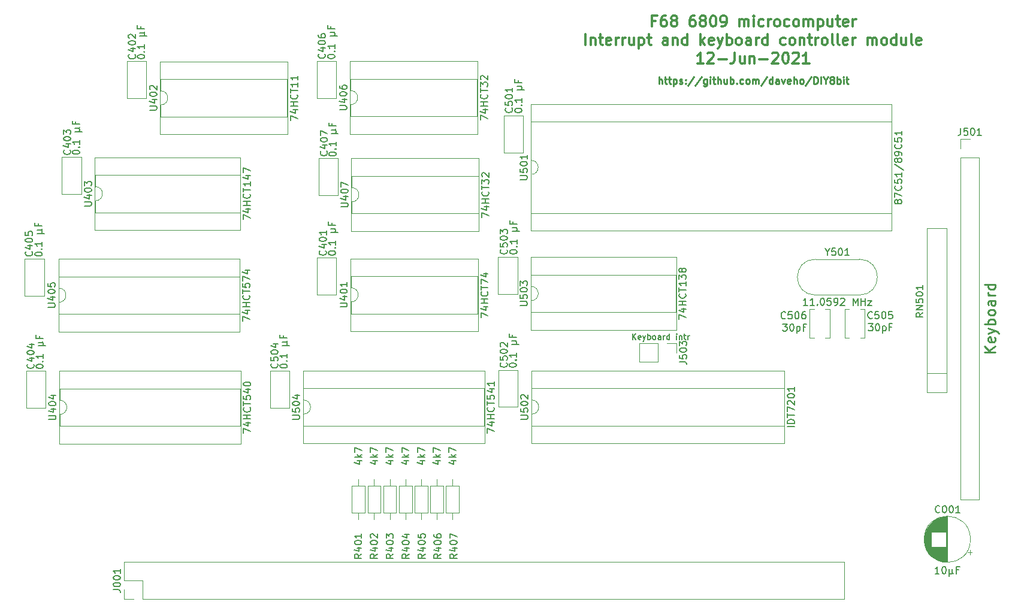
<source format=gbr>
G04 #@! TF.GenerationSoftware,KiCad,Pcbnew,5.1.5+dfsg1-2build2*
G04 #@! TF.CreationDate,2021-06-23T14:50:16-04:00*
G04 #@! TF.ProjectId,InterruptAndKeyboard,496e7465-7272-4757-9074-416e644b6579,1*
G04 #@! TF.SameCoordinates,Original*
G04 #@! TF.FileFunction,Legend,Top*
G04 #@! TF.FilePolarity,Positive*
%FSLAX46Y46*%
G04 Gerber Fmt 4.6, Leading zero omitted, Abs format (unit mm)*
G04 Created by KiCad (PCBNEW 5.1.5+dfsg1-2build2) date 2021-06-23 14:50:16*
%MOMM*%
%LPD*%
G04 APERTURE LIST*
%ADD10C,0.250000*%
%ADD11C,0.152400*%
%ADD12C,0.304800*%
%ADD13C,0.120000*%
%ADD14C,0.150000*%
%ADD15R,1.700000X1.700000*%
%ADD16O,1.700000X1.700000*%
%ADD17C,3.200000*%
%ADD18R,1.600000X1.600000*%
%ADD19C,1.600000*%
%ADD20C,1.400000*%
%ADD21O,1.400000X1.400000*%
%ADD22O,1.600000X1.600000*%
%ADD23C,1.500000*%
G04 APERTURE END LIST*
D10*
X147228571Y-49435714D02*
X145728571Y-49435714D01*
X147228571Y-48578571D02*
X146371428Y-49221428D01*
X145728571Y-48578571D02*
X146585714Y-49435714D01*
X147157142Y-47364285D02*
X147228571Y-47507142D01*
X147228571Y-47792857D01*
X147157142Y-47935714D01*
X147014285Y-48007142D01*
X146442857Y-48007142D01*
X146300000Y-47935714D01*
X146228571Y-47792857D01*
X146228571Y-47507142D01*
X146300000Y-47364285D01*
X146442857Y-47292857D01*
X146585714Y-47292857D01*
X146728571Y-48007142D01*
X146228571Y-46792857D02*
X147228571Y-46435714D01*
X146228571Y-46078571D02*
X147228571Y-46435714D01*
X147585714Y-46578571D01*
X147657142Y-46650000D01*
X147728571Y-46792857D01*
X147228571Y-45507142D02*
X145728571Y-45507142D01*
X146300000Y-45507142D02*
X146228571Y-45364285D01*
X146228571Y-45078571D01*
X146300000Y-44935714D01*
X146371428Y-44864285D01*
X146514285Y-44792857D01*
X146942857Y-44792857D01*
X147085714Y-44864285D01*
X147157142Y-44935714D01*
X147228571Y-45078571D01*
X147228571Y-45364285D01*
X147157142Y-45507142D01*
X147228571Y-43935714D02*
X147157142Y-44078571D01*
X147085714Y-44150000D01*
X146942857Y-44221428D01*
X146514285Y-44221428D01*
X146371428Y-44150000D01*
X146300000Y-44078571D01*
X146228571Y-43935714D01*
X146228571Y-43721428D01*
X146300000Y-43578571D01*
X146371428Y-43507142D01*
X146514285Y-43435714D01*
X146942857Y-43435714D01*
X147085714Y-43507142D01*
X147157142Y-43578571D01*
X147228571Y-43721428D01*
X147228571Y-43935714D01*
X147228571Y-42150000D02*
X146442857Y-42150000D01*
X146300000Y-42221428D01*
X146228571Y-42364285D01*
X146228571Y-42650000D01*
X146300000Y-42792857D01*
X147157142Y-42150000D02*
X147228571Y-42292857D01*
X147228571Y-42650000D01*
X147157142Y-42792857D01*
X147014285Y-42864285D01*
X146871428Y-42864285D01*
X146728571Y-42792857D01*
X146657142Y-42650000D01*
X146657142Y-42292857D01*
X146585714Y-42150000D01*
X147228571Y-41435714D02*
X146228571Y-41435714D01*
X146514285Y-41435714D02*
X146371428Y-41364285D01*
X146300000Y-41292857D01*
X146228571Y-41150000D01*
X146228571Y-41007142D01*
X147228571Y-39864285D02*
X145728571Y-39864285D01*
X147157142Y-39864285D02*
X147228571Y-40007142D01*
X147228571Y-40292857D01*
X147157142Y-40435714D01*
X147085714Y-40507142D01*
X146942857Y-40578571D01*
X146514285Y-40578571D01*
X146371428Y-40507142D01*
X146300000Y-40435714D01*
X146228571Y-40292857D01*
X146228571Y-40007142D01*
X146300000Y-39864285D01*
D11*
X96002114Y-47667695D02*
X96002114Y-46854895D01*
X96466571Y-47667695D02*
X96118228Y-47203238D01*
X96466571Y-46854895D02*
X96002114Y-47319352D01*
X97124552Y-47628990D02*
X97047142Y-47667695D01*
X96892323Y-47667695D01*
X96814914Y-47628990D01*
X96776209Y-47551580D01*
X96776209Y-47241942D01*
X96814914Y-47164533D01*
X96892323Y-47125828D01*
X97047142Y-47125828D01*
X97124552Y-47164533D01*
X97163257Y-47241942D01*
X97163257Y-47319352D01*
X96776209Y-47396761D01*
X97434190Y-47125828D02*
X97627714Y-47667695D01*
X97821238Y-47125828D02*
X97627714Y-47667695D01*
X97550304Y-47861219D01*
X97511600Y-47899923D01*
X97434190Y-47938628D01*
X98130876Y-47667695D02*
X98130876Y-46854895D01*
X98130876Y-47164533D02*
X98208285Y-47125828D01*
X98363104Y-47125828D01*
X98440514Y-47164533D01*
X98479219Y-47203238D01*
X98517923Y-47280647D01*
X98517923Y-47512876D01*
X98479219Y-47590285D01*
X98440514Y-47628990D01*
X98363104Y-47667695D01*
X98208285Y-47667695D01*
X98130876Y-47628990D01*
X98982380Y-47667695D02*
X98904971Y-47628990D01*
X98866266Y-47590285D01*
X98827561Y-47512876D01*
X98827561Y-47280647D01*
X98866266Y-47203238D01*
X98904971Y-47164533D01*
X98982380Y-47125828D01*
X99098495Y-47125828D01*
X99175904Y-47164533D01*
X99214609Y-47203238D01*
X99253314Y-47280647D01*
X99253314Y-47512876D01*
X99214609Y-47590285D01*
X99175904Y-47628990D01*
X99098495Y-47667695D01*
X98982380Y-47667695D01*
X99950000Y-47667695D02*
X99950000Y-47241942D01*
X99911295Y-47164533D01*
X99833885Y-47125828D01*
X99679066Y-47125828D01*
X99601657Y-47164533D01*
X99950000Y-47628990D02*
X99872590Y-47667695D01*
X99679066Y-47667695D01*
X99601657Y-47628990D01*
X99562952Y-47551580D01*
X99562952Y-47474171D01*
X99601657Y-47396761D01*
X99679066Y-47358057D01*
X99872590Y-47358057D01*
X99950000Y-47319352D01*
X100337047Y-47667695D02*
X100337047Y-47125828D01*
X100337047Y-47280647D02*
X100375752Y-47203238D01*
X100414457Y-47164533D01*
X100491866Y-47125828D01*
X100569276Y-47125828D01*
X101188552Y-47667695D02*
X101188552Y-46854895D01*
X101188552Y-47628990D02*
X101111142Y-47667695D01*
X100956323Y-47667695D01*
X100878914Y-47628990D01*
X100840209Y-47590285D01*
X100801504Y-47512876D01*
X100801504Y-47280647D01*
X100840209Y-47203238D01*
X100878914Y-47164533D01*
X100956323Y-47125828D01*
X101111142Y-47125828D01*
X101188552Y-47164533D01*
X102194876Y-47667695D02*
X102194876Y-47125828D01*
X102194876Y-46854895D02*
X102156171Y-46893600D01*
X102194876Y-46932304D01*
X102233580Y-46893600D01*
X102194876Y-46854895D01*
X102194876Y-46932304D01*
X102581923Y-47125828D02*
X102581923Y-47667695D01*
X102581923Y-47203238D02*
X102620628Y-47164533D01*
X102698038Y-47125828D01*
X102814152Y-47125828D01*
X102891561Y-47164533D01*
X102930266Y-47241942D01*
X102930266Y-47667695D01*
X103201200Y-47125828D02*
X103510838Y-47125828D01*
X103317314Y-46854895D02*
X103317314Y-47551580D01*
X103356019Y-47628990D01*
X103433428Y-47667695D01*
X103510838Y-47667695D01*
X103781771Y-47667695D02*
X103781771Y-47125828D01*
X103781771Y-47280647D02*
X103820476Y-47203238D01*
X103859180Y-47164533D01*
X103936590Y-47125828D01*
X104014000Y-47125828D01*
D10*
X99696666Y-11522380D02*
X99696666Y-10522380D01*
X100125238Y-11522380D02*
X100125238Y-10998571D01*
X100077619Y-10903333D01*
X99982380Y-10855714D01*
X99839523Y-10855714D01*
X99744285Y-10903333D01*
X99696666Y-10950952D01*
X100458571Y-10855714D02*
X100839523Y-10855714D01*
X100601428Y-10522380D02*
X100601428Y-11379523D01*
X100649047Y-11474761D01*
X100744285Y-11522380D01*
X100839523Y-11522380D01*
X101030000Y-10855714D02*
X101410952Y-10855714D01*
X101172857Y-10522380D02*
X101172857Y-11379523D01*
X101220476Y-11474761D01*
X101315714Y-11522380D01*
X101410952Y-11522380D01*
X101744285Y-10855714D02*
X101744285Y-11855714D01*
X101744285Y-10903333D02*
X101839523Y-10855714D01*
X102030000Y-10855714D01*
X102125238Y-10903333D01*
X102172857Y-10950952D01*
X102220476Y-11046190D01*
X102220476Y-11331904D01*
X102172857Y-11427142D01*
X102125238Y-11474761D01*
X102030000Y-11522380D01*
X101839523Y-11522380D01*
X101744285Y-11474761D01*
X102601428Y-11474761D02*
X102696666Y-11522380D01*
X102887142Y-11522380D01*
X102982380Y-11474761D01*
X103030000Y-11379523D01*
X103030000Y-11331904D01*
X102982380Y-11236666D01*
X102887142Y-11189047D01*
X102744285Y-11189047D01*
X102649047Y-11141428D01*
X102601428Y-11046190D01*
X102601428Y-10998571D01*
X102649047Y-10903333D01*
X102744285Y-10855714D01*
X102887142Y-10855714D01*
X102982380Y-10903333D01*
X103458571Y-11427142D02*
X103506190Y-11474761D01*
X103458571Y-11522380D01*
X103410952Y-11474761D01*
X103458571Y-11427142D01*
X103458571Y-11522380D01*
X103458571Y-10903333D02*
X103506190Y-10950952D01*
X103458571Y-10998571D01*
X103410952Y-10950952D01*
X103458571Y-10903333D01*
X103458571Y-10998571D01*
X104649047Y-10474761D02*
X103791904Y-11760476D01*
X105696666Y-10474761D02*
X104839523Y-11760476D01*
X106458571Y-10855714D02*
X106458571Y-11665238D01*
X106410952Y-11760476D01*
X106363333Y-11808095D01*
X106268095Y-11855714D01*
X106125238Y-11855714D01*
X106030000Y-11808095D01*
X106458571Y-11474761D02*
X106363333Y-11522380D01*
X106172857Y-11522380D01*
X106077619Y-11474761D01*
X106030000Y-11427142D01*
X105982380Y-11331904D01*
X105982380Y-11046190D01*
X106030000Y-10950952D01*
X106077619Y-10903333D01*
X106172857Y-10855714D01*
X106363333Y-10855714D01*
X106458571Y-10903333D01*
X106934761Y-11522380D02*
X106934761Y-10855714D01*
X106934761Y-10522380D02*
X106887142Y-10570000D01*
X106934761Y-10617619D01*
X106982380Y-10570000D01*
X106934761Y-10522380D01*
X106934761Y-10617619D01*
X107268095Y-10855714D02*
X107649047Y-10855714D01*
X107410952Y-10522380D02*
X107410952Y-11379523D01*
X107458571Y-11474761D01*
X107553809Y-11522380D01*
X107649047Y-11522380D01*
X107982380Y-11522380D02*
X107982380Y-10522380D01*
X108410952Y-11522380D02*
X108410952Y-10998571D01*
X108363333Y-10903333D01*
X108268095Y-10855714D01*
X108125238Y-10855714D01*
X108030000Y-10903333D01*
X107982380Y-10950952D01*
X109315714Y-10855714D02*
X109315714Y-11522380D01*
X108887142Y-10855714D02*
X108887142Y-11379523D01*
X108934761Y-11474761D01*
X109030000Y-11522380D01*
X109172857Y-11522380D01*
X109268095Y-11474761D01*
X109315714Y-11427142D01*
X109791904Y-11522380D02*
X109791904Y-10522380D01*
X109791904Y-10903333D02*
X109887142Y-10855714D01*
X110077619Y-10855714D01*
X110172857Y-10903333D01*
X110220476Y-10950952D01*
X110268095Y-11046190D01*
X110268095Y-11331904D01*
X110220476Y-11427142D01*
X110172857Y-11474761D01*
X110077619Y-11522380D01*
X109887142Y-11522380D01*
X109791904Y-11474761D01*
X110696666Y-11427142D02*
X110744285Y-11474761D01*
X110696666Y-11522380D01*
X110649047Y-11474761D01*
X110696666Y-11427142D01*
X110696666Y-11522380D01*
X111601428Y-11474761D02*
X111506190Y-11522380D01*
X111315714Y-11522380D01*
X111220476Y-11474761D01*
X111172857Y-11427142D01*
X111125238Y-11331904D01*
X111125238Y-11046190D01*
X111172857Y-10950952D01*
X111220476Y-10903333D01*
X111315714Y-10855714D01*
X111506190Y-10855714D01*
X111601428Y-10903333D01*
X112172857Y-11522380D02*
X112077619Y-11474761D01*
X112030000Y-11427142D01*
X111982380Y-11331904D01*
X111982380Y-11046190D01*
X112030000Y-10950952D01*
X112077619Y-10903333D01*
X112172857Y-10855714D01*
X112315714Y-10855714D01*
X112410952Y-10903333D01*
X112458571Y-10950952D01*
X112506190Y-11046190D01*
X112506190Y-11331904D01*
X112458571Y-11427142D01*
X112410952Y-11474761D01*
X112315714Y-11522380D01*
X112172857Y-11522380D01*
X112934761Y-11522380D02*
X112934761Y-10855714D01*
X112934761Y-10950952D02*
X112982380Y-10903333D01*
X113077619Y-10855714D01*
X113220476Y-10855714D01*
X113315714Y-10903333D01*
X113363333Y-10998571D01*
X113363333Y-11522380D01*
X113363333Y-10998571D02*
X113410952Y-10903333D01*
X113506190Y-10855714D01*
X113649047Y-10855714D01*
X113744285Y-10903333D01*
X113791904Y-10998571D01*
X113791904Y-11522380D01*
X114982380Y-10474761D02*
X114125238Y-11760476D01*
X115744285Y-11522380D02*
X115744285Y-10522380D01*
X115744285Y-11474761D02*
X115649047Y-11522380D01*
X115458571Y-11522380D01*
X115363333Y-11474761D01*
X115315714Y-11427142D01*
X115268095Y-11331904D01*
X115268095Y-11046190D01*
X115315714Y-10950952D01*
X115363333Y-10903333D01*
X115458571Y-10855714D01*
X115649047Y-10855714D01*
X115744285Y-10903333D01*
X116649047Y-11522380D02*
X116649047Y-10998571D01*
X116601428Y-10903333D01*
X116506190Y-10855714D01*
X116315714Y-10855714D01*
X116220476Y-10903333D01*
X116649047Y-11474761D02*
X116553809Y-11522380D01*
X116315714Y-11522380D01*
X116220476Y-11474761D01*
X116172857Y-11379523D01*
X116172857Y-11284285D01*
X116220476Y-11189047D01*
X116315714Y-11141428D01*
X116553809Y-11141428D01*
X116649047Y-11093809D01*
X117030000Y-10855714D02*
X117268095Y-11522380D01*
X117506190Y-10855714D01*
X118268095Y-11474761D02*
X118172857Y-11522380D01*
X117982380Y-11522380D01*
X117887142Y-11474761D01*
X117839523Y-11379523D01*
X117839523Y-10998571D01*
X117887142Y-10903333D01*
X117982380Y-10855714D01*
X118172857Y-10855714D01*
X118268095Y-10903333D01*
X118315714Y-10998571D01*
X118315714Y-11093809D01*
X117839523Y-11189047D01*
X118744285Y-11522380D02*
X118744285Y-10522380D01*
X119172857Y-11522380D02*
X119172857Y-10998571D01*
X119125238Y-10903333D01*
X119030000Y-10855714D01*
X118887142Y-10855714D01*
X118791904Y-10903333D01*
X118744285Y-10950952D01*
X119791904Y-11522380D02*
X119696666Y-11474761D01*
X119649047Y-11427142D01*
X119601428Y-11331904D01*
X119601428Y-11046190D01*
X119649047Y-10950952D01*
X119696666Y-10903333D01*
X119791904Y-10855714D01*
X119934761Y-10855714D01*
X120030000Y-10903333D01*
X120077619Y-10950952D01*
X120125238Y-11046190D01*
X120125238Y-11331904D01*
X120077619Y-11427142D01*
X120030000Y-11474761D01*
X119934761Y-11522380D01*
X119791904Y-11522380D01*
X121268095Y-10474761D02*
X120410952Y-11760476D01*
X121601428Y-11522380D02*
X121601428Y-10522380D01*
X121839523Y-10522380D01*
X121982380Y-10570000D01*
X122077619Y-10665238D01*
X122125238Y-10760476D01*
X122172857Y-10950952D01*
X122172857Y-11093809D01*
X122125238Y-11284285D01*
X122077619Y-11379523D01*
X121982380Y-11474761D01*
X121839523Y-11522380D01*
X121601428Y-11522380D01*
X122601428Y-11522380D02*
X122601428Y-10522380D01*
X123268095Y-11046190D02*
X123268095Y-11522380D01*
X122934761Y-10522380D02*
X123268095Y-11046190D01*
X123601428Y-10522380D01*
X124077619Y-10950952D02*
X123982380Y-10903333D01*
X123934761Y-10855714D01*
X123887142Y-10760476D01*
X123887142Y-10712857D01*
X123934761Y-10617619D01*
X123982380Y-10570000D01*
X124077619Y-10522380D01*
X124268095Y-10522380D01*
X124363333Y-10570000D01*
X124410952Y-10617619D01*
X124458571Y-10712857D01*
X124458571Y-10760476D01*
X124410952Y-10855714D01*
X124363333Y-10903333D01*
X124268095Y-10950952D01*
X124077619Y-10950952D01*
X123982380Y-10998571D01*
X123934761Y-11046190D01*
X123887142Y-11141428D01*
X123887142Y-11331904D01*
X123934761Y-11427142D01*
X123982380Y-11474761D01*
X124077619Y-11522380D01*
X124268095Y-11522380D01*
X124363333Y-11474761D01*
X124410952Y-11427142D01*
X124458571Y-11331904D01*
X124458571Y-11141428D01*
X124410952Y-11046190D01*
X124363333Y-10998571D01*
X124268095Y-10950952D01*
X124887142Y-11522380D02*
X124887142Y-10522380D01*
X124887142Y-10903333D02*
X124982380Y-10855714D01*
X125172857Y-10855714D01*
X125268095Y-10903333D01*
X125315714Y-10950952D01*
X125363333Y-11046190D01*
X125363333Y-11331904D01*
X125315714Y-11427142D01*
X125268095Y-11474761D01*
X125172857Y-11522380D01*
X124982380Y-11522380D01*
X124887142Y-11474761D01*
X125791904Y-11522380D02*
X125791904Y-10855714D01*
X125791904Y-10522380D02*
X125744285Y-10570000D01*
X125791904Y-10617619D01*
X125839523Y-10570000D01*
X125791904Y-10522380D01*
X125791904Y-10617619D01*
X126125238Y-10855714D02*
X126506190Y-10855714D01*
X126268095Y-10522380D02*
X126268095Y-11379523D01*
X126315714Y-11474761D01*
X126410952Y-11522380D01*
X126506190Y-11522380D01*
D12*
X99241428Y-2630342D02*
X98733428Y-2630342D01*
X98733428Y-3428628D02*
X98733428Y-1904628D01*
X99459142Y-1904628D01*
X100692857Y-1904628D02*
X100402571Y-1904628D01*
X100257428Y-1977200D01*
X100184857Y-2049771D01*
X100039714Y-2267485D01*
X99967142Y-2557771D01*
X99967142Y-3138342D01*
X100039714Y-3283485D01*
X100112285Y-3356057D01*
X100257428Y-3428628D01*
X100547714Y-3428628D01*
X100692857Y-3356057D01*
X100765428Y-3283485D01*
X100837999Y-3138342D01*
X100837999Y-2775485D01*
X100765428Y-2630342D01*
X100692857Y-2557771D01*
X100547714Y-2485200D01*
X100257428Y-2485200D01*
X100112285Y-2557771D01*
X100039714Y-2630342D01*
X99967142Y-2775485D01*
X101708857Y-2557771D02*
X101563714Y-2485200D01*
X101491142Y-2412628D01*
X101418571Y-2267485D01*
X101418571Y-2194914D01*
X101491142Y-2049771D01*
X101563714Y-1977200D01*
X101708857Y-1904628D01*
X101999142Y-1904628D01*
X102144285Y-1977200D01*
X102216857Y-2049771D01*
X102289428Y-2194914D01*
X102289428Y-2267485D01*
X102216857Y-2412628D01*
X102144285Y-2485200D01*
X101999142Y-2557771D01*
X101708857Y-2557771D01*
X101563714Y-2630342D01*
X101491142Y-2702914D01*
X101418571Y-2848057D01*
X101418571Y-3138342D01*
X101491142Y-3283485D01*
X101563714Y-3356057D01*
X101708857Y-3428628D01*
X101999142Y-3428628D01*
X102144285Y-3356057D01*
X102216857Y-3283485D01*
X102289428Y-3138342D01*
X102289428Y-2848057D01*
X102216857Y-2702914D01*
X102144285Y-2630342D01*
X101999142Y-2557771D01*
X104756857Y-1904628D02*
X104466571Y-1904628D01*
X104321428Y-1977200D01*
X104248857Y-2049771D01*
X104103714Y-2267485D01*
X104031142Y-2557771D01*
X104031142Y-3138342D01*
X104103714Y-3283485D01*
X104176285Y-3356057D01*
X104321428Y-3428628D01*
X104611714Y-3428628D01*
X104756857Y-3356057D01*
X104829428Y-3283485D01*
X104901999Y-3138342D01*
X104901999Y-2775485D01*
X104829428Y-2630342D01*
X104756857Y-2557771D01*
X104611714Y-2485200D01*
X104321428Y-2485200D01*
X104176285Y-2557771D01*
X104103714Y-2630342D01*
X104031142Y-2775485D01*
X105772857Y-2557771D02*
X105627714Y-2485200D01*
X105555142Y-2412628D01*
X105482571Y-2267485D01*
X105482571Y-2194914D01*
X105555142Y-2049771D01*
X105627714Y-1977200D01*
X105772857Y-1904628D01*
X106063142Y-1904628D01*
X106208285Y-1977200D01*
X106280857Y-2049771D01*
X106353428Y-2194914D01*
X106353428Y-2267485D01*
X106280857Y-2412628D01*
X106208285Y-2485200D01*
X106063142Y-2557771D01*
X105772857Y-2557771D01*
X105627714Y-2630342D01*
X105555142Y-2702914D01*
X105482571Y-2848057D01*
X105482571Y-3138342D01*
X105555142Y-3283485D01*
X105627714Y-3356057D01*
X105772857Y-3428628D01*
X106063142Y-3428628D01*
X106208285Y-3356057D01*
X106280857Y-3283485D01*
X106353428Y-3138342D01*
X106353428Y-2848057D01*
X106280857Y-2702914D01*
X106208285Y-2630342D01*
X106063142Y-2557771D01*
X107296857Y-1904628D02*
X107441999Y-1904628D01*
X107587142Y-1977200D01*
X107659714Y-2049771D01*
X107732285Y-2194914D01*
X107804857Y-2485200D01*
X107804857Y-2848057D01*
X107732285Y-3138342D01*
X107659714Y-3283485D01*
X107587142Y-3356057D01*
X107441999Y-3428628D01*
X107296857Y-3428628D01*
X107151714Y-3356057D01*
X107079142Y-3283485D01*
X107006571Y-3138342D01*
X106933999Y-2848057D01*
X106933999Y-2485200D01*
X107006571Y-2194914D01*
X107079142Y-2049771D01*
X107151714Y-1977200D01*
X107296857Y-1904628D01*
X108530571Y-3428628D02*
X108820857Y-3428628D01*
X108965999Y-3356057D01*
X109038571Y-3283485D01*
X109183714Y-3065771D01*
X109256285Y-2775485D01*
X109256285Y-2194914D01*
X109183714Y-2049771D01*
X109111142Y-1977200D01*
X108965999Y-1904628D01*
X108675714Y-1904628D01*
X108530571Y-1977200D01*
X108457999Y-2049771D01*
X108385428Y-2194914D01*
X108385428Y-2557771D01*
X108457999Y-2702914D01*
X108530571Y-2775485D01*
X108675714Y-2848057D01*
X108965999Y-2848057D01*
X109111142Y-2775485D01*
X109183714Y-2702914D01*
X109256285Y-2557771D01*
X111070571Y-3428628D02*
X111070571Y-2412628D01*
X111070571Y-2557771D02*
X111143142Y-2485200D01*
X111288285Y-2412628D01*
X111505999Y-2412628D01*
X111651142Y-2485200D01*
X111723714Y-2630342D01*
X111723714Y-3428628D01*
X111723714Y-2630342D02*
X111796285Y-2485200D01*
X111941428Y-2412628D01*
X112159142Y-2412628D01*
X112304285Y-2485200D01*
X112376857Y-2630342D01*
X112376857Y-3428628D01*
X113102571Y-3428628D02*
X113102571Y-2412628D01*
X113102571Y-1904628D02*
X113029999Y-1977200D01*
X113102571Y-2049771D01*
X113175142Y-1977200D01*
X113102571Y-1904628D01*
X113102571Y-2049771D01*
X114481428Y-3356057D02*
X114336285Y-3428628D01*
X114045999Y-3428628D01*
X113900857Y-3356057D01*
X113828285Y-3283485D01*
X113755714Y-3138342D01*
X113755714Y-2702914D01*
X113828285Y-2557771D01*
X113900857Y-2485200D01*
X114045999Y-2412628D01*
X114336285Y-2412628D01*
X114481428Y-2485200D01*
X115134571Y-3428628D02*
X115134571Y-2412628D01*
X115134571Y-2702914D02*
X115207142Y-2557771D01*
X115279714Y-2485200D01*
X115424857Y-2412628D01*
X115569999Y-2412628D01*
X116295714Y-3428628D02*
X116150571Y-3356057D01*
X116077999Y-3283485D01*
X116005428Y-3138342D01*
X116005428Y-2702914D01*
X116077999Y-2557771D01*
X116150571Y-2485200D01*
X116295714Y-2412628D01*
X116513428Y-2412628D01*
X116658571Y-2485200D01*
X116731142Y-2557771D01*
X116803714Y-2702914D01*
X116803714Y-3138342D01*
X116731142Y-3283485D01*
X116658571Y-3356057D01*
X116513428Y-3428628D01*
X116295714Y-3428628D01*
X118109999Y-3356057D02*
X117964857Y-3428628D01*
X117674571Y-3428628D01*
X117529428Y-3356057D01*
X117456857Y-3283485D01*
X117384285Y-3138342D01*
X117384285Y-2702914D01*
X117456857Y-2557771D01*
X117529428Y-2485200D01*
X117674571Y-2412628D01*
X117964857Y-2412628D01*
X118109999Y-2485200D01*
X118980857Y-3428628D02*
X118835714Y-3356057D01*
X118763142Y-3283485D01*
X118690571Y-3138342D01*
X118690571Y-2702914D01*
X118763142Y-2557771D01*
X118835714Y-2485200D01*
X118980857Y-2412628D01*
X119198571Y-2412628D01*
X119343714Y-2485200D01*
X119416285Y-2557771D01*
X119488857Y-2702914D01*
X119488857Y-3138342D01*
X119416285Y-3283485D01*
X119343714Y-3356057D01*
X119198571Y-3428628D01*
X118980857Y-3428628D01*
X120141999Y-3428628D02*
X120141999Y-2412628D01*
X120141999Y-2557771D02*
X120214571Y-2485200D01*
X120359714Y-2412628D01*
X120577428Y-2412628D01*
X120722571Y-2485200D01*
X120795142Y-2630342D01*
X120795142Y-3428628D01*
X120795142Y-2630342D02*
X120867714Y-2485200D01*
X121012857Y-2412628D01*
X121230571Y-2412628D01*
X121375714Y-2485200D01*
X121448285Y-2630342D01*
X121448285Y-3428628D01*
X122173999Y-2412628D02*
X122173999Y-3936628D01*
X122173999Y-2485200D02*
X122319142Y-2412628D01*
X122609428Y-2412628D01*
X122754571Y-2485200D01*
X122827142Y-2557771D01*
X122899714Y-2702914D01*
X122899714Y-3138342D01*
X122827142Y-3283485D01*
X122754571Y-3356057D01*
X122609428Y-3428628D01*
X122319142Y-3428628D01*
X122173999Y-3356057D01*
X124205999Y-2412628D02*
X124205999Y-3428628D01*
X123552857Y-2412628D02*
X123552857Y-3210914D01*
X123625428Y-3356057D01*
X123770571Y-3428628D01*
X123988285Y-3428628D01*
X124133428Y-3356057D01*
X124205999Y-3283485D01*
X124713999Y-2412628D02*
X125294571Y-2412628D01*
X124931714Y-1904628D02*
X124931714Y-3210914D01*
X125004285Y-3356057D01*
X125149428Y-3428628D01*
X125294571Y-3428628D01*
X126383142Y-3356057D02*
X126237999Y-3428628D01*
X125947714Y-3428628D01*
X125802571Y-3356057D01*
X125729999Y-3210914D01*
X125729999Y-2630342D01*
X125802571Y-2485200D01*
X125947714Y-2412628D01*
X126237999Y-2412628D01*
X126383142Y-2485200D01*
X126455714Y-2630342D01*
X126455714Y-2775485D01*
X125729999Y-2920628D01*
X127108857Y-3428628D02*
X127108857Y-2412628D01*
X127108857Y-2702914D02*
X127181428Y-2557771D01*
X127253999Y-2485200D01*
X127399142Y-2412628D01*
X127544285Y-2412628D01*
X89335428Y-6019428D02*
X89335428Y-4495428D01*
X90061142Y-5003428D02*
X90061142Y-6019428D01*
X90061142Y-5148571D02*
X90133714Y-5076000D01*
X90278857Y-5003428D01*
X90496571Y-5003428D01*
X90641714Y-5076000D01*
X90714285Y-5221142D01*
X90714285Y-6019428D01*
X91222285Y-5003428D02*
X91802857Y-5003428D01*
X91439999Y-4495428D02*
X91439999Y-5801714D01*
X91512571Y-5946857D01*
X91657714Y-6019428D01*
X91802857Y-6019428D01*
X92891428Y-5946857D02*
X92746285Y-6019428D01*
X92455999Y-6019428D01*
X92310857Y-5946857D01*
X92238285Y-5801714D01*
X92238285Y-5221142D01*
X92310857Y-5076000D01*
X92455999Y-5003428D01*
X92746285Y-5003428D01*
X92891428Y-5076000D01*
X92963999Y-5221142D01*
X92963999Y-5366285D01*
X92238285Y-5511428D01*
X93617142Y-6019428D02*
X93617142Y-5003428D01*
X93617142Y-5293714D02*
X93689714Y-5148571D01*
X93762285Y-5076000D01*
X93907428Y-5003428D01*
X94052571Y-5003428D01*
X94560571Y-6019428D02*
X94560571Y-5003428D01*
X94560571Y-5293714D02*
X94633142Y-5148571D01*
X94705714Y-5076000D01*
X94850857Y-5003428D01*
X94995999Y-5003428D01*
X96157142Y-5003428D02*
X96157142Y-6019428D01*
X95503999Y-5003428D02*
X95503999Y-5801714D01*
X95576571Y-5946857D01*
X95721714Y-6019428D01*
X95939428Y-6019428D01*
X96084571Y-5946857D01*
X96157142Y-5874285D01*
X96882857Y-5003428D02*
X96882857Y-6527428D01*
X96882857Y-5076000D02*
X97027999Y-5003428D01*
X97318285Y-5003428D01*
X97463428Y-5076000D01*
X97535999Y-5148571D01*
X97608571Y-5293714D01*
X97608571Y-5729142D01*
X97535999Y-5874285D01*
X97463428Y-5946857D01*
X97318285Y-6019428D01*
X97027999Y-6019428D01*
X96882857Y-5946857D01*
X98043999Y-5003428D02*
X98624571Y-5003428D01*
X98261714Y-4495428D02*
X98261714Y-5801714D01*
X98334285Y-5946857D01*
X98479428Y-6019428D01*
X98624571Y-6019428D01*
X100946857Y-6019428D02*
X100946857Y-5221142D01*
X100874285Y-5076000D01*
X100729142Y-5003428D01*
X100438857Y-5003428D01*
X100293714Y-5076000D01*
X100946857Y-5946857D02*
X100801714Y-6019428D01*
X100438857Y-6019428D01*
X100293714Y-5946857D01*
X100221142Y-5801714D01*
X100221142Y-5656571D01*
X100293714Y-5511428D01*
X100438857Y-5438857D01*
X100801714Y-5438857D01*
X100946857Y-5366285D01*
X101672571Y-5003428D02*
X101672571Y-6019428D01*
X101672571Y-5148571D02*
X101745142Y-5076000D01*
X101890285Y-5003428D01*
X102107999Y-5003428D01*
X102253142Y-5076000D01*
X102325714Y-5221142D01*
X102325714Y-6019428D01*
X103704571Y-6019428D02*
X103704571Y-4495428D01*
X103704571Y-5946857D02*
X103559428Y-6019428D01*
X103269142Y-6019428D01*
X103123999Y-5946857D01*
X103051428Y-5874285D01*
X102978857Y-5729142D01*
X102978857Y-5293714D01*
X103051428Y-5148571D01*
X103123999Y-5076000D01*
X103269142Y-5003428D01*
X103559428Y-5003428D01*
X103704571Y-5076000D01*
X105591428Y-6019428D02*
X105591428Y-4495428D01*
X105736571Y-5438857D02*
X106171999Y-6019428D01*
X106171999Y-5003428D02*
X105591428Y-5584000D01*
X107405714Y-5946857D02*
X107260571Y-6019428D01*
X106970285Y-6019428D01*
X106825142Y-5946857D01*
X106752571Y-5801714D01*
X106752571Y-5221142D01*
X106825142Y-5076000D01*
X106970285Y-5003428D01*
X107260571Y-5003428D01*
X107405714Y-5076000D01*
X107478285Y-5221142D01*
X107478285Y-5366285D01*
X106752571Y-5511428D01*
X107986285Y-5003428D02*
X108349142Y-6019428D01*
X108711999Y-5003428D02*
X108349142Y-6019428D01*
X108203999Y-6382285D01*
X108131428Y-6454857D01*
X107986285Y-6527428D01*
X109292571Y-6019428D02*
X109292571Y-4495428D01*
X109292571Y-5076000D02*
X109437714Y-5003428D01*
X109727999Y-5003428D01*
X109873142Y-5076000D01*
X109945714Y-5148571D01*
X110018285Y-5293714D01*
X110018285Y-5729142D01*
X109945714Y-5874285D01*
X109873142Y-5946857D01*
X109727999Y-6019428D01*
X109437714Y-6019428D01*
X109292571Y-5946857D01*
X110889142Y-6019428D02*
X110743999Y-5946857D01*
X110671428Y-5874285D01*
X110598857Y-5729142D01*
X110598857Y-5293714D01*
X110671428Y-5148571D01*
X110743999Y-5076000D01*
X110889142Y-5003428D01*
X111106857Y-5003428D01*
X111251999Y-5076000D01*
X111324571Y-5148571D01*
X111397142Y-5293714D01*
X111397142Y-5729142D01*
X111324571Y-5874285D01*
X111251999Y-5946857D01*
X111106857Y-6019428D01*
X110889142Y-6019428D01*
X112703428Y-6019428D02*
X112703428Y-5221142D01*
X112630857Y-5076000D01*
X112485714Y-5003428D01*
X112195428Y-5003428D01*
X112050285Y-5076000D01*
X112703428Y-5946857D02*
X112558285Y-6019428D01*
X112195428Y-6019428D01*
X112050285Y-5946857D01*
X111977714Y-5801714D01*
X111977714Y-5656571D01*
X112050285Y-5511428D01*
X112195428Y-5438857D01*
X112558285Y-5438857D01*
X112703428Y-5366285D01*
X113429142Y-6019428D02*
X113429142Y-5003428D01*
X113429142Y-5293714D02*
X113501714Y-5148571D01*
X113574285Y-5076000D01*
X113719428Y-5003428D01*
X113864571Y-5003428D01*
X115025714Y-6019428D02*
X115025714Y-4495428D01*
X115025714Y-5946857D02*
X114880571Y-6019428D01*
X114590285Y-6019428D01*
X114445142Y-5946857D01*
X114372571Y-5874285D01*
X114299999Y-5729142D01*
X114299999Y-5293714D01*
X114372571Y-5148571D01*
X114445142Y-5076000D01*
X114590285Y-5003428D01*
X114880571Y-5003428D01*
X115025714Y-5076000D01*
X117565714Y-5946857D02*
X117420571Y-6019428D01*
X117130285Y-6019428D01*
X116985142Y-5946857D01*
X116912571Y-5874285D01*
X116839999Y-5729142D01*
X116839999Y-5293714D01*
X116912571Y-5148571D01*
X116985142Y-5076000D01*
X117130285Y-5003428D01*
X117420571Y-5003428D01*
X117565714Y-5076000D01*
X118436571Y-6019428D02*
X118291428Y-5946857D01*
X118218857Y-5874285D01*
X118146285Y-5729142D01*
X118146285Y-5293714D01*
X118218857Y-5148571D01*
X118291428Y-5076000D01*
X118436571Y-5003428D01*
X118654285Y-5003428D01*
X118799428Y-5076000D01*
X118871999Y-5148571D01*
X118944571Y-5293714D01*
X118944571Y-5729142D01*
X118871999Y-5874285D01*
X118799428Y-5946857D01*
X118654285Y-6019428D01*
X118436571Y-6019428D01*
X119597714Y-5003428D02*
X119597714Y-6019428D01*
X119597714Y-5148571D02*
X119670285Y-5076000D01*
X119815428Y-5003428D01*
X120033142Y-5003428D01*
X120178285Y-5076000D01*
X120250857Y-5221142D01*
X120250857Y-6019428D01*
X120758857Y-5003428D02*
X121339428Y-5003428D01*
X120976571Y-4495428D02*
X120976571Y-5801714D01*
X121049142Y-5946857D01*
X121194285Y-6019428D01*
X121339428Y-6019428D01*
X121847428Y-6019428D02*
X121847428Y-5003428D01*
X121847428Y-5293714D02*
X121919999Y-5148571D01*
X121992571Y-5076000D01*
X122137714Y-5003428D01*
X122282857Y-5003428D01*
X123008571Y-6019428D02*
X122863428Y-5946857D01*
X122790857Y-5874285D01*
X122718285Y-5729142D01*
X122718285Y-5293714D01*
X122790857Y-5148571D01*
X122863428Y-5076000D01*
X123008571Y-5003428D01*
X123226285Y-5003428D01*
X123371428Y-5076000D01*
X123443999Y-5148571D01*
X123516571Y-5293714D01*
X123516571Y-5729142D01*
X123443999Y-5874285D01*
X123371428Y-5946857D01*
X123226285Y-6019428D01*
X123008571Y-6019428D01*
X124387428Y-6019428D02*
X124242285Y-5946857D01*
X124169714Y-5801714D01*
X124169714Y-4495428D01*
X125185714Y-6019428D02*
X125040571Y-5946857D01*
X124967999Y-5801714D01*
X124967999Y-4495428D01*
X126346857Y-5946857D02*
X126201714Y-6019428D01*
X125911428Y-6019428D01*
X125766285Y-5946857D01*
X125693714Y-5801714D01*
X125693714Y-5221142D01*
X125766285Y-5076000D01*
X125911428Y-5003428D01*
X126201714Y-5003428D01*
X126346857Y-5076000D01*
X126419428Y-5221142D01*
X126419428Y-5366285D01*
X125693714Y-5511428D01*
X127072571Y-6019428D02*
X127072571Y-5003428D01*
X127072571Y-5293714D02*
X127145142Y-5148571D01*
X127217714Y-5076000D01*
X127362857Y-5003428D01*
X127507999Y-5003428D01*
X129177142Y-6019428D02*
X129177142Y-5003428D01*
X129177142Y-5148571D02*
X129249714Y-5076000D01*
X129394857Y-5003428D01*
X129612571Y-5003428D01*
X129757714Y-5076000D01*
X129830285Y-5221142D01*
X129830285Y-6019428D01*
X129830285Y-5221142D02*
X129902857Y-5076000D01*
X130047999Y-5003428D01*
X130265714Y-5003428D01*
X130410857Y-5076000D01*
X130483428Y-5221142D01*
X130483428Y-6019428D01*
X131426857Y-6019428D02*
X131281714Y-5946857D01*
X131209142Y-5874285D01*
X131136571Y-5729142D01*
X131136571Y-5293714D01*
X131209142Y-5148571D01*
X131281714Y-5076000D01*
X131426857Y-5003428D01*
X131644571Y-5003428D01*
X131789714Y-5076000D01*
X131862285Y-5148571D01*
X131934857Y-5293714D01*
X131934857Y-5729142D01*
X131862285Y-5874285D01*
X131789714Y-5946857D01*
X131644571Y-6019428D01*
X131426857Y-6019428D01*
X133241142Y-6019428D02*
X133241142Y-4495428D01*
X133241142Y-5946857D02*
X133095999Y-6019428D01*
X132805714Y-6019428D01*
X132660571Y-5946857D01*
X132587999Y-5874285D01*
X132515428Y-5729142D01*
X132515428Y-5293714D01*
X132587999Y-5148571D01*
X132660571Y-5076000D01*
X132805714Y-5003428D01*
X133095999Y-5003428D01*
X133241142Y-5076000D01*
X134620000Y-5003428D02*
X134620000Y-6019428D01*
X133966857Y-5003428D02*
X133966857Y-5801714D01*
X134039428Y-5946857D01*
X134184571Y-6019428D01*
X134402285Y-6019428D01*
X134547428Y-5946857D01*
X134620000Y-5874285D01*
X135563428Y-6019428D02*
X135418285Y-5946857D01*
X135345714Y-5801714D01*
X135345714Y-4495428D01*
X136724571Y-5946857D02*
X136579428Y-6019428D01*
X136289142Y-6019428D01*
X136144000Y-5946857D01*
X136071428Y-5801714D01*
X136071428Y-5221142D01*
X136144000Y-5076000D01*
X136289142Y-5003428D01*
X136579428Y-5003428D01*
X136724571Y-5076000D01*
X136797142Y-5221142D01*
X136797142Y-5366285D01*
X136071428Y-5511428D01*
X105990571Y-8610228D02*
X105119714Y-8610228D01*
X105555142Y-8610228D02*
X105555142Y-7086228D01*
X105410000Y-7303942D01*
X105264857Y-7449085D01*
X105119714Y-7521657D01*
X106571142Y-7231371D02*
X106643714Y-7158800D01*
X106788857Y-7086228D01*
X107151714Y-7086228D01*
X107296857Y-7158800D01*
X107369428Y-7231371D01*
X107442000Y-7376514D01*
X107442000Y-7521657D01*
X107369428Y-7739371D01*
X106498571Y-8610228D01*
X107442000Y-8610228D01*
X108095142Y-8029657D02*
X109256285Y-8029657D01*
X110417428Y-7086228D02*
X110417428Y-8174800D01*
X110344857Y-8392514D01*
X110199714Y-8537657D01*
X109982000Y-8610228D01*
X109836857Y-8610228D01*
X111796285Y-7594228D02*
X111796285Y-8610228D01*
X111143142Y-7594228D02*
X111143142Y-8392514D01*
X111215714Y-8537657D01*
X111360857Y-8610228D01*
X111578571Y-8610228D01*
X111723714Y-8537657D01*
X111796285Y-8465085D01*
X112522000Y-7594228D02*
X112522000Y-8610228D01*
X112522000Y-7739371D02*
X112594571Y-7666800D01*
X112739714Y-7594228D01*
X112957428Y-7594228D01*
X113102571Y-7666800D01*
X113175142Y-7811942D01*
X113175142Y-8610228D01*
X113900857Y-8029657D02*
X115062000Y-8029657D01*
X115715142Y-7231371D02*
X115787714Y-7158800D01*
X115932857Y-7086228D01*
X116295714Y-7086228D01*
X116440857Y-7158800D01*
X116513428Y-7231371D01*
X116586000Y-7376514D01*
X116586000Y-7521657D01*
X116513428Y-7739371D01*
X115642571Y-8610228D01*
X116586000Y-8610228D01*
X117529428Y-7086228D02*
X117674571Y-7086228D01*
X117819714Y-7158800D01*
X117892285Y-7231371D01*
X117964857Y-7376514D01*
X118037428Y-7666800D01*
X118037428Y-8029657D01*
X117964857Y-8319942D01*
X117892285Y-8465085D01*
X117819714Y-8537657D01*
X117674571Y-8610228D01*
X117529428Y-8610228D01*
X117384285Y-8537657D01*
X117311714Y-8465085D01*
X117239142Y-8319942D01*
X117166571Y-8029657D01*
X117166571Y-7666800D01*
X117239142Y-7376514D01*
X117311714Y-7231371D01*
X117384285Y-7158800D01*
X117529428Y-7086228D01*
X118618000Y-7231371D02*
X118690571Y-7158800D01*
X118835714Y-7086228D01*
X119198571Y-7086228D01*
X119343714Y-7158800D01*
X119416285Y-7231371D01*
X119488857Y-7376514D01*
X119488857Y-7521657D01*
X119416285Y-7739371D01*
X118545428Y-8610228D01*
X119488857Y-8610228D01*
X120940285Y-8610228D02*
X120069428Y-8610228D01*
X120504857Y-8610228D02*
X120504857Y-7086228D01*
X120359714Y-7303942D01*
X120214571Y-7449085D01*
X120069428Y-7521657D01*
D13*
X125860000Y-84330000D02*
X125860000Y-79130000D01*
X26740000Y-84330000D02*
X125860000Y-84330000D01*
X24140000Y-79130000D02*
X125860000Y-79130000D01*
X26740000Y-84330000D02*
X26740000Y-81730000D01*
X26740000Y-81730000D02*
X24140000Y-81730000D01*
X24140000Y-81730000D02*
X24140000Y-79130000D01*
X25470000Y-84330000D02*
X24140000Y-84330000D01*
X24140000Y-84330000D02*
X24140000Y-83000000D01*
X143720000Y-75900000D02*
G75*
G03X143720000Y-75900000I-3270000J0D01*
G01*
X140450000Y-79130000D02*
X140450000Y-72670000D01*
X140410000Y-79130000D02*
X140410000Y-72670000D01*
X140370000Y-79130000D02*
X140370000Y-72670000D01*
X140330000Y-79128000D02*
X140330000Y-72672000D01*
X140290000Y-79127000D02*
X140290000Y-72673000D01*
X140250000Y-79124000D02*
X140250000Y-72676000D01*
X140210000Y-79122000D02*
X140210000Y-76940000D01*
X140210000Y-74860000D02*
X140210000Y-72678000D01*
X140170000Y-79118000D02*
X140170000Y-76940000D01*
X140170000Y-74860000D02*
X140170000Y-72682000D01*
X140130000Y-79115000D02*
X140130000Y-76940000D01*
X140130000Y-74860000D02*
X140130000Y-72685000D01*
X140090000Y-79111000D02*
X140090000Y-76940000D01*
X140090000Y-74860000D02*
X140090000Y-72689000D01*
X140050000Y-79106000D02*
X140050000Y-76940000D01*
X140050000Y-74860000D02*
X140050000Y-72694000D01*
X140010000Y-79101000D02*
X140010000Y-76940000D01*
X140010000Y-74860000D02*
X140010000Y-72699000D01*
X139970000Y-79095000D02*
X139970000Y-76940000D01*
X139970000Y-74860000D02*
X139970000Y-72705000D01*
X139930000Y-79089000D02*
X139930000Y-76940000D01*
X139930000Y-74860000D02*
X139930000Y-72711000D01*
X139890000Y-79082000D02*
X139890000Y-76940000D01*
X139890000Y-74860000D02*
X139890000Y-72718000D01*
X139850000Y-79075000D02*
X139850000Y-76940000D01*
X139850000Y-74860000D02*
X139850000Y-72725000D01*
X139810000Y-79067000D02*
X139810000Y-76940000D01*
X139810000Y-74860000D02*
X139810000Y-72733000D01*
X139770000Y-79059000D02*
X139770000Y-76940000D01*
X139770000Y-74860000D02*
X139770000Y-72741000D01*
X139729000Y-79050000D02*
X139729000Y-76940000D01*
X139729000Y-74860000D02*
X139729000Y-72750000D01*
X139689000Y-79041000D02*
X139689000Y-76940000D01*
X139689000Y-74860000D02*
X139689000Y-72759000D01*
X139649000Y-79031000D02*
X139649000Y-76940000D01*
X139649000Y-74860000D02*
X139649000Y-72769000D01*
X139609000Y-79021000D02*
X139609000Y-76940000D01*
X139609000Y-74860000D02*
X139609000Y-72779000D01*
X139569000Y-79010000D02*
X139569000Y-76940000D01*
X139569000Y-74860000D02*
X139569000Y-72790000D01*
X139529000Y-78998000D02*
X139529000Y-76940000D01*
X139529000Y-74860000D02*
X139529000Y-72802000D01*
X139489000Y-78986000D02*
X139489000Y-76940000D01*
X139489000Y-74860000D02*
X139489000Y-72814000D01*
X139449000Y-78974000D02*
X139449000Y-76940000D01*
X139449000Y-74860000D02*
X139449000Y-72826000D01*
X139409000Y-78961000D02*
X139409000Y-76940000D01*
X139409000Y-74860000D02*
X139409000Y-72839000D01*
X139369000Y-78947000D02*
X139369000Y-76940000D01*
X139369000Y-74860000D02*
X139369000Y-72853000D01*
X139329000Y-78933000D02*
X139329000Y-76940000D01*
X139329000Y-74860000D02*
X139329000Y-72867000D01*
X139289000Y-78918000D02*
X139289000Y-76940000D01*
X139289000Y-74860000D02*
X139289000Y-72882000D01*
X139249000Y-78902000D02*
X139249000Y-76940000D01*
X139249000Y-74860000D02*
X139249000Y-72898000D01*
X139209000Y-78886000D02*
X139209000Y-76940000D01*
X139209000Y-74860000D02*
X139209000Y-72914000D01*
X139169000Y-78870000D02*
X139169000Y-76940000D01*
X139169000Y-74860000D02*
X139169000Y-72930000D01*
X139129000Y-78852000D02*
X139129000Y-76940000D01*
X139129000Y-74860000D02*
X139129000Y-72948000D01*
X139089000Y-78834000D02*
X139089000Y-76940000D01*
X139089000Y-74860000D02*
X139089000Y-72966000D01*
X139049000Y-78816000D02*
X139049000Y-76940000D01*
X139049000Y-74860000D02*
X139049000Y-72984000D01*
X139009000Y-78796000D02*
X139009000Y-76940000D01*
X139009000Y-74860000D02*
X139009000Y-73004000D01*
X138969000Y-78776000D02*
X138969000Y-76940000D01*
X138969000Y-74860000D02*
X138969000Y-73024000D01*
X138929000Y-78756000D02*
X138929000Y-76940000D01*
X138929000Y-74860000D02*
X138929000Y-73044000D01*
X138889000Y-78734000D02*
X138889000Y-76940000D01*
X138889000Y-74860000D02*
X138889000Y-73066000D01*
X138849000Y-78712000D02*
X138849000Y-76940000D01*
X138849000Y-74860000D02*
X138849000Y-73088000D01*
X138809000Y-78690000D02*
X138809000Y-76940000D01*
X138809000Y-74860000D02*
X138809000Y-73110000D01*
X138769000Y-78666000D02*
X138769000Y-76940000D01*
X138769000Y-74860000D02*
X138769000Y-73134000D01*
X138729000Y-78642000D02*
X138729000Y-76940000D01*
X138729000Y-74860000D02*
X138729000Y-73158000D01*
X138689000Y-78616000D02*
X138689000Y-76940000D01*
X138689000Y-74860000D02*
X138689000Y-73184000D01*
X138649000Y-78590000D02*
X138649000Y-76940000D01*
X138649000Y-74860000D02*
X138649000Y-73210000D01*
X138609000Y-78564000D02*
X138609000Y-76940000D01*
X138609000Y-74860000D02*
X138609000Y-73236000D01*
X138569000Y-78536000D02*
X138569000Y-76940000D01*
X138569000Y-74860000D02*
X138569000Y-73264000D01*
X138529000Y-78507000D02*
X138529000Y-76940000D01*
X138529000Y-74860000D02*
X138529000Y-73293000D01*
X138489000Y-78478000D02*
X138489000Y-76940000D01*
X138489000Y-74860000D02*
X138489000Y-73322000D01*
X138449000Y-78448000D02*
X138449000Y-76940000D01*
X138449000Y-74860000D02*
X138449000Y-73352000D01*
X138409000Y-78416000D02*
X138409000Y-76940000D01*
X138409000Y-74860000D02*
X138409000Y-73384000D01*
X138369000Y-78384000D02*
X138369000Y-76940000D01*
X138369000Y-74860000D02*
X138369000Y-73416000D01*
X138329000Y-78350000D02*
X138329000Y-76940000D01*
X138329000Y-74860000D02*
X138329000Y-73450000D01*
X138289000Y-78316000D02*
X138289000Y-76940000D01*
X138289000Y-74860000D02*
X138289000Y-73484000D01*
X138249000Y-78280000D02*
X138249000Y-76940000D01*
X138249000Y-74860000D02*
X138249000Y-73520000D01*
X138209000Y-78243000D02*
X138209000Y-76940000D01*
X138209000Y-74860000D02*
X138209000Y-73557000D01*
X138169000Y-78205000D02*
X138169000Y-76940000D01*
X138169000Y-74860000D02*
X138169000Y-73595000D01*
X138129000Y-78165000D02*
X138129000Y-73635000D01*
X138089000Y-78124000D02*
X138089000Y-73676000D01*
X138049000Y-78082000D02*
X138049000Y-73718000D01*
X138009000Y-78037000D02*
X138009000Y-73763000D01*
X137969000Y-77992000D02*
X137969000Y-73808000D01*
X137929000Y-77944000D02*
X137929000Y-73856000D01*
X137889000Y-77895000D02*
X137889000Y-73905000D01*
X137849000Y-77844000D02*
X137849000Y-73956000D01*
X137809000Y-77790000D02*
X137809000Y-74010000D01*
X137769000Y-77734000D02*
X137769000Y-74066000D01*
X137729000Y-77676000D02*
X137729000Y-74124000D01*
X137689000Y-77614000D02*
X137689000Y-74186000D01*
X137649000Y-77550000D02*
X137649000Y-74250000D01*
X137609000Y-77481000D02*
X137609000Y-74319000D01*
X137569000Y-77409000D02*
X137569000Y-74391000D01*
X137529000Y-77332000D02*
X137529000Y-74468000D01*
X137489000Y-77250000D02*
X137489000Y-74550000D01*
X137449000Y-77162000D02*
X137449000Y-74638000D01*
X137409000Y-77065000D02*
X137409000Y-74735000D01*
X137369000Y-76959000D02*
X137369000Y-74841000D01*
X137329000Y-76840000D02*
X137329000Y-74960000D01*
X137289000Y-76702000D02*
X137289000Y-75098000D01*
X137249000Y-76533000D02*
X137249000Y-75267000D01*
X137209000Y-76302000D02*
X137209000Y-75498000D01*
X143950241Y-77739000D02*
X143320241Y-77739000D01*
X143635241Y-78054000D02*
X143635241Y-77424000D01*
X54120000Y-36100000D02*
X54120000Y-41340000D01*
X51380000Y-36100000D02*
X51380000Y-41340000D01*
X54120000Y-36100000D02*
X51380000Y-36100000D01*
X54120000Y-41340000D02*
X51380000Y-41340000D01*
X27290000Y-13570000D02*
X24550000Y-13570000D01*
X27290000Y-8330000D02*
X24550000Y-8330000D01*
X24550000Y-8330000D02*
X24550000Y-13570000D01*
X27290000Y-8330000D02*
X27290000Y-13570000D01*
X18080000Y-21870000D02*
X18080000Y-27110000D01*
X15340000Y-21870000D02*
X15340000Y-27110000D01*
X18080000Y-21870000D02*
X15340000Y-21870000D01*
X18080000Y-27110000D02*
X15340000Y-27110000D01*
X13070000Y-52070000D02*
X13070000Y-57310000D01*
X10330000Y-52070000D02*
X10330000Y-57310000D01*
X13070000Y-52070000D02*
X10330000Y-52070000D01*
X13070000Y-57310000D02*
X10330000Y-57310000D01*
X12840000Y-41460000D02*
X10100000Y-41460000D01*
X12840000Y-36220000D02*
X10100000Y-36220000D01*
X10100000Y-36220000D02*
X10100000Y-41460000D01*
X12840000Y-36220000D02*
X12840000Y-41460000D01*
X54090000Y-8300000D02*
X54090000Y-13540000D01*
X51350000Y-8300000D02*
X51350000Y-13540000D01*
X54090000Y-8300000D02*
X51350000Y-8300000D01*
X54090000Y-13540000D02*
X51350000Y-13540000D01*
X54350000Y-22060000D02*
X54350000Y-27300000D01*
X51610000Y-22060000D02*
X51610000Y-27300000D01*
X54350000Y-22060000D02*
X51610000Y-22060000D01*
X54350000Y-27300000D02*
X51610000Y-27300000D01*
X80510000Y-16010000D02*
X80510000Y-21250000D01*
X77770000Y-16010000D02*
X77770000Y-21250000D01*
X80510000Y-16010000D02*
X77770000Y-16010000D01*
X80510000Y-21250000D02*
X77770000Y-21250000D01*
X79780000Y-57200000D02*
X77040000Y-57200000D01*
X79780000Y-51960000D02*
X77040000Y-51960000D01*
X77040000Y-51960000D02*
X77040000Y-57200000D01*
X79780000Y-51960000D02*
X79780000Y-57200000D01*
X79720000Y-35970000D02*
X79720000Y-41210000D01*
X76980000Y-35970000D02*
X76980000Y-41210000D01*
X79720000Y-35970000D02*
X76980000Y-35970000D01*
X79720000Y-41210000D02*
X76980000Y-41210000D01*
X47480000Y-57300000D02*
X44740000Y-57300000D01*
X47480000Y-52060000D02*
X44740000Y-52060000D01*
X44740000Y-52060000D02*
X44740000Y-57300000D01*
X47480000Y-52060000D02*
X47480000Y-57300000D01*
X128185000Y-43390000D02*
X128810000Y-43390000D01*
X125970000Y-43390000D02*
X126595000Y-43390000D01*
X128185000Y-47430000D02*
X128810000Y-47430000D01*
X125970000Y-47430000D02*
X126595000Y-47430000D01*
X128810000Y-47430000D02*
X128810000Y-43390000D01*
X125970000Y-47430000D02*
X125970000Y-43390000D01*
X121000000Y-47430000D02*
X121000000Y-43390000D01*
X123840000Y-47430000D02*
X123840000Y-43390000D01*
X121000000Y-47430000D02*
X121625000Y-47430000D01*
X123215000Y-47430000D02*
X123840000Y-47430000D01*
X121000000Y-43390000D02*
X121625000Y-43390000D01*
X123215000Y-43390000D02*
X123840000Y-43390000D01*
X142310000Y-19330000D02*
X143640000Y-19330000D01*
X142310000Y-20660000D02*
X142310000Y-19330000D01*
X142310000Y-21930000D02*
X144970000Y-21930000D01*
X144970000Y-21930000D02*
X144970000Y-70250000D01*
X142310000Y-21930000D02*
X142310000Y-70250000D01*
X142310000Y-70250000D02*
X144970000Y-70250000D01*
X102170000Y-48190000D02*
X102170000Y-49520000D01*
X100840000Y-48190000D02*
X102170000Y-48190000D01*
X99570000Y-48190000D02*
X99570000Y-50850000D01*
X99570000Y-50850000D02*
X96970000Y-50850000D01*
X99570000Y-48190000D02*
X96970000Y-48190000D01*
X96970000Y-48190000D02*
X96970000Y-50850000D01*
X57250000Y-73110000D02*
X57250000Y-72160000D01*
X57250000Y-67370000D02*
X57250000Y-68320000D01*
X58170000Y-72160000D02*
X58170000Y-68320000D01*
X56330000Y-72160000D02*
X58170000Y-72160000D01*
X56330000Y-68320000D02*
X56330000Y-72160000D01*
X58170000Y-68320000D02*
X56330000Y-68320000D01*
X59465000Y-73110000D02*
X59465000Y-72160000D01*
X59465000Y-67370000D02*
X59465000Y-68320000D01*
X60385000Y-72160000D02*
X60385000Y-68320000D01*
X58545000Y-72160000D02*
X60385000Y-72160000D01*
X58545000Y-68320000D02*
X58545000Y-72160000D01*
X60385000Y-68320000D02*
X58545000Y-68320000D01*
X61680000Y-67370000D02*
X61680000Y-68320000D01*
X61680000Y-73110000D02*
X61680000Y-72160000D01*
X60760000Y-68320000D02*
X60760000Y-72160000D01*
X62600000Y-68320000D02*
X60760000Y-68320000D01*
X62600000Y-72160000D02*
X62600000Y-68320000D01*
X60760000Y-72160000D02*
X62600000Y-72160000D01*
X64815000Y-68320000D02*
X62975000Y-68320000D01*
X62975000Y-68320000D02*
X62975000Y-72160000D01*
X62975000Y-72160000D02*
X64815000Y-72160000D01*
X64815000Y-72160000D02*
X64815000Y-68320000D01*
X63895000Y-67370000D02*
X63895000Y-68320000D01*
X63895000Y-73110000D02*
X63895000Y-72160000D01*
X66110000Y-73110000D02*
X66110000Y-72160000D01*
X66110000Y-67370000D02*
X66110000Y-68320000D01*
X67030000Y-72160000D02*
X67030000Y-68320000D01*
X65190000Y-72160000D02*
X67030000Y-72160000D01*
X65190000Y-68320000D02*
X65190000Y-72160000D01*
X67030000Y-68320000D02*
X65190000Y-68320000D01*
X69245000Y-68320000D02*
X67405000Y-68320000D01*
X67405000Y-68320000D02*
X67405000Y-72160000D01*
X67405000Y-72160000D02*
X69245000Y-72160000D01*
X69245000Y-72160000D02*
X69245000Y-68320000D01*
X68325000Y-67370000D02*
X68325000Y-68320000D01*
X68325000Y-73110000D02*
X68325000Y-72160000D01*
X70540000Y-67370000D02*
X70540000Y-68320000D01*
X70540000Y-73110000D02*
X70540000Y-72160000D01*
X69620000Y-68320000D02*
X69620000Y-72160000D01*
X71460000Y-68320000D02*
X69620000Y-68320000D01*
X71460000Y-72160000D02*
X71460000Y-68320000D01*
X69620000Y-72160000D02*
X71460000Y-72160000D01*
X137560000Y-55120000D02*
X140360000Y-55120000D01*
X140360000Y-55120000D02*
X140360000Y-31920000D01*
X140360000Y-31920000D02*
X137560000Y-31920000D01*
X137560000Y-31920000D02*
X137560000Y-55120000D01*
X137560000Y-52410000D02*
X140360000Y-52410000D01*
X56200000Y-40350000D02*
G75*
G02X56200000Y-42350000I0J-1000000D01*
G01*
X56200000Y-42350000D02*
X56200000Y-44000000D01*
X56200000Y-44000000D02*
X74100000Y-44000000D01*
X74100000Y-44000000D02*
X74100000Y-38700000D01*
X74100000Y-38700000D02*
X56200000Y-38700000D01*
X56200000Y-38700000D02*
X56200000Y-40350000D01*
X56140000Y-46490000D02*
X74160000Y-46490000D01*
X74160000Y-46490000D02*
X74160000Y-36210000D01*
X74160000Y-36210000D02*
X56140000Y-36210000D01*
X56140000Y-36210000D02*
X56140000Y-46490000D01*
X29230000Y-8370000D02*
X29230000Y-18650000D01*
X47250000Y-8370000D02*
X29230000Y-8370000D01*
X47250000Y-18650000D02*
X47250000Y-8370000D01*
X29230000Y-18650000D02*
X47250000Y-18650000D01*
X29290000Y-10860000D02*
X29290000Y-12510000D01*
X47190000Y-10860000D02*
X29290000Y-10860000D01*
X47190000Y-16160000D02*
X47190000Y-10860000D01*
X29290000Y-16160000D02*
X47190000Y-16160000D01*
X29290000Y-14510000D02*
X29290000Y-16160000D01*
X29290000Y-12510000D02*
G75*
G02X29290000Y-14510000I0J-1000000D01*
G01*
X20070000Y-26050000D02*
G75*
G02X20070000Y-28050000I0J-1000000D01*
G01*
X20070000Y-28050000D02*
X20070000Y-29700000D01*
X20070000Y-29700000D02*
X40510000Y-29700000D01*
X40510000Y-29700000D02*
X40510000Y-24400000D01*
X40510000Y-24400000D02*
X20070000Y-24400000D01*
X20070000Y-24400000D02*
X20070000Y-26050000D01*
X20010000Y-32190000D02*
X40570000Y-32190000D01*
X40570000Y-32190000D02*
X40570000Y-21910000D01*
X40570000Y-21910000D02*
X20010000Y-21910000D01*
X20010000Y-21910000D02*
X20010000Y-32190000D01*
X15030000Y-56250000D02*
G75*
G02X15030000Y-58250000I0J-1000000D01*
G01*
X15030000Y-58250000D02*
X15030000Y-59900000D01*
X15030000Y-59900000D02*
X40550000Y-59900000D01*
X40550000Y-59900000D02*
X40550000Y-54600000D01*
X40550000Y-54600000D02*
X15030000Y-54600000D01*
X15030000Y-54600000D02*
X15030000Y-56250000D01*
X14970000Y-62390000D02*
X40610000Y-62390000D01*
X40610000Y-62390000D02*
X40610000Y-52110000D01*
X40610000Y-52110000D02*
X14970000Y-52110000D01*
X14970000Y-52110000D02*
X14970000Y-62390000D01*
X14850000Y-36260000D02*
X14850000Y-46540000D01*
X40490000Y-36260000D02*
X14850000Y-36260000D01*
X40490000Y-46540000D02*
X40490000Y-36260000D01*
X14850000Y-46540000D02*
X40490000Y-46540000D01*
X14910000Y-38750000D02*
X14910000Y-40400000D01*
X40430000Y-38750000D02*
X14910000Y-38750000D01*
X40430000Y-44050000D02*
X40430000Y-38750000D01*
X14910000Y-44050000D02*
X40430000Y-44050000D01*
X14910000Y-42400000D02*
X14910000Y-44050000D01*
X14910000Y-40400000D02*
G75*
G02X14910000Y-42400000I0J-1000000D01*
G01*
X56130000Y-12470000D02*
G75*
G02X56130000Y-14470000I0J-1000000D01*
G01*
X56130000Y-14470000D02*
X56130000Y-16120000D01*
X56130000Y-16120000D02*
X74030000Y-16120000D01*
X74030000Y-16120000D02*
X74030000Y-10820000D01*
X74030000Y-10820000D02*
X56130000Y-10820000D01*
X56130000Y-10820000D02*
X56130000Y-12470000D01*
X56070000Y-18610000D02*
X74090000Y-18610000D01*
X74090000Y-18610000D02*
X74090000Y-8330000D01*
X74090000Y-8330000D02*
X56070000Y-8330000D01*
X56070000Y-8330000D02*
X56070000Y-18610000D01*
X56250000Y-22060000D02*
X56250000Y-32340000D01*
X74270000Y-22060000D02*
X56250000Y-22060000D01*
X74270000Y-32340000D02*
X74270000Y-22060000D01*
X56250000Y-32340000D02*
X74270000Y-32340000D01*
X56310000Y-24550000D02*
X56310000Y-26200000D01*
X74210000Y-24550000D02*
X56310000Y-24550000D01*
X74210000Y-29850000D02*
X74210000Y-24550000D01*
X56310000Y-29850000D02*
X74210000Y-29850000D01*
X56310000Y-28200000D02*
X56310000Y-29850000D01*
X56310000Y-26200000D02*
G75*
G02X56310000Y-28200000I0J-1000000D01*
G01*
X81580000Y-14380000D02*
X81580000Y-32280000D01*
X132620000Y-14380000D02*
X81580000Y-14380000D01*
X132620000Y-32280000D02*
X132620000Y-14380000D01*
X81580000Y-32280000D02*
X132620000Y-32280000D01*
X81640000Y-16870000D02*
X81640000Y-22330000D01*
X132560000Y-16870000D02*
X81640000Y-16870000D01*
X132560000Y-29790000D02*
X132560000Y-16870000D01*
X81640000Y-29790000D02*
X132560000Y-29790000D01*
X81640000Y-24330000D02*
X81640000Y-29790000D01*
X81640000Y-22330000D02*
G75*
G02X81640000Y-24330000I0J-1000000D01*
G01*
X81660000Y-52070000D02*
X81660000Y-62350000D01*
X117460000Y-52070000D02*
X81660000Y-52070000D01*
X117460000Y-62350000D02*
X117460000Y-52070000D01*
X81660000Y-62350000D02*
X117460000Y-62350000D01*
X81720000Y-54560000D02*
X81720000Y-56210000D01*
X117400000Y-54560000D02*
X81720000Y-54560000D01*
X117400000Y-59860000D02*
X117400000Y-54560000D01*
X81720000Y-59860000D02*
X117400000Y-59860000D01*
X81720000Y-58210000D02*
X81720000Y-59860000D01*
X81720000Y-56210000D02*
G75*
G02X81720000Y-58210000I0J-1000000D01*
G01*
X81590000Y-36020000D02*
X81590000Y-46300000D01*
X102150000Y-36020000D02*
X81590000Y-36020000D01*
X102150000Y-46300000D02*
X102150000Y-36020000D01*
X81590000Y-46300000D02*
X102150000Y-46300000D01*
X81650000Y-38510000D02*
X81650000Y-40160000D01*
X102090000Y-38510000D02*
X81650000Y-38510000D01*
X102090000Y-43810000D02*
X102090000Y-38510000D01*
X81650000Y-43810000D02*
X102090000Y-43810000D01*
X81650000Y-42160000D02*
X81650000Y-43810000D01*
X81650000Y-40160000D02*
G75*
G02X81650000Y-42160000I0J-1000000D01*
G01*
X49470000Y-56210000D02*
G75*
G02X49470000Y-58210000I0J-1000000D01*
G01*
X49470000Y-58210000D02*
X49470000Y-59860000D01*
X49470000Y-59860000D02*
X74990000Y-59860000D01*
X74990000Y-59860000D02*
X74990000Y-54560000D01*
X74990000Y-54560000D02*
X49470000Y-54560000D01*
X49470000Y-54560000D02*
X49470000Y-56210000D01*
X49410000Y-62350000D02*
X75050000Y-62350000D01*
X75050000Y-62350000D02*
X75050000Y-52070000D01*
X75050000Y-52070000D02*
X49410000Y-52070000D01*
X49410000Y-52070000D02*
X49410000Y-62350000D01*
X128045000Y-41365000D02*
G75*
G03X128045000Y-36315000I0J2525000D01*
G01*
X121795000Y-41365000D02*
G75*
G02X121795000Y-36315000I0J2525000D01*
G01*
X121795000Y-36315000D02*
X128045000Y-36315000D01*
X121795000Y-41365000D02*
X128045000Y-41365000D01*
D14*
X22592380Y-83015714D02*
X23306666Y-83015714D01*
X23449523Y-83063333D01*
X23544761Y-83158571D01*
X23592380Y-83301428D01*
X23592380Y-83396666D01*
X22592380Y-82349047D02*
X22592380Y-82253809D01*
X22640000Y-82158571D01*
X22687619Y-82110952D01*
X22782857Y-82063333D01*
X22973333Y-82015714D01*
X23211428Y-82015714D01*
X23401904Y-82063333D01*
X23497142Y-82110952D01*
X23544761Y-82158571D01*
X23592380Y-82253809D01*
X23592380Y-82349047D01*
X23544761Y-82444285D01*
X23497142Y-82491904D01*
X23401904Y-82539523D01*
X23211428Y-82587142D01*
X22973333Y-82587142D01*
X22782857Y-82539523D01*
X22687619Y-82491904D01*
X22640000Y-82444285D01*
X22592380Y-82349047D01*
X22592380Y-81396666D02*
X22592380Y-81301428D01*
X22640000Y-81206190D01*
X22687619Y-81158571D01*
X22782857Y-81110952D01*
X22973333Y-81063333D01*
X23211428Y-81063333D01*
X23401904Y-81110952D01*
X23497142Y-81158571D01*
X23544761Y-81206190D01*
X23592380Y-81301428D01*
X23592380Y-81396666D01*
X23544761Y-81491904D01*
X23497142Y-81539523D01*
X23401904Y-81587142D01*
X23211428Y-81634761D01*
X22973333Y-81634761D01*
X22782857Y-81587142D01*
X22687619Y-81539523D01*
X22640000Y-81491904D01*
X22592380Y-81396666D01*
X23592380Y-80110952D02*
X23592380Y-80682380D01*
X23592380Y-80396666D02*
X22592380Y-80396666D01*
X22735238Y-80491904D01*
X22830476Y-80587142D01*
X22878095Y-80682380D01*
X139380952Y-72057142D02*
X139333333Y-72104761D01*
X139190476Y-72152380D01*
X139095238Y-72152380D01*
X138952380Y-72104761D01*
X138857142Y-72009523D01*
X138809523Y-71914285D01*
X138761904Y-71723809D01*
X138761904Y-71580952D01*
X138809523Y-71390476D01*
X138857142Y-71295238D01*
X138952380Y-71200000D01*
X139095238Y-71152380D01*
X139190476Y-71152380D01*
X139333333Y-71200000D01*
X139380952Y-71247619D01*
X140000000Y-71152380D02*
X140095238Y-71152380D01*
X140190476Y-71200000D01*
X140238095Y-71247619D01*
X140285714Y-71342857D01*
X140333333Y-71533333D01*
X140333333Y-71771428D01*
X140285714Y-71961904D01*
X140238095Y-72057142D01*
X140190476Y-72104761D01*
X140095238Y-72152380D01*
X140000000Y-72152380D01*
X139904761Y-72104761D01*
X139857142Y-72057142D01*
X139809523Y-71961904D01*
X139761904Y-71771428D01*
X139761904Y-71533333D01*
X139809523Y-71342857D01*
X139857142Y-71247619D01*
X139904761Y-71200000D01*
X140000000Y-71152380D01*
X140952380Y-71152380D02*
X141047619Y-71152380D01*
X141142857Y-71200000D01*
X141190476Y-71247619D01*
X141238095Y-71342857D01*
X141285714Y-71533333D01*
X141285714Y-71771428D01*
X141238095Y-71961904D01*
X141190476Y-72057142D01*
X141142857Y-72104761D01*
X141047619Y-72152380D01*
X140952380Y-72152380D01*
X140857142Y-72104761D01*
X140809523Y-72057142D01*
X140761904Y-71961904D01*
X140714285Y-71771428D01*
X140714285Y-71533333D01*
X140761904Y-71342857D01*
X140809523Y-71247619D01*
X140857142Y-71200000D01*
X140952380Y-71152380D01*
X142238095Y-72152380D02*
X141666666Y-72152380D01*
X141952380Y-72152380D02*
X141952380Y-71152380D01*
X141857142Y-71295238D01*
X141761904Y-71390476D01*
X141666666Y-71438095D01*
X139307142Y-80752380D02*
X138735714Y-80752380D01*
X139021428Y-80752380D02*
X139021428Y-79752380D01*
X138926190Y-79895238D01*
X138830952Y-79990476D01*
X138735714Y-80038095D01*
X139926190Y-79752380D02*
X140021428Y-79752380D01*
X140116666Y-79800000D01*
X140164285Y-79847619D01*
X140211904Y-79942857D01*
X140259523Y-80133333D01*
X140259523Y-80371428D01*
X140211904Y-80561904D01*
X140164285Y-80657142D01*
X140116666Y-80704761D01*
X140021428Y-80752380D01*
X139926190Y-80752380D01*
X139830952Y-80704761D01*
X139783333Y-80657142D01*
X139735714Y-80561904D01*
X139688095Y-80371428D01*
X139688095Y-80133333D01*
X139735714Y-79942857D01*
X139783333Y-79847619D01*
X139830952Y-79800000D01*
X139926190Y-79752380D01*
X140688095Y-80085714D02*
X140688095Y-81085714D01*
X141164285Y-80609523D02*
X141211904Y-80704761D01*
X141307142Y-80752380D01*
X140688095Y-80609523D02*
X140735714Y-80704761D01*
X140830952Y-80752380D01*
X141021428Y-80752380D01*
X141116666Y-80704761D01*
X141164285Y-80609523D01*
X141164285Y-80085714D01*
X142069047Y-80228571D02*
X141735714Y-80228571D01*
X141735714Y-80752380D02*
X141735714Y-79752380D01*
X142211904Y-79752380D01*
X52607142Y-35109047D02*
X52654761Y-35156666D01*
X52702380Y-35299523D01*
X52702380Y-35394761D01*
X52654761Y-35537619D01*
X52559523Y-35632857D01*
X52464285Y-35680476D01*
X52273809Y-35728095D01*
X52130952Y-35728095D01*
X51940476Y-35680476D01*
X51845238Y-35632857D01*
X51750000Y-35537619D01*
X51702380Y-35394761D01*
X51702380Y-35299523D01*
X51750000Y-35156666D01*
X51797619Y-35109047D01*
X52035714Y-34251904D02*
X52702380Y-34251904D01*
X51654761Y-34490000D02*
X52369047Y-34728095D01*
X52369047Y-34109047D01*
X51702380Y-33537619D02*
X51702380Y-33442380D01*
X51750000Y-33347142D01*
X51797619Y-33299523D01*
X51892857Y-33251904D01*
X52083333Y-33204285D01*
X52321428Y-33204285D01*
X52511904Y-33251904D01*
X52607142Y-33299523D01*
X52654761Y-33347142D01*
X52702380Y-33442380D01*
X52702380Y-33537619D01*
X52654761Y-33632857D01*
X52607142Y-33680476D01*
X52511904Y-33728095D01*
X52321428Y-33775714D01*
X52083333Y-33775714D01*
X51892857Y-33728095D01*
X51797619Y-33680476D01*
X51750000Y-33632857D01*
X51702380Y-33537619D01*
X52702380Y-32251904D02*
X52702380Y-32823333D01*
X52702380Y-32537619D02*
X51702380Y-32537619D01*
X51845238Y-32632857D01*
X51940476Y-32728095D01*
X51988095Y-32823333D01*
X53002380Y-35475238D02*
X53002380Y-35380000D01*
X53050000Y-35284761D01*
X53097619Y-35237142D01*
X53192857Y-35189523D01*
X53383333Y-35141904D01*
X53621428Y-35141904D01*
X53811904Y-35189523D01*
X53907142Y-35237142D01*
X53954761Y-35284761D01*
X54002380Y-35380000D01*
X54002380Y-35475238D01*
X53954761Y-35570476D01*
X53907142Y-35618095D01*
X53811904Y-35665714D01*
X53621428Y-35713333D01*
X53383333Y-35713333D01*
X53192857Y-35665714D01*
X53097619Y-35618095D01*
X53050000Y-35570476D01*
X53002380Y-35475238D01*
X53907142Y-34713333D02*
X53954761Y-34665714D01*
X54002380Y-34713333D01*
X53954761Y-34760952D01*
X53907142Y-34713333D01*
X54002380Y-34713333D01*
X54002380Y-33713333D02*
X54002380Y-34284761D01*
X54002380Y-33999047D02*
X53002380Y-33999047D01*
X53145238Y-34094285D01*
X53240476Y-34189523D01*
X53288095Y-34284761D01*
X53335714Y-32522857D02*
X54335714Y-32522857D01*
X53859523Y-32046666D02*
X53954761Y-31999047D01*
X54002380Y-31903809D01*
X53859523Y-32522857D02*
X53954761Y-32475238D01*
X54002380Y-32380000D01*
X54002380Y-32189523D01*
X53954761Y-32094285D01*
X53859523Y-32046666D01*
X53335714Y-32046666D01*
X53478571Y-31141904D02*
X53478571Y-31475238D01*
X54002380Y-31475238D02*
X53002380Y-31475238D01*
X53002380Y-30999047D01*
X25657142Y-7359047D02*
X25704761Y-7406666D01*
X25752380Y-7549523D01*
X25752380Y-7644761D01*
X25704761Y-7787619D01*
X25609523Y-7882857D01*
X25514285Y-7930476D01*
X25323809Y-7978095D01*
X25180952Y-7978095D01*
X24990476Y-7930476D01*
X24895238Y-7882857D01*
X24800000Y-7787619D01*
X24752380Y-7644761D01*
X24752380Y-7549523D01*
X24800000Y-7406666D01*
X24847619Y-7359047D01*
X25085714Y-6501904D02*
X25752380Y-6501904D01*
X24704761Y-6740000D02*
X25419047Y-6978095D01*
X25419047Y-6359047D01*
X24752380Y-5787619D02*
X24752380Y-5692380D01*
X24800000Y-5597142D01*
X24847619Y-5549523D01*
X24942857Y-5501904D01*
X25133333Y-5454285D01*
X25371428Y-5454285D01*
X25561904Y-5501904D01*
X25657142Y-5549523D01*
X25704761Y-5597142D01*
X25752380Y-5692380D01*
X25752380Y-5787619D01*
X25704761Y-5882857D01*
X25657142Y-5930476D01*
X25561904Y-5978095D01*
X25371428Y-6025714D01*
X25133333Y-6025714D01*
X24942857Y-5978095D01*
X24847619Y-5930476D01*
X24800000Y-5882857D01*
X24752380Y-5787619D01*
X24847619Y-5073333D02*
X24800000Y-5025714D01*
X24752380Y-4930476D01*
X24752380Y-4692380D01*
X24800000Y-4597142D01*
X24847619Y-4549523D01*
X24942857Y-4501904D01*
X25038095Y-4501904D01*
X25180952Y-4549523D01*
X25752380Y-5120952D01*
X25752380Y-4501904D01*
X26022380Y-7735238D02*
X26022380Y-7640000D01*
X26070000Y-7544761D01*
X26117619Y-7497142D01*
X26212857Y-7449523D01*
X26403333Y-7401904D01*
X26641428Y-7401904D01*
X26831904Y-7449523D01*
X26927142Y-7497142D01*
X26974761Y-7544761D01*
X27022380Y-7640000D01*
X27022380Y-7735238D01*
X26974761Y-7830476D01*
X26927142Y-7878095D01*
X26831904Y-7925714D01*
X26641428Y-7973333D01*
X26403333Y-7973333D01*
X26212857Y-7925714D01*
X26117619Y-7878095D01*
X26070000Y-7830476D01*
X26022380Y-7735238D01*
X26927142Y-6973333D02*
X26974761Y-6925714D01*
X27022380Y-6973333D01*
X26974761Y-7020952D01*
X26927142Y-6973333D01*
X27022380Y-6973333D01*
X27022380Y-5973333D02*
X27022380Y-6544761D01*
X27022380Y-6259047D02*
X26022380Y-6259047D01*
X26165238Y-6354285D01*
X26260476Y-6449523D01*
X26308095Y-6544761D01*
X26355714Y-4782857D02*
X27355714Y-4782857D01*
X26879523Y-4306666D02*
X26974761Y-4259047D01*
X27022380Y-4163809D01*
X26879523Y-4782857D02*
X26974761Y-4735238D01*
X27022380Y-4640000D01*
X27022380Y-4449523D01*
X26974761Y-4354285D01*
X26879523Y-4306666D01*
X26355714Y-4306666D01*
X26498571Y-3401904D02*
X26498571Y-3735238D01*
X27022380Y-3735238D02*
X26022380Y-3735238D01*
X26022380Y-3259047D01*
X16477142Y-20879047D02*
X16524761Y-20926666D01*
X16572380Y-21069523D01*
X16572380Y-21164761D01*
X16524761Y-21307619D01*
X16429523Y-21402857D01*
X16334285Y-21450476D01*
X16143809Y-21498095D01*
X16000952Y-21498095D01*
X15810476Y-21450476D01*
X15715238Y-21402857D01*
X15620000Y-21307619D01*
X15572380Y-21164761D01*
X15572380Y-21069523D01*
X15620000Y-20926666D01*
X15667619Y-20879047D01*
X15905714Y-20021904D02*
X16572380Y-20021904D01*
X15524761Y-20260000D02*
X16239047Y-20498095D01*
X16239047Y-19879047D01*
X15572380Y-19307619D02*
X15572380Y-19212380D01*
X15620000Y-19117142D01*
X15667619Y-19069523D01*
X15762857Y-19021904D01*
X15953333Y-18974285D01*
X16191428Y-18974285D01*
X16381904Y-19021904D01*
X16477142Y-19069523D01*
X16524761Y-19117142D01*
X16572380Y-19212380D01*
X16572380Y-19307619D01*
X16524761Y-19402857D01*
X16477142Y-19450476D01*
X16381904Y-19498095D01*
X16191428Y-19545714D01*
X15953333Y-19545714D01*
X15762857Y-19498095D01*
X15667619Y-19450476D01*
X15620000Y-19402857D01*
X15572380Y-19307619D01*
X15572380Y-18640952D02*
X15572380Y-18021904D01*
X15953333Y-18355238D01*
X15953333Y-18212380D01*
X16000952Y-18117142D01*
X16048571Y-18069523D01*
X16143809Y-18021904D01*
X16381904Y-18021904D01*
X16477142Y-18069523D01*
X16524761Y-18117142D01*
X16572380Y-18212380D01*
X16572380Y-18498095D01*
X16524761Y-18593333D01*
X16477142Y-18640952D01*
X16822380Y-21235238D02*
X16822380Y-21140000D01*
X16870000Y-21044761D01*
X16917619Y-20997142D01*
X17012857Y-20949523D01*
X17203333Y-20901904D01*
X17441428Y-20901904D01*
X17631904Y-20949523D01*
X17727142Y-20997142D01*
X17774761Y-21044761D01*
X17822380Y-21140000D01*
X17822380Y-21235238D01*
X17774761Y-21330476D01*
X17727142Y-21378095D01*
X17631904Y-21425714D01*
X17441428Y-21473333D01*
X17203333Y-21473333D01*
X17012857Y-21425714D01*
X16917619Y-21378095D01*
X16870000Y-21330476D01*
X16822380Y-21235238D01*
X17727142Y-20473333D02*
X17774761Y-20425714D01*
X17822380Y-20473333D01*
X17774761Y-20520952D01*
X17727142Y-20473333D01*
X17822380Y-20473333D01*
X17822380Y-19473333D02*
X17822380Y-20044761D01*
X17822380Y-19759047D02*
X16822380Y-19759047D01*
X16965238Y-19854285D01*
X17060476Y-19949523D01*
X17108095Y-20044761D01*
X17155714Y-18282857D02*
X18155714Y-18282857D01*
X17679523Y-17806666D02*
X17774761Y-17759047D01*
X17822380Y-17663809D01*
X17679523Y-18282857D02*
X17774761Y-18235238D01*
X17822380Y-18140000D01*
X17822380Y-17949523D01*
X17774761Y-17854285D01*
X17679523Y-17806666D01*
X17155714Y-17806666D01*
X17298571Y-16901904D02*
X17298571Y-17235238D01*
X17822380Y-17235238D02*
X16822380Y-17235238D01*
X16822380Y-16759047D01*
X11317142Y-51119047D02*
X11364761Y-51166666D01*
X11412380Y-51309523D01*
X11412380Y-51404761D01*
X11364761Y-51547619D01*
X11269523Y-51642857D01*
X11174285Y-51690476D01*
X10983809Y-51738095D01*
X10840952Y-51738095D01*
X10650476Y-51690476D01*
X10555238Y-51642857D01*
X10460000Y-51547619D01*
X10412380Y-51404761D01*
X10412380Y-51309523D01*
X10460000Y-51166666D01*
X10507619Y-51119047D01*
X10745714Y-50261904D02*
X11412380Y-50261904D01*
X10364761Y-50500000D02*
X11079047Y-50738095D01*
X11079047Y-50119047D01*
X10412380Y-49547619D02*
X10412380Y-49452380D01*
X10460000Y-49357142D01*
X10507619Y-49309523D01*
X10602857Y-49261904D01*
X10793333Y-49214285D01*
X11031428Y-49214285D01*
X11221904Y-49261904D01*
X11317142Y-49309523D01*
X11364761Y-49357142D01*
X11412380Y-49452380D01*
X11412380Y-49547619D01*
X11364761Y-49642857D01*
X11317142Y-49690476D01*
X11221904Y-49738095D01*
X11031428Y-49785714D01*
X10793333Y-49785714D01*
X10602857Y-49738095D01*
X10507619Y-49690476D01*
X10460000Y-49642857D01*
X10412380Y-49547619D01*
X10745714Y-48357142D02*
X11412380Y-48357142D01*
X10364761Y-48595238D02*
X11079047Y-48833333D01*
X11079047Y-48214285D01*
X11692380Y-51495238D02*
X11692380Y-51400000D01*
X11740000Y-51304761D01*
X11787619Y-51257142D01*
X11882857Y-51209523D01*
X12073333Y-51161904D01*
X12311428Y-51161904D01*
X12501904Y-51209523D01*
X12597142Y-51257142D01*
X12644761Y-51304761D01*
X12692380Y-51400000D01*
X12692380Y-51495238D01*
X12644761Y-51590476D01*
X12597142Y-51638095D01*
X12501904Y-51685714D01*
X12311428Y-51733333D01*
X12073333Y-51733333D01*
X11882857Y-51685714D01*
X11787619Y-51638095D01*
X11740000Y-51590476D01*
X11692380Y-51495238D01*
X12597142Y-50733333D02*
X12644761Y-50685714D01*
X12692380Y-50733333D01*
X12644761Y-50780952D01*
X12597142Y-50733333D01*
X12692380Y-50733333D01*
X12692380Y-49733333D02*
X12692380Y-50304761D01*
X12692380Y-50019047D02*
X11692380Y-50019047D01*
X11835238Y-50114285D01*
X11930476Y-50209523D01*
X11978095Y-50304761D01*
X12025714Y-48542857D02*
X13025714Y-48542857D01*
X12549523Y-48066666D02*
X12644761Y-48019047D01*
X12692380Y-47923809D01*
X12549523Y-48542857D02*
X12644761Y-48495238D01*
X12692380Y-48400000D01*
X12692380Y-48209523D01*
X12644761Y-48114285D01*
X12549523Y-48066666D01*
X12025714Y-48066666D01*
X12168571Y-47161904D02*
X12168571Y-47495238D01*
X12692380Y-47495238D02*
X11692380Y-47495238D01*
X11692380Y-47019047D01*
X11087142Y-35239047D02*
X11134761Y-35286666D01*
X11182380Y-35429523D01*
X11182380Y-35524761D01*
X11134761Y-35667619D01*
X11039523Y-35762857D01*
X10944285Y-35810476D01*
X10753809Y-35858095D01*
X10610952Y-35858095D01*
X10420476Y-35810476D01*
X10325238Y-35762857D01*
X10230000Y-35667619D01*
X10182380Y-35524761D01*
X10182380Y-35429523D01*
X10230000Y-35286666D01*
X10277619Y-35239047D01*
X10515714Y-34381904D02*
X11182380Y-34381904D01*
X10134761Y-34620000D02*
X10849047Y-34858095D01*
X10849047Y-34239047D01*
X10182380Y-33667619D02*
X10182380Y-33572380D01*
X10230000Y-33477142D01*
X10277619Y-33429523D01*
X10372857Y-33381904D01*
X10563333Y-33334285D01*
X10801428Y-33334285D01*
X10991904Y-33381904D01*
X11087142Y-33429523D01*
X11134761Y-33477142D01*
X11182380Y-33572380D01*
X11182380Y-33667619D01*
X11134761Y-33762857D01*
X11087142Y-33810476D01*
X10991904Y-33858095D01*
X10801428Y-33905714D01*
X10563333Y-33905714D01*
X10372857Y-33858095D01*
X10277619Y-33810476D01*
X10230000Y-33762857D01*
X10182380Y-33667619D01*
X10182380Y-32429523D02*
X10182380Y-32905714D01*
X10658571Y-32953333D01*
X10610952Y-32905714D01*
X10563333Y-32810476D01*
X10563333Y-32572380D01*
X10610952Y-32477142D01*
X10658571Y-32429523D01*
X10753809Y-32381904D01*
X10991904Y-32381904D01*
X11087142Y-32429523D01*
X11134761Y-32477142D01*
X11182380Y-32572380D01*
X11182380Y-32810476D01*
X11134761Y-32905714D01*
X11087142Y-32953333D01*
X11542380Y-35625238D02*
X11542380Y-35530000D01*
X11590000Y-35434761D01*
X11637619Y-35387142D01*
X11732857Y-35339523D01*
X11923333Y-35291904D01*
X12161428Y-35291904D01*
X12351904Y-35339523D01*
X12447142Y-35387142D01*
X12494761Y-35434761D01*
X12542380Y-35530000D01*
X12542380Y-35625238D01*
X12494761Y-35720476D01*
X12447142Y-35768095D01*
X12351904Y-35815714D01*
X12161428Y-35863333D01*
X11923333Y-35863333D01*
X11732857Y-35815714D01*
X11637619Y-35768095D01*
X11590000Y-35720476D01*
X11542380Y-35625238D01*
X12447142Y-34863333D02*
X12494761Y-34815714D01*
X12542380Y-34863333D01*
X12494761Y-34910952D01*
X12447142Y-34863333D01*
X12542380Y-34863333D01*
X12542380Y-33863333D02*
X12542380Y-34434761D01*
X12542380Y-34149047D02*
X11542380Y-34149047D01*
X11685238Y-34244285D01*
X11780476Y-34339523D01*
X11828095Y-34434761D01*
X11875714Y-32672857D02*
X12875714Y-32672857D01*
X12399523Y-32196666D02*
X12494761Y-32149047D01*
X12542380Y-32053809D01*
X12399523Y-32672857D02*
X12494761Y-32625238D01*
X12542380Y-32530000D01*
X12542380Y-32339523D01*
X12494761Y-32244285D01*
X12399523Y-32196666D01*
X11875714Y-32196666D01*
X12018571Y-31291904D02*
X12018571Y-31625238D01*
X12542380Y-31625238D02*
X11542380Y-31625238D01*
X11542380Y-31149047D01*
X52477142Y-7309047D02*
X52524761Y-7356666D01*
X52572380Y-7499523D01*
X52572380Y-7594761D01*
X52524761Y-7737619D01*
X52429523Y-7832857D01*
X52334285Y-7880476D01*
X52143809Y-7928095D01*
X52000952Y-7928095D01*
X51810476Y-7880476D01*
X51715238Y-7832857D01*
X51620000Y-7737619D01*
X51572380Y-7594761D01*
X51572380Y-7499523D01*
X51620000Y-7356666D01*
X51667619Y-7309047D01*
X51905714Y-6451904D02*
X52572380Y-6451904D01*
X51524761Y-6690000D02*
X52239047Y-6928095D01*
X52239047Y-6309047D01*
X51572380Y-5737619D02*
X51572380Y-5642380D01*
X51620000Y-5547142D01*
X51667619Y-5499523D01*
X51762857Y-5451904D01*
X51953333Y-5404285D01*
X52191428Y-5404285D01*
X52381904Y-5451904D01*
X52477142Y-5499523D01*
X52524761Y-5547142D01*
X52572380Y-5642380D01*
X52572380Y-5737619D01*
X52524761Y-5832857D01*
X52477142Y-5880476D01*
X52381904Y-5928095D01*
X52191428Y-5975714D01*
X51953333Y-5975714D01*
X51762857Y-5928095D01*
X51667619Y-5880476D01*
X51620000Y-5832857D01*
X51572380Y-5737619D01*
X51572380Y-4547142D02*
X51572380Y-4737619D01*
X51620000Y-4832857D01*
X51667619Y-4880476D01*
X51810476Y-4975714D01*
X52000952Y-5023333D01*
X52381904Y-5023333D01*
X52477142Y-4975714D01*
X52524761Y-4928095D01*
X52572380Y-4832857D01*
X52572380Y-4642380D01*
X52524761Y-4547142D01*
X52477142Y-4499523D01*
X52381904Y-4451904D01*
X52143809Y-4451904D01*
X52048571Y-4499523D01*
X52000952Y-4547142D01*
X51953333Y-4642380D01*
X51953333Y-4832857D01*
X52000952Y-4928095D01*
X52048571Y-4975714D01*
X52143809Y-5023333D01*
X52892380Y-7695238D02*
X52892380Y-7600000D01*
X52940000Y-7504761D01*
X52987619Y-7457142D01*
X53082857Y-7409523D01*
X53273333Y-7361904D01*
X53511428Y-7361904D01*
X53701904Y-7409523D01*
X53797142Y-7457142D01*
X53844761Y-7504761D01*
X53892380Y-7600000D01*
X53892380Y-7695238D01*
X53844761Y-7790476D01*
X53797142Y-7838095D01*
X53701904Y-7885714D01*
X53511428Y-7933333D01*
X53273333Y-7933333D01*
X53082857Y-7885714D01*
X52987619Y-7838095D01*
X52940000Y-7790476D01*
X52892380Y-7695238D01*
X53797142Y-6933333D02*
X53844761Y-6885714D01*
X53892380Y-6933333D01*
X53844761Y-6980952D01*
X53797142Y-6933333D01*
X53892380Y-6933333D01*
X53892380Y-5933333D02*
X53892380Y-6504761D01*
X53892380Y-6219047D02*
X52892380Y-6219047D01*
X53035238Y-6314285D01*
X53130476Y-6409523D01*
X53178095Y-6504761D01*
X53225714Y-4742857D02*
X54225714Y-4742857D01*
X53749523Y-4266666D02*
X53844761Y-4219047D01*
X53892380Y-4123809D01*
X53749523Y-4742857D02*
X53844761Y-4695238D01*
X53892380Y-4600000D01*
X53892380Y-4409523D01*
X53844761Y-4314285D01*
X53749523Y-4266666D01*
X53225714Y-4266666D01*
X53368571Y-3361904D02*
X53368571Y-3695238D01*
X53892380Y-3695238D02*
X52892380Y-3695238D01*
X52892380Y-3219047D01*
X52757142Y-21039047D02*
X52804761Y-21086666D01*
X52852380Y-21229523D01*
X52852380Y-21324761D01*
X52804761Y-21467619D01*
X52709523Y-21562857D01*
X52614285Y-21610476D01*
X52423809Y-21658095D01*
X52280952Y-21658095D01*
X52090476Y-21610476D01*
X51995238Y-21562857D01*
X51900000Y-21467619D01*
X51852380Y-21324761D01*
X51852380Y-21229523D01*
X51900000Y-21086666D01*
X51947619Y-21039047D01*
X52185714Y-20181904D02*
X52852380Y-20181904D01*
X51804761Y-20420000D02*
X52519047Y-20658095D01*
X52519047Y-20039047D01*
X51852380Y-19467619D02*
X51852380Y-19372380D01*
X51900000Y-19277142D01*
X51947619Y-19229523D01*
X52042857Y-19181904D01*
X52233333Y-19134285D01*
X52471428Y-19134285D01*
X52661904Y-19181904D01*
X52757142Y-19229523D01*
X52804761Y-19277142D01*
X52852380Y-19372380D01*
X52852380Y-19467619D01*
X52804761Y-19562857D01*
X52757142Y-19610476D01*
X52661904Y-19658095D01*
X52471428Y-19705714D01*
X52233333Y-19705714D01*
X52042857Y-19658095D01*
X51947619Y-19610476D01*
X51900000Y-19562857D01*
X51852380Y-19467619D01*
X51852380Y-18800952D02*
X51852380Y-18134285D01*
X52852380Y-18562857D01*
X53052380Y-21475238D02*
X53052380Y-21380000D01*
X53100000Y-21284761D01*
X53147619Y-21237142D01*
X53242857Y-21189523D01*
X53433333Y-21141904D01*
X53671428Y-21141904D01*
X53861904Y-21189523D01*
X53957142Y-21237142D01*
X54004761Y-21284761D01*
X54052380Y-21380000D01*
X54052380Y-21475238D01*
X54004761Y-21570476D01*
X53957142Y-21618095D01*
X53861904Y-21665714D01*
X53671428Y-21713333D01*
X53433333Y-21713333D01*
X53242857Y-21665714D01*
X53147619Y-21618095D01*
X53100000Y-21570476D01*
X53052380Y-21475238D01*
X53957142Y-20713333D02*
X54004761Y-20665714D01*
X54052380Y-20713333D01*
X54004761Y-20760952D01*
X53957142Y-20713333D01*
X54052380Y-20713333D01*
X54052380Y-19713333D02*
X54052380Y-20284761D01*
X54052380Y-19999047D02*
X53052380Y-19999047D01*
X53195238Y-20094285D01*
X53290476Y-20189523D01*
X53338095Y-20284761D01*
X53385714Y-18522857D02*
X54385714Y-18522857D01*
X53909523Y-18046666D02*
X54004761Y-17999047D01*
X54052380Y-17903809D01*
X53909523Y-18522857D02*
X54004761Y-18475238D01*
X54052380Y-18380000D01*
X54052380Y-18189523D01*
X54004761Y-18094285D01*
X53909523Y-18046666D01*
X53385714Y-18046666D01*
X53528571Y-17141904D02*
X53528571Y-17475238D01*
X54052380Y-17475238D02*
X53052380Y-17475238D01*
X53052380Y-16999047D01*
X78907142Y-14949047D02*
X78954761Y-14996666D01*
X79002380Y-15139523D01*
X79002380Y-15234761D01*
X78954761Y-15377619D01*
X78859523Y-15472857D01*
X78764285Y-15520476D01*
X78573809Y-15568095D01*
X78430952Y-15568095D01*
X78240476Y-15520476D01*
X78145238Y-15472857D01*
X78050000Y-15377619D01*
X78002380Y-15234761D01*
X78002380Y-15139523D01*
X78050000Y-14996666D01*
X78097619Y-14949047D01*
X78002380Y-14044285D02*
X78002380Y-14520476D01*
X78478571Y-14568095D01*
X78430952Y-14520476D01*
X78383333Y-14425238D01*
X78383333Y-14187142D01*
X78430952Y-14091904D01*
X78478571Y-14044285D01*
X78573809Y-13996666D01*
X78811904Y-13996666D01*
X78907142Y-14044285D01*
X78954761Y-14091904D01*
X79002380Y-14187142D01*
X79002380Y-14425238D01*
X78954761Y-14520476D01*
X78907142Y-14568095D01*
X78002380Y-13377619D02*
X78002380Y-13282380D01*
X78050000Y-13187142D01*
X78097619Y-13139523D01*
X78192857Y-13091904D01*
X78383333Y-13044285D01*
X78621428Y-13044285D01*
X78811904Y-13091904D01*
X78907142Y-13139523D01*
X78954761Y-13187142D01*
X79002380Y-13282380D01*
X79002380Y-13377619D01*
X78954761Y-13472857D01*
X78907142Y-13520476D01*
X78811904Y-13568095D01*
X78621428Y-13615714D01*
X78383333Y-13615714D01*
X78192857Y-13568095D01*
X78097619Y-13520476D01*
X78050000Y-13472857D01*
X78002380Y-13377619D01*
X79002380Y-12091904D02*
X79002380Y-12663333D01*
X79002380Y-12377619D02*
X78002380Y-12377619D01*
X78145238Y-12472857D01*
X78240476Y-12568095D01*
X78288095Y-12663333D01*
X79322380Y-15325238D02*
X79322380Y-15230000D01*
X79370000Y-15134761D01*
X79417619Y-15087142D01*
X79512857Y-15039523D01*
X79703333Y-14991904D01*
X79941428Y-14991904D01*
X80131904Y-15039523D01*
X80227142Y-15087142D01*
X80274761Y-15134761D01*
X80322380Y-15230000D01*
X80322380Y-15325238D01*
X80274761Y-15420476D01*
X80227142Y-15468095D01*
X80131904Y-15515714D01*
X79941428Y-15563333D01*
X79703333Y-15563333D01*
X79512857Y-15515714D01*
X79417619Y-15468095D01*
X79370000Y-15420476D01*
X79322380Y-15325238D01*
X80227142Y-14563333D02*
X80274761Y-14515714D01*
X80322380Y-14563333D01*
X80274761Y-14610952D01*
X80227142Y-14563333D01*
X80322380Y-14563333D01*
X80322380Y-13563333D02*
X80322380Y-14134761D01*
X80322380Y-13849047D02*
X79322380Y-13849047D01*
X79465238Y-13944285D01*
X79560476Y-14039523D01*
X79608095Y-14134761D01*
X79655714Y-12372857D02*
X80655714Y-12372857D01*
X80179523Y-11896666D02*
X80274761Y-11849047D01*
X80322380Y-11753809D01*
X80179523Y-12372857D02*
X80274761Y-12325238D01*
X80322380Y-12230000D01*
X80322380Y-12039523D01*
X80274761Y-11944285D01*
X80179523Y-11896666D01*
X79655714Y-11896666D01*
X79798571Y-10991904D02*
X79798571Y-11325238D01*
X80322380Y-11325238D02*
X79322380Y-11325238D01*
X79322380Y-10849047D01*
X78177142Y-50949047D02*
X78224761Y-50996666D01*
X78272380Y-51139523D01*
X78272380Y-51234761D01*
X78224761Y-51377619D01*
X78129523Y-51472857D01*
X78034285Y-51520476D01*
X77843809Y-51568095D01*
X77700952Y-51568095D01*
X77510476Y-51520476D01*
X77415238Y-51472857D01*
X77320000Y-51377619D01*
X77272380Y-51234761D01*
X77272380Y-51139523D01*
X77320000Y-50996666D01*
X77367619Y-50949047D01*
X77272380Y-50044285D02*
X77272380Y-50520476D01*
X77748571Y-50568095D01*
X77700952Y-50520476D01*
X77653333Y-50425238D01*
X77653333Y-50187142D01*
X77700952Y-50091904D01*
X77748571Y-50044285D01*
X77843809Y-49996666D01*
X78081904Y-49996666D01*
X78177142Y-50044285D01*
X78224761Y-50091904D01*
X78272380Y-50187142D01*
X78272380Y-50425238D01*
X78224761Y-50520476D01*
X78177142Y-50568095D01*
X77272380Y-49377619D02*
X77272380Y-49282380D01*
X77320000Y-49187142D01*
X77367619Y-49139523D01*
X77462857Y-49091904D01*
X77653333Y-49044285D01*
X77891428Y-49044285D01*
X78081904Y-49091904D01*
X78177142Y-49139523D01*
X78224761Y-49187142D01*
X78272380Y-49282380D01*
X78272380Y-49377619D01*
X78224761Y-49472857D01*
X78177142Y-49520476D01*
X78081904Y-49568095D01*
X77891428Y-49615714D01*
X77653333Y-49615714D01*
X77462857Y-49568095D01*
X77367619Y-49520476D01*
X77320000Y-49472857D01*
X77272380Y-49377619D01*
X77367619Y-48663333D02*
X77320000Y-48615714D01*
X77272380Y-48520476D01*
X77272380Y-48282380D01*
X77320000Y-48187142D01*
X77367619Y-48139523D01*
X77462857Y-48091904D01*
X77558095Y-48091904D01*
X77700952Y-48139523D01*
X78272380Y-48710952D01*
X78272380Y-48091904D01*
X78542380Y-51315238D02*
X78542380Y-51220000D01*
X78590000Y-51124761D01*
X78637619Y-51077142D01*
X78732857Y-51029523D01*
X78923333Y-50981904D01*
X79161428Y-50981904D01*
X79351904Y-51029523D01*
X79447142Y-51077142D01*
X79494761Y-51124761D01*
X79542380Y-51220000D01*
X79542380Y-51315238D01*
X79494761Y-51410476D01*
X79447142Y-51458095D01*
X79351904Y-51505714D01*
X79161428Y-51553333D01*
X78923333Y-51553333D01*
X78732857Y-51505714D01*
X78637619Y-51458095D01*
X78590000Y-51410476D01*
X78542380Y-51315238D01*
X79447142Y-50553333D02*
X79494761Y-50505714D01*
X79542380Y-50553333D01*
X79494761Y-50600952D01*
X79447142Y-50553333D01*
X79542380Y-50553333D01*
X79542380Y-49553333D02*
X79542380Y-50124761D01*
X79542380Y-49839047D02*
X78542380Y-49839047D01*
X78685238Y-49934285D01*
X78780476Y-50029523D01*
X78828095Y-50124761D01*
X78875714Y-48362857D02*
X79875714Y-48362857D01*
X79399523Y-47886666D02*
X79494761Y-47839047D01*
X79542380Y-47743809D01*
X79399523Y-48362857D02*
X79494761Y-48315238D01*
X79542380Y-48220000D01*
X79542380Y-48029523D01*
X79494761Y-47934285D01*
X79399523Y-47886666D01*
X78875714Y-47886666D01*
X79018571Y-46981904D02*
X79018571Y-47315238D01*
X79542380Y-47315238D02*
X78542380Y-47315238D01*
X78542380Y-46839047D01*
X78187142Y-34949047D02*
X78234761Y-34996666D01*
X78282380Y-35139523D01*
X78282380Y-35234761D01*
X78234761Y-35377619D01*
X78139523Y-35472857D01*
X78044285Y-35520476D01*
X77853809Y-35568095D01*
X77710952Y-35568095D01*
X77520476Y-35520476D01*
X77425238Y-35472857D01*
X77330000Y-35377619D01*
X77282380Y-35234761D01*
X77282380Y-35139523D01*
X77330000Y-34996666D01*
X77377619Y-34949047D01*
X77282380Y-34044285D02*
X77282380Y-34520476D01*
X77758571Y-34568095D01*
X77710952Y-34520476D01*
X77663333Y-34425238D01*
X77663333Y-34187142D01*
X77710952Y-34091904D01*
X77758571Y-34044285D01*
X77853809Y-33996666D01*
X78091904Y-33996666D01*
X78187142Y-34044285D01*
X78234761Y-34091904D01*
X78282380Y-34187142D01*
X78282380Y-34425238D01*
X78234761Y-34520476D01*
X78187142Y-34568095D01*
X77282380Y-33377619D02*
X77282380Y-33282380D01*
X77330000Y-33187142D01*
X77377619Y-33139523D01*
X77472857Y-33091904D01*
X77663333Y-33044285D01*
X77901428Y-33044285D01*
X78091904Y-33091904D01*
X78187142Y-33139523D01*
X78234761Y-33187142D01*
X78282380Y-33282380D01*
X78282380Y-33377619D01*
X78234761Y-33472857D01*
X78187142Y-33520476D01*
X78091904Y-33568095D01*
X77901428Y-33615714D01*
X77663333Y-33615714D01*
X77472857Y-33568095D01*
X77377619Y-33520476D01*
X77330000Y-33472857D01*
X77282380Y-33377619D01*
X77282380Y-32710952D02*
X77282380Y-32091904D01*
X77663333Y-32425238D01*
X77663333Y-32282380D01*
X77710952Y-32187142D01*
X77758571Y-32139523D01*
X77853809Y-32091904D01*
X78091904Y-32091904D01*
X78187142Y-32139523D01*
X78234761Y-32187142D01*
X78282380Y-32282380D01*
X78282380Y-32568095D01*
X78234761Y-32663333D01*
X78187142Y-32710952D01*
X78632380Y-35305238D02*
X78632380Y-35210000D01*
X78680000Y-35114761D01*
X78727619Y-35067142D01*
X78822857Y-35019523D01*
X79013333Y-34971904D01*
X79251428Y-34971904D01*
X79441904Y-35019523D01*
X79537142Y-35067142D01*
X79584761Y-35114761D01*
X79632380Y-35210000D01*
X79632380Y-35305238D01*
X79584761Y-35400476D01*
X79537142Y-35448095D01*
X79441904Y-35495714D01*
X79251428Y-35543333D01*
X79013333Y-35543333D01*
X78822857Y-35495714D01*
X78727619Y-35448095D01*
X78680000Y-35400476D01*
X78632380Y-35305238D01*
X79537142Y-34543333D02*
X79584761Y-34495714D01*
X79632380Y-34543333D01*
X79584761Y-34590952D01*
X79537142Y-34543333D01*
X79632380Y-34543333D01*
X79632380Y-33543333D02*
X79632380Y-34114761D01*
X79632380Y-33829047D02*
X78632380Y-33829047D01*
X78775238Y-33924285D01*
X78870476Y-34019523D01*
X78918095Y-34114761D01*
X78965714Y-32352857D02*
X79965714Y-32352857D01*
X79489523Y-31876666D02*
X79584761Y-31829047D01*
X79632380Y-31733809D01*
X79489523Y-32352857D02*
X79584761Y-32305238D01*
X79632380Y-32210000D01*
X79632380Y-32019523D01*
X79584761Y-31924285D01*
X79489523Y-31876666D01*
X78965714Y-31876666D01*
X79108571Y-30971904D02*
X79108571Y-31305238D01*
X79632380Y-31305238D02*
X78632380Y-31305238D01*
X78632380Y-30829047D01*
X45787142Y-51059047D02*
X45834761Y-51106666D01*
X45882380Y-51249523D01*
X45882380Y-51344761D01*
X45834761Y-51487619D01*
X45739523Y-51582857D01*
X45644285Y-51630476D01*
X45453809Y-51678095D01*
X45310952Y-51678095D01*
X45120476Y-51630476D01*
X45025238Y-51582857D01*
X44930000Y-51487619D01*
X44882380Y-51344761D01*
X44882380Y-51249523D01*
X44930000Y-51106666D01*
X44977619Y-51059047D01*
X44882380Y-50154285D02*
X44882380Y-50630476D01*
X45358571Y-50678095D01*
X45310952Y-50630476D01*
X45263333Y-50535238D01*
X45263333Y-50297142D01*
X45310952Y-50201904D01*
X45358571Y-50154285D01*
X45453809Y-50106666D01*
X45691904Y-50106666D01*
X45787142Y-50154285D01*
X45834761Y-50201904D01*
X45882380Y-50297142D01*
X45882380Y-50535238D01*
X45834761Y-50630476D01*
X45787142Y-50678095D01*
X44882380Y-49487619D02*
X44882380Y-49392380D01*
X44930000Y-49297142D01*
X44977619Y-49249523D01*
X45072857Y-49201904D01*
X45263333Y-49154285D01*
X45501428Y-49154285D01*
X45691904Y-49201904D01*
X45787142Y-49249523D01*
X45834761Y-49297142D01*
X45882380Y-49392380D01*
X45882380Y-49487619D01*
X45834761Y-49582857D01*
X45787142Y-49630476D01*
X45691904Y-49678095D01*
X45501428Y-49725714D01*
X45263333Y-49725714D01*
X45072857Y-49678095D01*
X44977619Y-49630476D01*
X44930000Y-49582857D01*
X44882380Y-49487619D01*
X45215714Y-48297142D02*
X45882380Y-48297142D01*
X44834761Y-48535238D02*
X45549047Y-48773333D01*
X45549047Y-48154285D01*
X46172380Y-51445238D02*
X46172380Y-51350000D01*
X46220000Y-51254761D01*
X46267619Y-51207142D01*
X46362857Y-51159523D01*
X46553333Y-51111904D01*
X46791428Y-51111904D01*
X46981904Y-51159523D01*
X47077142Y-51207142D01*
X47124761Y-51254761D01*
X47172380Y-51350000D01*
X47172380Y-51445238D01*
X47124761Y-51540476D01*
X47077142Y-51588095D01*
X46981904Y-51635714D01*
X46791428Y-51683333D01*
X46553333Y-51683333D01*
X46362857Y-51635714D01*
X46267619Y-51588095D01*
X46220000Y-51540476D01*
X46172380Y-51445238D01*
X47077142Y-50683333D02*
X47124761Y-50635714D01*
X47172380Y-50683333D01*
X47124761Y-50730952D01*
X47077142Y-50683333D01*
X47172380Y-50683333D01*
X47172380Y-49683333D02*
X47172380Y-50254761D01*
X47172380Y-49969047D02*
X46172380Y-49969047D01*
X46315238Y-50064285D01*
X46410476Y-50159523D01*
X46458095Y-50254761D01*
X46505714Y-48492857D02*
X47505714Y-48492857D01*
X47029523Y-48016666D02*
X47124761Y-47969047D01*
X47172380Y-47873809D01*
X47029523Y-48492857D02*
X47124761Y-48445238D01*
X47172380Y-48350000D01*
X47172380Y-48159523D01*
X47124761Y-48064285D01*
X47029523Y-48016666D01*
X46505714Y-48016666D01*
X46648571Y-47111904D02*
X46648571Y-47445238D01*
X47172380Y-47445238D02*
X46172380Y-47445238D01*
X46172380Y-46969047D01*
X129850952Y-44607142D02*
X129803333Y-44654761D01*
X129660476Y-44702380D01*
X129565238Y-44702380D01*
X129422380Y-44654761D01*
X129327142Y-44559523D01*
X129279523Y-44464285D01*
X129231904Y-44273809D01*
X129231904Y-44130952D01*
X129279523Y-43940476D01*
X129327142Y-43845238D01*
X129422380Y-43750000D01*
X129565238Y-43702380D01*
X129660476Y-43702380D01*
X129803333Y-43750000D01*
X129850952Y-43797619D01*
X130755714Y-43702380D02*
X130279523Y-43702380D01*
X130231904Y-44178571D01*
X130279523Y-44130952D01*
X130374761Y-44083333D01*
X130612857Y-44083333D01*
X130708095Y-44130952D01*
X130755714Y-44178571D01*
X130803333Y-44273809D01*
X130803333Y-44511904D01*
X130755714Y-44607142D01*
X130708095Y-44654761D01*
X130612857Y-44702380D01*
X130374761Y-44702380D01*
X130279523Y-44654761D01*
X130231904Y-44607142D01*
X131422380Y-43702380D02*
X131517619Y-43702380D01*
X131612857Y-43750000D01*
X131660476Y-43797619D01*
X131708095Y-43892857D01*
X131755714Y-44083333D01*
X131755714Y-44321428D01*
X131708095Y-44511904D01*
X131660476Y-44607142D01*
X131612857Y-44654761D01*
X131517619Y-44702380D01*
X131422380Y-44702380D01*
X131327142Y-44654761D01*
X131279523Y-44607142D01*
X131231904Y-44511904D01*
X131184285Y-44321428D01*
X131184285Y-44083333D01*
X131231904Y-43892857D01*
X131279523Y-43797619D01*
X131327142Y-43750000D01*
X131422380Y-43702380D01*
X132660476Y-43702380D02*
X132184285Y-43702380D01*
X132136666Y-44178571D01*
X132184285Y-44130952D01*
X132279523Y-44083333D01*
X132517619Y-44083333D01*
X132612857Y-44130952D01*
X132660476Y-44178571D01*
X132708095Y-44273809D01*
X132708095Y-44511904D01*
X132660476Y-44607142D01*
X132612857Y-44654761D01*
X132517619Y-44702380D01*
X132279523Y-44702380D01*
X132184285Y-44654761D01*
X132136666Y-44607142D01*
X129309523Y-45422380D02*
X129928571Y-45422380D01*
X129595238Y-45803333D01*
X129738095Y-45803333D01*
X129833333Y-45850952D01*
X129880952Y-45898571D01*
X129928571Y-45993809D01*
X129928571Y-46231904D01*
X129880952Y-46327142D01*
X129833333Y-46374761D01*
X129738095Y-46422380D01*
X129452380Y-46422380D01*
X129357142Y-46374761D01*
X129309523Y-46327142D01*
X130547619Y-45422380D02*
X130642857Y-45422380D01*
X130738095Y-45470000D01*
X130785714Y-45517619D01*
X130833333Y-45612857D01*
X130880952Y-45803333D01*
X130880952Y-46041428D01*
X130833333Y-46231904D01*
X130785714Y-46327142D01*
X130738095Y-46374761D01*
X130642857Y-46422380D01*
X130547619Y-46422380D01*
X130452380Y-46374761D01*
X130404761Y-46327142D01*
X130357142Y-46231904D01*
X130309523Y-46041428D01*
X130309523Y-45803333D01*
X130357142Y-45612857D01*
X130404761Y-45517619D01*
X130452380Y-45470000D01*
X130547619Y-45422380D01*
X131309523Y-45755714D02*
X131309523Y-46755714D01*
X131309523Y-45803333D02*
X131404761Y-45755714D01*
X131595238Y-45755714D01*
X131690476Y-45803333D01*
X131738095Y-45850952D01*
X131785714Y-45946190D01*
X131785714Y-46231904D01*
X131738095Y-46327142D01*
X131690476Y-46374761D01*
X131595238Y-46422380D01*
X131404761Y-46422380D01*
X131309523Y-46374761D01*
X132547619Y-45898571D02*
X132214285Y-45898571D01*
X132214285Y-46422380D02*
X132214285Y-45422380D01*
X132690476Y-45422380D01*
X117590952Y-44637142D02*
X117543333Y-44684761D01*
X117400476Y-44732380D01*
X117305238Y-44732380D01*
X117162380Y-44684761D01*
X117067142Y-44589523D01*
X117019523Y-44494285D01*
X116971904Y-44303809D01*
X116971904Y-44160952D01*
X117019523Y-43970476D01*
X117067142Y-43875238D01*
X117162380Y-43780000D01*
X117305238Y-43732380D01*
X117400476Y-43732380D01*
X117543333Y-43780000D01*
X117590952Y-43827619D01*
X118495714Y-43732380D02*
X118019523Y-43732380D01*
X117971904Y-44208571D01*
X118019523Y-44160952D01*
X118114761Y-44113333D01*
X118352857Y-44113333D01*
X118448095Y-44160952D01*
X118495714Y-44208571D01*
X118543333Y-44303809D01*
X118543333Y-44541904D01*
X118495714Y-44637142D01*
X118448095Y-44684761D01*
X118352857Y-44732380D01*
X118114761Y-44732380D01*
X118019523Y-44684761D01*
X117971904Y-44637142D01*
X119162380Y-43732380D02*
X119257619Y-43732380D01*
X119352857Y-43780000D01*
X119400476Y-43827619D01*
X119448095Y-43922857D01*
X119495714Y-44113333D01*
X119495714Y-44351428D01*
X119448095Y-44541904D01*
X119400476Y-44637142D01*
X119352857Y-44684761D01*
X119257619Y-44732380D01*
X119162380Y-44732380D01*
X119067142Y-44684761D01*
X119019523Y-44637142D01*
X118971904Y-44541904D01*
X118924285Y-44351428D01*
X118924285Y-44113333D01*
X118971904Y-43922857D01*
X119019523Y-43827619D01*
X119067142Y-43780000D01*
X119162380Y-43732380D01*
X120352857Y-43732380D02*
X120162380Y-43732380D01*
X120067142Y-43780000D01*
X120019523Y-43827619D01*
X119924285Y-43970476D01*
X119876666Y-44160952D01*
X119876666Y-44541904D01*
X119924285Y-44637142D01*
X119971904Y-44684761D01*
X120067142Y-44732380D01*
X120257619Y-44732380D01*
X120352857Y-44684761D01*
X120400476Y-44637142D01*
X120448095Y-44541904D01*
X120448095Y-44303809D01*
X120400476Y-44208571D01*
X120352857Y-44160952D01*
X120257619Y-44113333D01*
X120067142Y-44113333D01*
X119971904Y-44160952D01*
X119924285Y-44208571D01*
X119876666Y-44303809D01*
X117189523Y-45452380D02*
X117808571Y-45452380D01*
X117475238Y-45833333D01*
X117618095Y-45833333D01*
X117713333Y-45880952D01*
X117760952Y-45928571D01*
X117808571Y-46023809D01*
X117808571Y-46261904D01*
X117760952Y-46357142D01*
X117713333Y-46404761D01*
X117618095Y-46452380D01*
X117332380Y-46452380D01*
X117237142Y-46404761D01*
X117189523Y-46357142D01*
X118427619Y-45452380D02*
X118522857Y-45452380D01*
X118618095Y-45500000D01*
X118665714Y-45547619D01*
X118713333Y-45642857D01*
X118760952Y-45833333D01*
X118760952Y-46071428D01*
X118713333Y-46261904D01*
X118665714Y-46357142D01*
X118618095Y-46404761D01*
X118522857Y-46452380D01*
X118427619Y-46452380D01*
X118332380Y-46404761D01*
X118284761Y-46357142D01*
X118237142Y-46261904D01*
X118189523Y-46071428D01*
X118189523Y-45833333D01*
X118237142Y-45642857D01*
X118284761Y-45547619D01*
X118332380Y-45500000D01*
X118427619Y-45452380D01*
X119189523Y-45785714D02*
X119189523Y-46785714D01*
X119189523Y-45833333D02*
X119284761Y-45785714D01*
X119475238Y-45785714D01*
X119570476Y-45833333D01*
X119618095Y-45880952D01*
X119665714Y-45976190D01*
X119665714Y-46261904D01*
X119618095Y-46357142D01*
X119570476Y-46404761D01*
X119475238Y-46452380D01*
X119284761Y-46452380D01*
X119189523Y-46404761D01*
X120427619Y-45928571D02*
X120094285Y-45928571D01*
X120094285Y-46452380D02*
X120094285Y-45452380D01*
X120570476Y-45452380D01*
X142354285Y-17782380D02*
X142354285Y-18496666D01*
X142306666Y-18639523D01*
X142211428Y-18734761D01*
X142068571Y-18782380D01*
X141973333Y-18782380D01*
X143306666Y-17782380D02*
X142830476Y-17782380D01*
X142782857Y-18258571D01*
X142830476Y-18210952D01*
X142925714Y-18163333D01*
X143163809Y-18163333D01*
X143259047Y-18210952D01*
X143306666Y-18258571D01*
X143354285Y-18353809D01*
X143354285Y-18591904D01*
X143306666Y-18687142D01*
X143259047Y-18734761D01*
X143163809Y-18782380D01*
X142925714Y-18782380D01*
X142830476Y-18734761D01*
X142782857Y-18687142D01*
X143973333Y-17782380D02*
X144068571Y-17782380D01*
X144163809Y-17830000D01*
X144211428Y-17877619D01*
X144259047Y-17972857D01*
X144306666Y-18163333D01*
X144306666Y-18401428D01*
X144259047Y-18591904D01*
X144211428Y-18687142D01*
X144163809Y-18734761D01*
X144068571Y-18782380D01*
X143973333Y-18782380D01*
X143878095Y-18734761D01*
X143830476Y-18687142D01*
X143782857Y-18591904D01*
X143735238Y-18401428D01*
X143735238Y-18163333D01*
X143782857Y-17972857D01*
X143830476Y-17877619D01*
X143878095Y-17830000D01*
X143973333Y-17782380D01*
X145259047Y-18782380D02*
X144687619Y-18782380D01*
X144973333Y-18782380D02*
X144973333Y-17782380D01*
X144878095Y-17925238D01*
X144782857Y-18020476D01*
X144687619Y-18068095D01*
X102622380Y-50805714D02*
X103336666Y-50805714D01*
X103479523Y-50853333D01*
X103574761Y-50948571D01*
X103622380Y-51091428D01*
X103622380Y-51186666D01*
X102622380Y-49853333D02*
X102622380Y-50329523D01*
X103098571Y-50377142D01*
X103050952Y-50329523D01*
X103003333Y-50234285D01*
X103003333Y-49996190D01*
X103050952Y-49900952D01*
X103098571Y-49853333D01*
X103193809Y-49805714D01*
X103431904Y-49805714D01*
X103527142Y-49853333D01*
X103574761Y-49900952D01*
X103622380Y-49996190D01*
X103622380Y-50234285D01*
X103574761Y-50329523D01*
X103527142Y-50377142D01*
X102622380Y-49186666D02*
X102622380Y-49091428D01*
X102670000Y-48996190D01*
X102717619Y-48948571D01*
X102812857Y-48900952D01*
X103003333Y-48853333D01*
X103241428Y-48853333D01*
X103431904Y-48900952D01*
X103527142Y-48948571D01*
X103574761Y-48996190D01*
X103622380Y-49091428D01*
X103622380Y-49186666D01*
X103574761Y-49281904D01*
X103527142Y-49329523D01*
X103431904Y-49377142D01*
X103241428Y-49424761D01*
X103003333Y-49424761D01*
X102812857Y-49377142D01*
X102717619Y-49329523D01*
X102670000Y-49281904D01*
X102622380Y-49186666D01*
X102622380Y-48520000D02*
X102622380Y-47900952D01*
X103003333Y-48234285D01*
X103003333Y-48091428D01*
X103050952Y-47996190D01*
X103098571Y-47948571D01*
X103193809Y-47900952D01*
X103431904Y-47900952D01*
X103527142Y-47948571D01*
X103574761Y-47996190D01*
X103622380Y-48091428D01*
X103622380Y-48377142D01*
X103574761Y-48472380D01*
X103527142Y-48520000D01*
X57682380Y-77979047D02*
X57206190Y-78312380D01*
X57682380Y-78550476D02*
X56682380Y-78550476D01*
X56682380Y-78169523D01*
X56730000Y-78074285D01*
X56777619Y-78026666D01*
X56872857Y-77979047D01*
X57015714Y-77979047D01*
X57110952Y-78026666D01*
X57158571Y-78074285D01*
X57206190Y-78169523D01*
X57206190Y-78550476D01*
X57015714Y-77121904D02*
X57682380Y-77121904D01*
X56634761Y-77360000D02*
X57349047Y-77598095D01*
X57349047Y-76979047D01*
X56682380Y-76407619D02*
X56682380Y-76312380D01*
X56730000Y-76217142D01*
X56777619Y-76169523D01*
X56872857Y-76121904D01*
X57063333Y-76074285D01*
X57301428Y-76074285D01*
X57491904Y-76121904D01*
X57587142Y-76169523D01*
X57634761Y-76217142D01*
X57682380Y-76312380D01*
X57682380Y-76407619D01*
X57634761Y-76502857D01*
X57587142Y-76550476D01*
X57491904Y-76598095D01*
X57301428Y-76645714D01*
X57063333Y-76645714D01*
X56872857Y-76598095D01*
X56777619Y-76550476D01*
X56730000Y-76502857D01*
X56682380Y-76407619D01*
X57682380Y-75121904D02*
X57682380Y-75693333D01*
X57682380Y-75407619D02*
X56682380Y-75407619D01*
X56825238Y-75502857D01*
X56920476Y-75598095D01*
X56968095Y-75693333D01*
X57045714Y-64810476D02*
X57712380Y-64810476D01*
X56664761Y-65048571D02*
X57379047Y-65286666D01*
X57379047Y-64667619D01*
X57712380Y-64286666D02*
X56712380Y-64286666D01*
X57331428Y-64191428D02*
X57712380Y-63905714D01*
X57045714Y-63905714D02*
X57426666Y-64286666D01*
X56712380Y-63572380D02*
X56712380Y-62905714D01*
X57712380Y-63334285D01*
X59929046Y-77979047D02*
X59452856Y-78312380D01*
X59929046Y-78550476D02*
X58929046Y-78550476D01*
X58929046Y-78169523D01*
X58976666Y-78074285D01*
X59024285Y-78026666D01*
X59119523Y-77979047D01*
X59262380Y-77979047D01*
X59357618Y-78026666D01*
X59405237Y-78074285D01*
X59452856Y-78169523D01*
X59452856Y-78550476D01*
X59262380Y-77121904D02*
X59929046Y-77121904D01*
X58881427Y-77360000D02*
X59595713Y-77598095D01*
X59595713Y-76979047D01*
X58929046Y-76407619D02*
X58929046Y-76312380D01*
X58976666Y-76217142D01*
X59024285Y-76169523D01*
X59119523Y-76121904D01*
X59309999Y-76074285D01*
X59548094Y-76074285D01*
X59738570Y-76121904D01*
X59833808Y-76169523D01*
X59881427Y-76217142D01*
X59929046Y-76312380D01*
X59929046Y-76407619D01*
X59881427Y-76502857D01*
X59833808Y-76550476D01*
X59738570Y-76598095D01*
X59548094Y-76645714D01*
X59309999Y-76645714D01*
X59119523Y-76598095D01*
X59024285Y-76550476D01*
X58976666Y-76502857D01*
X58929046Y-76407619D01*
X59024285Y-75693333D02*
X58976666Y-75645714D01*
X58929046Y-75550476D01*
X58929046Y-75312380D01*
X58976666Y-75217142D01*
X59024285Y-75169523D01*
X59119523Y-75121904D01*
X59214761Y-75121904D01*
X59357618Y-75169523D01*
X59929046Y-75740952D01*
X59929046Y-75121904D01*
X59264047Y-64810476D02*
X59930713Y-64810476D01*
X58883094Y-65048571D02*
X59597380Y-65286666D01*
X59597380Y-64667619D01*
X59930713Y-64286666D02*
X58930713Y-64286666D01*
X59549761Y-64191428D02*
X59930713Y-63905714D01*
X59264047Y-63905714D02*
X59644999Y-64286666D01*
X58930713Y-63572380D02*
X58930713Y-62905714D01*
X59930713Y-63334285D01*
X62175712Y-77979047D02*
X61699522Y-78312380D01*
X62175712Y-78550476D02*
X61175712Y-78550476D01*
X61175712Y-78169523D01*
X61223332Y-78074285D01*
X61270951Y-78026666D01*
X61366189Y-77979047D01*
X61509046Y-77979047D01*
X61604284Y-78026666D01*
X61651903Y-78074285D01*
X61699522Y-78169523D01*
X61699522Y-78550476D01*
X61509046Y-77121904D02*
X62175712Y-77121904D01*
X61128093Y-77360000D02*
X61842379Y-77598095D01*
X61842379Y-76979047D01*
X61175712Y-76407619D02*
X61175712Y-76312380D01*
X61223332Y-76217142D01*
X61270951Y-76169523D01*
X61366189Y-76121904D01*
X61556665Y-76074285D01*
X61794760Y-76074285D01*
X61985236Y-76121904D01*
X62080474Y-76169523D01*
X62128093Y-76217142D01*
X62175712Y-76312380D01*
X62175712Y-76407619D01*
X62128093Y-76502857D01*
X62080474Y-76550476D01*
X61985236Y-76598095D01*
X61794760Y-76645714D01*
X61556665Y-76645714D01*
X61366189Y-76598095D01*
X61270951Y-76550476D01*
X61223332Y-76502857D01*
X61175712Y-76407619D01*
X61175712Y-75740952D02*
X61175712Y-75121904D01*
X61556665Y-75455238D01*
X61556665Y-75312380D01*
X61604284Y-75217142D01*
X61651903Y-75169523D01*
X61747141Y-75121904D01*
X61985236Y-75121904D01*
X62080474Y-75169523D01*
X62128093Y-75217142D01*
X62175712Y-75312380D01*
X62175712Y-75598095D01*
X62128093Y-75693333D01*
X62080474Y-75740952D01*
X61482380Y-64810476D02*
X62149046Y-64810476D01*
X61101427Y-65048571D02*
X61815713Y-65286666D01*
X61815713Y-64667619D01*
X62149046Y-64286666D02*
X61149046Y-64286666D01*
X61768094Y-64191428D02*
X62149046Y-63905714D01*
X61482380Y-63905714D02*
X61863332Y-64286666D01*
X61149046Y-63572380D02*
X61149046Y-62905714D01*
X62149046Y-63334285D01*
X64422378Y-77979047D02*
X63946188Y-78312380D01*
X64422378Y-78550476D02*
X63422378Y-78550476D01*
X63422378Y-78169523D01*
X63469998Y-78074285D01*
X63517617Y-78026666D01*
X63612855Y-77979047D01*
X63755712Y-77979047D01*
X63850950Y-78026666D01*
X63898569Y-78074285D01*
X63946188Y-78169523D01*
X63946188Y-78550476D01*
X63755712Y-77121904D02*
X64422378Y-77121904D01*
X63374759Y-77360000D02*
X64089045Y-77598095D01*
X64089045Y-76979047D01*
X63422378Y-76407619D02*
X63422378Y-76312380D01*
X63469998Y-76217142D01*
X63517617Y-76169523D01*
X63612855Y-76121904D01*
X63803331Y-76074285D01*
X64041426Y-76074285D01*
X64231902Y-76121904D01*
X64327140Y-76169523D01*
X64374759Y-76217142D01*
X64422378Y-76312380D01*
X64422378Y-76407619D01*
X64374759Y-76502857D01*
X64327140Y-76550476D01*
X64231902Y-76598095D01*
X64041426Y-76645714D01*
X63803331Y-76645714D01*
X63612855Y-76598095D01*
X63517617Y-76550476D01*
X63469998Y-76502857D01*
X63422378Y-76407619D01*
X63755712Y-75217142D02*
X64422378Y-75217142D01*
X63374759Y-75455238D02*
X64089045Y-75693333D01*
X64089045Y-75074285D01*
X63700713Y-64810476D02*
X64367379Y-64810476D01*
X63319760Y-65048571D02*
X64034046Y-65286666D01*
X64034046Y-64667619D01*
X64367379Y-64286666D02*
X63367379Y-64286666D01*
X63986427Y-64191428D02*
X64367379Y-63905714D01*
X63700713Y-63905714D02*
X64081665Y-64286666D01*
X63367379Y-63572380D02*
X63367379Y-62905714D01*
X64367379Y-63334285D01*
X66669044Y-77979047D02*
X66192854Y-78312380D01*
X66669044Y-78550476D02*
X65669044Y-78550476D01*
X65669044Y-78169523D01*
X65716664Y-78074285D01*
X65764283Y-78026666D01*
X65859521Y-77979047D01*
X66002378Y-77979047D01*
X66097616Y-78026666D01*
X66145235Y-78074285D01*
X66192854Y-78169523D01*
X66192854Y-78550476D01*
X66002378Y-77121904D02*
X66669044Y-77121904D01*
X65621425Y-77360000D02*
X66335711Y-77598095D01*
X66335711Y-76979047D01*
X65669044Y-76407619D02*
X65669044Y-76312380D01*
X65716664Y-76217142D01*
X65764283Y-76169523D01*
X65859521Y-76121904D01*
X66049997Y-76074285D01*
X66288092Y-76074285D01*
X66478568Y-76121904D01*
X66573806Y-76169523D01*
X66621425Y-76217142D01*
X66669044Y-76312380D01*
X66669044Y-76407619D01*
X66621425Y-76502857D01*
X66573806Y-76550476D01*
X66478568Y-76598095D01*
X66288092Y-76645714D01*
X66049997Y-76645714D01*
X65859521Y-76598095D01*
X65764283Y-76550476D01*
X65716664Y-76502857D01*
X65669044Y-76407619D01*
X65669044Y-75169523D02*
X65669044Y-75645714D01*
X66145235Y-75693333D01*
X66097616Y-75645714D01*
X66049997Y-75550476D01*
X66049997Y-75312380D01*
X66097616Y-75217142D01*
X66145235Y-75169523D01*
X66240473Y-75121904D01*
X66478568Y-75121904D01*
X66573806Y-75169523D01*
X66621425Y-75217142D01*
X66669044Y-75312380D01*
X66669044Y-75550476D01*
X66621425Y-75645714D01*
X66573806Y-75693333D01*
X65919046Y-64810476D02*
X66585712Y-64810476D01*
X65538093Y-65048571D02*
X66252379Y-65286666D01*
X66252379Y-64667619D01*
X66585712Y-64286666D02*
X65585712Y-64286666D01*
X66204760Y-64191428D02*
X66585712Y-63905714D01*
X65919046Y-63905714D02*
X66299998Y-64286666D01*
X65585712Y-63572380D02*
X65585712Y-62905714D01*
X66585712Y-63334285D01*
X68915710Y-77979047D02*
X68439520Y-78312380D01*
X68915710Y-78550476D02*
X67915710Y-78550476D01*
X67915710Y-78169523D01*
X67963330Y-78074285D01*
X68010949Y-78026666D01*
X68106187Y-77979047D01*
X68249044Y-77979047D01*
X68344282Y-78026666D01*
X68391901Y-78074285D01*
X68439520Y-78169523D01*
X68439520Y-78550476D01*
X68249044Y-77121904D02*
X68915710Y-77121904D01*
X67868091Y-77360000D02*
X68582377Y-77598095D01*
X68582377Y-76979047D01*
X67915710Y-76407619D02*
X67915710Y-76312380D01*
X67963330Y-76217142D01*
X68010949Y-76169523D01*
X68106187Y-76121904D01*
X68296663Y-76074285D01*
X68534758Y-76074285D01*
X68725234Y-76121904D01*
X68820472Y-76169523D01*
X68868091Y-76217142D01*
X68915710Y-76312380D01*
X68915710Y-76407619D01*
X68868091Y-76502857D01*
X68820472Y-76550476D01*
X68725234Y-76598095D01*
X68534758Y-76645714D01*
X68296663Y-76645714D01*
X68106187Y-76598095D01*
X68010949Y-76550476D01*
X67963330Y-76502857D01*
X67915710Y-76407619D01*
X67915710Y-75217142D02*
X67915710Y-75407619D01*
X67963330Y-75502857D01*
X68010949Y-75550476D01*
X68153806Y-75645714D01*
X68344282Y-75693333D01*
X68725234Y-75693333D01*
X68820472Y-75645714D01*
X68868091Y-75598095D01*
X68915710Y-75502857D01*
X68915710Y-75312380D01*
X68868091Y-75217142D01*
X68820472Y-75169523D01*
X68725234Y-75121904D01*
X68487139Y-75121904D01*
X68391901Y-75169523D01*
X68344282Y-75217142D01*
X68296663Y-75312380D01*
X68296663Y-75502857D01*
X68344282Y-75598095D01*
X68391901Y-75645714D01*
X68487139Y-75693333D01*
X68137379Y-64810476D02*
X68804045Y-64810476D01*
X67756426Y-65048571D02*
X68470712Y-65286666D01*
X68470712Y-64667619D01*
X68804045Y-64286666D02*
X67804045Y-64286666D01*
X68423093Y-64191428D02*
X68804045Y-63905714D01*
X68137379Y-63905714D02*
X68518331Y-64286666D01*
X67804045Y-63572380D02*
X67804045Y-62905714D01*
X68804045Y-63334285D01*
X71162380Y-77979047D02*
X70686190Y-78312380D01*
X71162380Y-78550476D02*
X70162380Y-78550476D01*
X70162380Y-78169523D01*
X70210000Y-78074285D01*
X70257619Y-78026666D01*
X70352857Y-77979047D01*
X70495714Y-77979047D01*
X70590952Y-78026666D01*
X70638571Y-78074285D01*
X70686190Y-78169523D01*
X70686190Y-78550476D01*
X70495714Y-77121904D02*
X71162380Y-77121904D01*
X70114761Y-77360000D02*
X70829047Y-77598095D01*
X70829047Y-76979047D01*
X70162380Y-76407619D02*
X70162380Y-76312380D01*
X70210000Y-76217142D01*
X70257619Y-76169523D01*
X70352857Y-76121904D01*
X70543333Y-76074285D01*
X70781428Y-76074285D01*
X70971904Y-76121904D01*
X71067142Y-76169523D01*
X71114761Y-76217142D01*
X71162380Y-76312380D01*
X71162380Y-76407619D01*
X71114761Y-76502857D01*
X71067142Y-76550476D01*
X70971904Y-76598095D01*
X70781428Y-76645714D01*
X70543333Y-76645714D01*
X70352857Y-76598095D01*
X70257619Y-76550476D01*
X70210000Y-76502857D01*
X70162380Y-76407619D01*
X70162380Y-75740952D02*
X70162380Y-75074285D01*
X71162380Y-75502857D01*
X70355714Y-64810476D02*
X71022380Y-64810476D01*
X69974761Y-65048571D02*
X70689047Y-65286666D01*
X70689047Y-64667619D01*
X71022380Y-64286666D02*
X70022380Y-64286666D01*
X70641428Y-64191428D02*
X71022380Y-63905714D01*
X70355714Y-63905714D02*
X70736666Y-64286666D01*
X70022380Y-63572380D02*
X70022380Y-62905714D01*
X71022380Y-63334285D01*
X137012380Y-43892857D02*
X136536190Y-44226190D01*
X137012380Y-44464285D02*
X136012380Y-44464285D01*
X136012380Y-44083333D01*
X136060000Y-43988095D01*
X136107619Y-43940476D01*
X136202857Y-43892857D01*
X136345714Y-43892857D01*
X136440952Y-43940476D01*
X136488571Y-43988095D01*
X136536190Y-44083333D01*
X136536190Y-44464285D01*
X137012380Y-43464285D02*
X136012380Y-43464285D01*
X137012380Y-42892857D01*
X136012380Y-42892857D01*
X136012380Y-41940476D02*
X136012380Y-42416666D01*
X136488571Y-42464285D01*
X136440952Y-42416666D01*
X136393333Y-42321428D01*
X136393333Y-42083333D01*
X136440952Y-41988095D01*
X136488571Y-41940476D01*
X136583809Y-41892857D01*
X136821904Y-41892857D01*
X136917142Y-41940476D01*
X136964761Y-41988095D01*
X137012380Y-42083333D01*
X137012380Y-42321428D01*
X136964761Y-42416666D01*
X136917142Y-42464285D01*
X136012380Y-41273809D02*
X136012380Y-41178571D01*
X136060000Y-41083333D01*
X136107619Y-41035714D01*
X136202857Y-40988095D01*
X136393333Y-40940476D01*
X136631428Y-40940476D01*
X136821904Y-40988095D01*
X136917142Y-41035714D01*
X136964761Y-41083333D01*
X137012380Y-41178571D01*
X137012380Y-41273809D01*
X136964761Y-41369047D01*
X136917142Y-41416666D01*
X136821904Y-41464285D01*
X136631428Y-41511904D01*
X136393333Y-41511904D01*
X136202857Y-41464285D01*
X136107619Y-41416666D01*
X136060000Y-41369047D01*
X136012380Y-41273809D01*
X137012380Y-39988095D02*
X137012380Y-40559523D01*
X137012380Y-40273809D02*
X136012380Y-40273809D01*
X136155238Y-40369047D01*
X136250476Y-40464285D01*
X136298095Y-40559523D01*
X54652380Y-43064285D02*
X55461904Y-43064285D01*
X55557142Y-43016666D01*
X55604761Y-42969047D01*
X55652380Y-42873809D01*
X55652380Y-42683333D01*
X55604761Y-42588095D01*
X55557142Y-42540476D01*
X55461904Y-42492857D01*
X54652380Y-42492857D01*
X54985714Y-41588095D02*
X55652380Y-41588095D01*
X54604761Y-41826190D02*
X55319047Y-42064285D01*
X55319047Y-41445238D01*
X54652380Y-40873809D02*
X54652380Y-40778571D01*
X54700000Y-40683333D01*
X54747619Y-40635714D01*
X54842857Y-40588095D01*
X55033333Y-40540476D01*
X55271428Y-40540476D01*
X55461904Y-40588095D01*
X55557142Y-40635714D01*
X55604761Y-40683333D01*
X55652380Y-40778571D01*
X55652380Y-40873809D01*
X55604761Y-40969047D01*
X55557142Y-41016666D01*
X55461904Y-41064285D01*
X55271428Y-41111904D01*
X55033333Y-41111904D01*
X54842857Y-41064285D01*
X54747619Y-41016666D01*
X54700000Y-40969047D01*
X54652380Y-40873809D01*
X55652380Y-39588095D02*
X55652380Y-40159523D01*
X55652380Y-39873809D02*
X54652380Y-39873809D01*
X54795238Y-39969047D01*
X54890476Y-40064285D01*
X54938095Y-40159523D01*
X74552380Y-44516666D02*
X74552380Y-43850000D01*
X75552380Y-44278571D01*
X74885714Y-43040476D02*
X75552380Y-43040476D01*
X74504761Y-43278571D02*
X75219047Y-43516666D01*
X75219047Y-42897619D01*
X75552380Y-42516666D02*
X74552380Y-42516666D01*
X75028571Y-42516666D02*
X75028571Y-41945238D01*
X75552380Y-41945238D02*
X74552380Y-41945238D01*
X75457142Y-40897619D02*
X75504761Y-40945238D01*
X75552380Y-41088095D01*
X75552380Y-41183333D01*
X75504761Y-41326190D01*
X75409523Y-41421428D01*
X75314285Y-41469047D01*
X75123809Y-41516666D01*
X74980952Y-41516666D01*
X74790476Y-41469047D01*
X74695238Y-41421428D01*
X74600000Y-41326190D01*
X74552380Y-41183333D01*
X74552380Y-41088095D01*
X74600000Y-40945238D01*
X74647619Y-40897619D01*
X74552380Y-40611904D02*
X74552380Y-40040476D01*
X75552380Y-40326190D02*
X74552380Y-40326190D01*
X74552380Y-39802380D02*
X74552380Y-39135714D01*
X75552380Y-39564285D01*
X74885714Y-38326190D02*
X75552380Y-38326190D01*
X74504761Y-38564285D02*
X75219047Y-38802380D01*
X75219047Y-38183333D01*
X27742380Y-15224285D02*
X28551904Y-15224285D01*
X28647142Y-15176666D01*
X28694761Y-15129047D01*
X28742380Y-15033809D01*
X28742380Y-14843333D01*
X28694761Y-14748095D01*
X28647142Y-14700476D01*
X28551904Y-14652857D01*
X27742380Y-14652857D01*
X28075714Y-13748095D02*
X28742380Y-13748095D01*
X27694761Y-13986190D02*
X28409047Y-14224285D01*
X28409047Y-13605238D01*
X27742380Y-13033809D02*
X27742380Y-12938571D01*
X27790000Y-12843333D01*
X27837619Y-12795714D01*
X27932857Y-12748095D01*
X28123333Y-12700476D01*
X28361428Y-12700476D01*
X28551904Y-12748095D01*
X28647142Y-12795714D01*
X28694761Y-12843333D01*
X28742380Y-12938571D01*
X28742380Y-13033809D01*
X28694761Y-13129047D01*
X28647142Y-13176666D01*
X28551904Y-13224285D01*
X28361428Y-13271904D01*
X28123333Y-13271904D01*
X27932857Y-13224285D01*
X27837619Y-13176666D01*
X27790000Y-13129047D01*
X27742380Y-13033809D01*
X27837619Y-12319523D02*
X27790000Y-12271904D01*
X27742380Y-12176666D01*
X27742380Y-11938571D01*
X27790000Y-11843333D01*
X27837619Y-11795714D01*
X27932857Y-11748095D01*
X28028095Y-11748095D01*
X28170952Y-11795714D01*
X28742380Y-12367142D01*
X28742380Y-11748095D01*
X47642380Y-16676666D02*
X47642380Y-16010000D01*
X48642380Y-16438571D01*
X47975714Y-15200476D02*
X48642380Y-15200476D01*
X47594761Y-15438571D02*
X48309047Y-15676666D01*
X48309047Y-15057619D01*
X48642380Y-14676666D02*
X47642380Y-14676666D01*
X48118571Y-14676666D02*
X48118571Y-14105238D01*
X48642380Y-14105238D02*
X47642380Y-14105238D01*
X48547142Y-13057619D02*
X48594761Y-13105238D01*
X48642380Y-13248095D01*
X48642380Y-13343333D01*
X48594761Y-13486190D01*
X48499523Y-13581428D01*
X48404285Y-13629047D01*
X48213809Y-13676666D01*
X48070952Y-13676666D01*
X47880476Y-13629047D01*
X47785238Y-13581428D01*
X47690000Y-13486190D01*
X47642380Y-13343333D01*
X47642380Y-13248095D01*
X47690000Y-13105238D01*
X47737619Y-13057619D01*
X47642380Y-12771904D02*
X47642380Y-12200476D01*
X48642380Y-12486190D02*
X47642380Y-12486190D01*
X48642380Y-11343333D02*
X48642380Y-11914761D01*
X48642380Y-11629047D02*
X47642380Y-11629047D01*
X47785238Y-11724285D01*
X47880476Y-11819523D01*
X47928095Y-11914761D01*
X48642380Y-10390952D02*
X48642380Y-10962380D01*
X48642380Y-10676666D02*
X47642380Y-10676666D01*
X47785238Y-10771904D01*
X47880476Y-10867142D01*
X47928095Y-10962380D01*
X18522380Y-28764285D02*
X19331904Y-28764285D01*
X19427142Y-28716666D01*
X19474761Y-28669047D01*
X19522380Y-28573809D01*
X19522380Y-28383333D01*
X19474761Y-28288095D01*
X19427142Y-28240476D01*
X19331904Y-28192857D01*
X18522380Y-28192857D01*
X18855714Y-27288095D02*
X19522380Y-27288095D01*
X18474761Y-27526190D02*
X19189047Y-27764285D01*
X19189047Y-27145238D01*
X18522380Y-26573809D02*
X18522380Y-26478571D01*
X18570000Y-26383333D01*
X18617619Y-26335714D01*
X18712857Y-26288095D01*
X18903333Y-26240476D01*
X19141428Y-26240476D01*
X19331904Y-26288095D01*
X19427142Y-26335714D01*
X19474761Y-26383333D01*
X19522380Y-26478571D01*
X19522380Y-26573809D01*
X19474761Y-26669047D01*
X19427142Y-26716666D01*
X19331904Y-26764285D01*
X19141428Y-26811904D01*
X18903333Y-26811904D01*
X18712857Y-26764285D01*
X18617619Y-26716666D01*
X18570000Y-26669047D01*
X18522380Y-26573809D01*
X18522380Y-25907142D02*
X18522380Y-25288095D01*
X18903333Y-25621428D01*
X18903333Y-25478571D01*
X18950952Y-25383333D01*
X18998571Y-25335714D01*
X19093809Y-25288095D01*
X19331904Y-25288095D01*
X19427142Y-25335714D01*
X19474761Y-25383333D01*
X19522380Y-25478571D01*
X19522380Y-25764285D01*
X19474761Y-25859523D01*
X19427142Y-25907142D01*
X40962380Y-30692857D02*
X40962380Y-30026190D01*
X41962380Y-30454761D01*
X41295714Y-29216666D02*
X41962380Y-29216666D01*
X40914761Y-29454761D02*
X41629047Y-29692857D01*
X41629047Y-29073809D01*
X41962380Y-28692857D02*
X40962380Y-28692857D01*
X41438571Y-28692857D02*
X41438571Y-28121428D01*
X41962380Y-28121428D02*
X40962380Y-28121428D01*
X41867142Y-27073809D02*
X41914761Y-27121428D01*
X41962380Y-27264285D01*
X41962380Y-27359523D01*
X41914761Y-27502380D01*
X41819523Y-27597619D01*
X41724285Y-27645238D01*
X41533809Y-27692857D01*
X41390952Y-27692857D01*
X41200476Y-27645238D01*
X41105238Y-27597619D01*
X41010000Y-27502380D01*
X40962380Y-27359523D01*
X40962380Y-27264285D01*
X41010000Y-27121428D01*
X41057619Y-27073809D01*
X40962380Y-26788095D02*
X40962380Y-26216666D01*
X41962380Y-26502380D02*
X40962380Y-26502380D01*
X41962380Y-25359523D02*
X41962380Y-25930952D01*
X41962380Y-25645238D02*
X40962380Y-25645238D01*
X41105238Y-25740476D01*
X41200476Y-25835714D01*
X41248095Y-25930952D01*
X41295714Y-24502380D02*
X41962380Y-24502380D01*
X40914761Y-24740476D02*
X41629047Y-24978571D01*
X41629047Y-24359523D01*
X40962380Y-24073809D02*
X40962380Y-23407142D01*
X41962380Y-23835714D01*
X13482380Y-58964285D02*
X14291904Y-58964285D01*
X14387142Y-58916666D01*
X14434761Y-58869047D01*
X14482380Y-58773809D01*
X14482380Y-58583333D01*
X14434761Y-58488095D01*
X14387142Y-58440476D01*
X14291904Y-58392857D01*
X13482380Y-58392857D01*
X13815714Y-57488095D02*
X14482380Y-57488095D01*
X13434761Y-57726190D02*
X14149047Y-57964285D01*
X14149047Y-57345238D01*
X13482380Y-56773809D02*
X13482380Y-56678571D01*
X13530000Y-56583333D01*
X13577619Y-56535714D01*
X13672857Y-56488095D01*
X13863333Y-56440476D01*
X14101428Y-56440476D01*
X14291904Y-56488095D01*
X14387142Y-56535714D01*
X14434761Y-56583333D01*
X14482380Y-56678571D01*
X14482380Y-56773809D01*
X14434761Y-56869047D01*
X14387142Y-56916666D01*
X14291904Y-56964285D01*
X14101428Y-57011904D01*
X13863333Y-57011904D01*
X13672857Y-56964285D01*
X13577619Y-56916666D01*
X13530000Y-56869047D01*
X13482380Y-56773809D01*
X13815714Y-55583333D02*
X14482380Y-55583333D01*
X13434761Y-55821428D02*
X14149047Y-56059523D01*
X14149047Y-55440476D01*
X41002380Y-60892857D02*
X41002380Y-60226190D01*
X42002380Y-60654761D01*
X41335714Y-59416666D02*
X42002380Y-59416666D01*
X40954761Y-59654761D02*
X41669047Y-59892857D01*
X41669047Y-59273809D01*
X42002380Y-58892857D02*
X41002380Y-58892857D01*
X41478571Y-58892857D02*
X41478571Y-58321428D01*
X42002380Y-58321428D02*
X41002380Y-58321428D01*
X41907142Y-57273809D02*
X41954761Y-57321428D01*
X42002380Y-57464285D01*
X42002380Y-57559523D01*
X41954761Y-57702380D01*
X41859523Y-57797619D01*
X41764285Y-57845238D01*
X41573809Y-57892857D01*
X41430952Y-57892857D01*
X41240476Y-57845238D01*
X41145238Y-57797619D01*
X41050000Y-57702380D01*
X41002380Y-57559523D01*
X41002380Y-57464285D01*
X41050000Y-57321428D01*
X41097619Y-57273809D01*
X41002380Y-56988095D02*
X41002380Y-56416666D01*
X42002380Y-56702380D02*
X41002380Y-56702380D01*
X41002380Y-55607142D02*
X41002380Y-56083333D01*
X41478571Y-56130952D01*
X41430952Y-56083333D01*
X41383333Y-55988095D01*
X41383333Y-55750000D01*
X41430952Y-55654761D01*
X41478571Y-55607142D01*
X41573809Y-55559523D01*
X41811904Y-55559523D01*
X41907142Y-55607142D01*
X41954761Y-55654761D01*
X42002380Y-55750000D01*
X42002380Y-55988095D01*
X41954761Y-56083333D01*
X41907142Y-56130952D01*
X41335714Y-54702380D02*
X42002380Y-54702380D01*
X40954761Y-54940476D02*
X41669047Y-55178571D01*
X41669047Y-54559523D01*
X41002380Y-53988095D02*
X41002380Y-53892857D01*
X41050000Y-53797619D01*
X41097619Y-53750000D01*
X41192857Y-53702380D01*
X41383333Y-53654761D01*
X41621428Y-53654761D01*
X41811904Y-53702380D01*
X41907142Y-53750000D01*
X41954761Y-53797619D01*
X42002380Y-53892857D01*
X42002380Y-53988095D01*
X41954761Y-54083333D01*
X41907142Y-54130952D01*
X41811904Y-54178571D01*
X41621428Y-54226190D01*
X41383333Y-54226190D01*
X41192857Y-54178571D01*
X41097619Y-54130952D01*
X41050000Y-54083333D01*
X41002380Y-53988095D01*
X13362380Y-43114285D02*
X14171904Y-43114285D01*
X14267142Y-43066666D01*
X14314761Y-43019047D01*
X14362380Y-42923809D01*
X14362380Y-42733333D01*
X14314761Y-42638095D01*
X14267142Y-42590476D01*
X14171904Y-42542857D01*
X13362380Y-42542857D01*
X13695714Y-41638095D02*
X14362380Y-41638095D01*
X13314761Y-41876190D02*
X14029047Y-42114285D01*
X14029047Y-41495238D01*
X13362380Y-40923809D02*
X13362380Y-40828571D01*
X13410000Y-40733333D01*
X13457619Y-40685714D01*
X13552857Y-40638095D01*
X13743333Y-40590476D01*
X13981428Y-40590476D01*
X14171904Y-40638095D01*
X14267142Y-40685714D01*
X14314761Y-40733333D01*
X14362380Y-40828571D01*
X14362380Y-40923809D01*
X14314761Y-41019047D01*
X14267142Y-41066666D01*
X14171904Y-41114285D01*
X13981428Y-41161904D01*
X13743333Y-41161904D01*
X13552857Y-41114285D01*
X13457619Y-41066666D01*
X13410000Y-41019047D01*
X13362380Y-40923809D01*
X13362380Y-39685714D02*
X13362380Y-40161904D01*
X13838571Y-40209523D01*
X13790952Y-40161904D01*
X13743333Y-40066666D01*
X13743333Y-39828571D01*
X13790952Y-39733333D01*
X13838571Y-39685714D01*
X13933809Y-39638095D01*
X14171904Y-39638095D01*
X14267142Y-39685714D01*
X14314761Y-39733333D01*
X14362380Y-39828571D01*
X14362380Y-40066666D01*
X14314761Y-40161904D01*
X14267142Y-40209523D01*
X40882380Y-45042857D02*
X40882380Y-44376190D01*
X41882380Y-44804761D01*
X41215714Y-43566666D02*
X41882380Y-43566666D01*
X40834761Y-43804761D02*
X41549047Y-44042857D01*
X41549047Y-43423809D01*
X41882380Y-43042857D02*
X40882380Y-43042857D01*
X41358571Y-43042857D02*
X41358571Y-42471428D01*
X41882380Y-42471428D02*
X40882380Y-42471428D01*
X41787142Y-41423809D02*
X41834761Y-41471428D01*
X41882380Y-41614285D01*
X41882380Y-41709523D01*
X41834761Y-41852380D01*
X41739523Y-41947619D01*
X41644285Y-41995238D01*
X41453809Y-42042857D01*
X41310952Y-42042857D01*
X41120476Y-41995238D01*
X41025238Y-41947619D01*
X40930000Y-41852380D01*
X40882380Y-41709523D01*
X40882380Y-41614285D01*
X40930000Y-41471428D01*
X40977619Y-41423809D01*
X40882380Y-41138095D02*
X40882380Y-40566666D01*
X41882380Y-40852380D02*
X40882380Y-40852380D01*
X40882380Y-39757142D02*
X40882380Y-40233333D01*
X41358571Y-40280952D01*
X41310952Y-40233333D01*
X41263333Y-40138095D01*
X41263333Y-39900000D01*
X41310952Y-39804761D01*
X41358571Y-39757142D01*
X41453809Y-39709523D01*
X41691904Y-39709523D01*
X41787142Y-39757142D01*
X41834761Y-39804761D01*
X41882380Y-39900000D01*
X41882380Y-40138095D01*
X41834761Y-40233333D01*
X41787142Y-40280952D01*
X40882380Y-39376190D02*
X40882380Y-38709523D01*
X41882380Y-39138095D01*
X41215714Y-37900000D02*
X41882380Y-37900000D01*
X40834761Y-38138095D02*
X41549047Y-38376190D01*
X41549047Y-37757142D01*
X54582380Y-15184285D02*
X55391904Y-15184285D01*
X55487142Y-15136666D01*
X55534761Y-15089047D01*
X55582380Y-14993809D01*
X55582380Y-14803333D01*
X55534761Y-14708095D01*
X55487142Y-14660476D01*
X55391904Y-14612857D01*
X54582380Y-14612857D01*
X54915714Y-13708095D02*
X55582380Y-13708095D01*
X54534761Y-13946190D02*
X55249047Y-14184285D01*
X55249047Y-13565238D01*
X54582380Y-12993809D02*
X54582380Y-12898571D01*
X54630000Y-12803333D01*
X54677619Y-12755714D01*
X54772857Y-12708095D01*
X54963333Y-12660476D01*
X55201428Y-12660476D01*
X55391904Y-12708095D01*
X55487142Y-12755714D01*
X55534761Y-12803333D01*
X55582380Y-12898571D01*
X55582380Y-12993809D01*
X55534761Y-13089047D01*
X55487142Y-13136666D01*
X55391904Y-13184285D01*
X55201428Y-13231904D01*
X54963333Y-13231904D01*
X54772857Y-13184285D01*
X54677619Y-13136666D01*
X54630000Y-13089047D01*
X54582380Y-12993809D01*
X54582380Y-11803333D02*
X54582380Y-11993809D01*
X54630000Y-12089047D01*
X54677619Y-12136666D01*
X54820476Y-12231904D01*
X55010952Y-12279523D01*
X55391904Y-12279523D01*
X55487142Y-12231904D01*
X55534761Y-12184285D01*
X55582380Y-12089047D01*
X55582380Y-11898571D01*
X55534761Y-11803333D01*
X55487142Y-11755714D01*
X55391904Y-11708095D01*
X55153809Y-11708095D01*
X55058571Y-11755714D01*
X55010952Y-11803333D01*
X54963333Y-11898571D01*
X54963333Y-12089047D01*
X55010952Y-12184285D01*
X55058571Y-12231904D01*
X55153809Y-12279523D01*
X74482380Y-16636666D02*
X74482380Y-15970000D01*
X75482380Y-16398571D01*
X74815714Y-15160476D02*
X75482380Y-15160476D01*
X74434761Y-15398571D02*
X75149047Y-15636666D01*
X75149047Y-15017619D01*
X75482380Y-14636666D02*
X74482380Y-14636666D01*
X74958571Y-14636666D02*
X74958571Y-14065238D01*
X75482380Y-14065238D02*
X74482380Y-14065238D01*
X75387142Y-13017619D02*
X75434761Y-13065238D01*
X75482380Y-13208095D01*
X75482380Y-13303333D01*
X75434761Y-13446190D01*
X75339523Y-13541428D01*
X75244285Y-13589047D01*
X75053809Y-13636666D01*
X74910952Y-13636666D01*
X74720476Y-13589047D01*
X74625238Y-13541428D01*
X74530000Y-13446190D01*
X74482380Y-13303333D01*
X74482380Y-13208095D01*
X74530000Y-13065238D01*
X74577619Y-13017619D01*
X74482380Y-12731904D02*
X74482380Y-12160476D01*
X75482380Y-12446190D02*
X74482380Y-12446190D01*
X74482380Y-11922380D02*
X74482380Y-11303333D01*
X74863333Y-11636666D01*
X74863333Y-11493809D01*
X74910952Y-11398571D01*
X74958571Y-11350952D01*
X75053809Y-11303333D01*
X75291904Y-11303333D01*
X75387142Y-11350952D01*
X75434761Y-11398571D01*
X75482380Y-11493809D01*
X75482380Y-11779523D01*
X75434761Y-11874761D01*
X75387142Y-11922380D01*
X74577619Y-10922380D02*
X74530000Y-10874761D01*
X74482380Y-10779523D01*
X74482380Y-10541428D01*
X74530000Y-10446190D01*
X74577619Y-10398571D01*
X74672857Y-10350952D01*
X74768095Y-10350952D01*
X74910952Y-10398571D01*
X75482380Y-10970000D01*
X75482380Y-10350952D01*
X54762380Y-28914285D02*
X55571904Y-28914285D01*
X55667142Y-28866666D01*
X55714761Y-28819047D01*
X55762380Y-28723809D01*
X55762380Y-28533333D01*
X55714761Y-28438095D01*
X55667142Y-28390476D01*
X55571904Y-28342857D01*
X54762380Y-28342857D01*
X55095714Y-27438095D02*
X55762380Y-27438095D01*
X54714761Y-27676190D02*
X55429047Y-27914285D01*
X55429047Y-27295238D01*
X54762380Y-26723809D02*
X54762380Y-26628571D01*
X54810000Y-26533333D01*
X54857619Y-26485714D01*
X54952857Y-26438095D01*
X55143333Y-26390476D01*
X55381428Y-26390476D01*
X55571904Y-26438095D01*
X55667142Y-26485714D01*
X55714761Y-26533333D01*
X55762380Y-26628571D01*
X55762380Y-26723809D01*
X55714761Y-26819047D01*
X55667142Y-26866666D01*
X55571904Y-26914285D01*
X55381428Y-26961904D01*
X55143333Y-26961904D01*
X54952857Y-26914285D01*
X54857619Y-26866666D01*
X54810000Y-26819047D01*
X54762380Y-26723809D01*
X54762380Y-26057142D02*
X54762380Y-25390476D01*
X55762380Y-25819047D01*
X74662380Y-30366666D02*
X74662380Y-29700000D01*
X75662380Y-30128571D01*
X74995714Y-28890476D02*
X75662380Y-28890476D01*
X74614761Y-29128571D02*
X75329047Y-29366666D01*
X75329047Y-28747619D01*
X75662380Y-28366666D02*
X74662380Y-28366666D01*
X75138571Y-28366666D02*
X75138571Y-27795238D01*
X75662380Y-27795238D02*
X74662380Y-27795238D01*
X75567142Y-26747619D02*
X75614761Y-26795238D01*
X75662380Y-26938095D01*
X75662380Y-27033333D01*
X75614761Y-27176190D01*
X75519523Y-27271428D01*
X75424285Y-27319047D01*
X75233809Y-27366666D01*
X75090952Y-27366666D01*
X74900476Y-27319047D01*
X74805238Y-27271428D01*
X74710000Y-27176190D01*
X74662380Y-27033333D01*
X74662380Y-26938095D01*
X74710000Y-26795238D01*
X74757619Y-26747619D01*
X74662380Y-26461904D02*
X74662380Y-25890476D01*
X75662380Y-26176190D02*
X74662380Y-26176190D01*
X74662380Y-25652380D02*
X74662380Y-25033333D01*
X75043333Y-25366666D01*
X75043333Y-25223809D01*
X75090952Y-25128571D01*
X75138571Y-25080952D01*
X75233809Y-25033333D01*
X75471904Y-25033333D01*
X75567142Y-25080952D01*
X75614761Y-25128571D01*
X75662380Y-25223809D01*
X75662380Y-25509523D01*
X75614761Y-25604761D01*
X75567142Y-25652380D01*
X74757619Y-24652380D02*
X74710000Y-24604761D01*
X74662380Y-24509523D01*
X74662380Y-24271428D01*
X74710000Y-24176190D01*
X74757619Y-24128571D01*
X74852857Y-24080952D01*
X74948095Y-24080952D01*
X75090952Y-24128571D01*
X75662380Y-24700000D01*
X75662380Y-24080952D01*
X80092380Y-25044285D02*
X80901904Y-25044285D01*
X80997142Y-24996666D01*
X81044761Y-24949047D01*
X81092380Y-24853809D01*
X81092380Y-24663333D01*
X81044761Y-24568095D01*
X80997142Y-24520476D01*
X80901904Y-24472857D01*
X80092380Y-24472857D01*
X80092380Y-23520476D02*
X80092380Y-23996666D01*
X80568571Y-24044285D01*
X80520952Y-23996666D01*
X80473333Y-23901428D01*
X80473333Y-23663333D01*
X80520952Y-23568095D01*
X80568571Y-23520476D01*
X80663809Y-23472857D01*
X80901904Y-23472857D01*
X80997142Y-23520476D01*
X81044761Y-23568095D01*
X81092380Y-23663333D01*
X81092380Y-23901428D01*
X81044761Y-23996666D01*
X80997142Y-24044285D01*
X80092380Y-22853809D02*
X80092380Y-22758571D01*
X80140000Y-22663333D01*
X80187619Y-22615714D01*
X80282857Y-22568095D01*
X80473333Y-22520476D01*
X80711428Y-22520476D01*
X80901904Y-22568095D01*
X80997142Y-22615714D01*
X81044761Y-22663333D01*
X81092380Y-22758571D01*
X81092380Y-22853809D01*
X81044761Y-22949047D01*
X80997142Y-22996666D01*
X80901904Y-23044285D01*
X80711428Y-23091904D01*
X80473333Y-23091904D01*
X80282857Y-23044285D01*
X80187619Y-22996666D01*
X80140000Y-22949047D01*
X80092380Y-22853809D01*
X81092380Y-21568095D02*
X81092380Y-22139523D01*
X81092380Y-21853809D02*
X80092380Y-21853809D01*
X80235238Y-21949047D01*
X80330476Y-22044285D01*
X80378095Y-22139523D01*
X133440952Y-28282380D02*
X133393333Y-28377619D01*
X133345714Y-28425238D01*
X133250476Y-28472857D01*
X133202857Y-28472857D01*
X133107619Y-28425238D01*
X133060000Y-28377619D01*
X133012380Y-28282380D01*
X133012380Y-28091904D01*
X133060000Y-27996666D01*
X133107619Y-27949047D01*
X133202857Y-27901428D01*
X133250476Y-27901428D01*
X133345714Y-27949047D01*
X133393333Y-27996666D01*
X133440952Y-28091904D01*
X133440952Y-28282380D01*
X133488571Y-28377619D01*
X133536190Y-28425238D01*
X133631428Y-28472857D01*
X133821904Y-28472857D01*
X133917142Y-28425238D01*
X133964761Y-28377619D01*
X134012380Y-28282380D01*
X134012380Y-28091904D01*
X133964761Y-27996666D01*
X133917142Y-27949047D01*
X133821904Y-27901428D01*
X133631428Y-27901428D01*
X133536190Y-27949047D01*
X133488571Y-27996666D01*
X133440952Y-28091904D01*
X133012380Y-27568095D02*
X133012380Y-26901428D01*
X134012380Y-27330000D01*
X133917142Y-25949047D02*
X133964761Y-25996666D01*
X134012380Y-26139523D01*
X134012380Y-26234761D01*
X133964761Y-26377619D01*
X133869523Y-26472857D01*
X133774285Y-26520476D01*
X133583809Y-26568095D01*
X133440952Y-26568095D01*
X133250476Y-26520476D01*
X133155238Y-26472857D01*
X133060000Y-26377619D01*
X133012380Y-26234761D01*
X133012380Y-26139523D01*
X133060000Y-25996666D01*
X133107619Y-25949047D01*
X133012380Y-25044285D02*
X133012380Y-25520476D01*
X133488571Y-25568095D01*
X133440952Y-25520476D01*
X133393333Y-25425238D01*
X133393333Y-25187142D01*
X133440952Y-25091904D01*
X133488571Y-25044285D01*
X133583809Y-24996666D01*
X133821904Y-24996666D01*
X133917142Y-25044285D01*
X133964761Y-25091904D01*
X134012380Y-25187142D01*
X134012380Y-25425238D01*
X133964761Y-25520476D01*
X133917142Y-25568095D01*
X134012380Y-24044285D02*
X134012380Y-24615714D01*
X134012380Y-24330000D02*
X133012380Y-24330000D01*
X133155238Y-24425238D01*
X133250476Y-24520476D01*
X133298095Y-24615714D01*
X132964761Y-22901428D02*
X134250476Y-23758571D01*
X133440952Y-22425238D02*
X133393333Y-22520476D01*
X133345714Y-22568095D01*
X133250476Y-22615714D01*
X133202857Y-22615714D01*
X133107619Y-22568095D01*
X133060000Y-22520476D01*
X133012380Y-22425238D01*
X133012380Y-22234761D01*
X133060000Y-22139523D01*
X133107619Y-22091904D01*
X133202857Y-22044285D01*
X133250476Y-22044285D01*
X133345714Y-22091904D01*
X133393333Y-22139523D01*
X133440952Y-22234761D01*
X133440952Y-22425238D01*
X133488571Y-22520476D01*
X133536190Y-22568095D01*
X133631428Y-22615714D01*
X133821904Y-22615714D01*
X133917142Y-22568095D01*
X133964761Y-22520476D01*
X134012380Y-22425238D01*
X134012380Y-22234761D01*
X133964761Y-22139523D01*
X133917142Y-22091904D01*
X133821904Y-22044285D01*
X133631428Y-22044285D01*
X133536190Y-22091904D01*
X133488571Y-22139523D01*
X133440952Y-22234761D01*
X134012380Y-21568095D02*
X134012380Y-21377619D01*
X133964761Y-21282380D01*
X133917142Y-21234761D01*
X133774285Y-21139523D01*
X133583809Y-21091904D01*
X133202857Y-21091904D01*
X133107619Y-21139523D01*
X133060000Y-21187142D01*
X133012380Y-21282380D01*
X133012380Y-21472857D01*
X133060000Y-21568095D01*
X133107619Y-21615714D01*
X133202857Y-21663333D01*
X133440952Y-21663333D01*
X133536190Y-21615714D01*
X133583809Y-21568095D01*
X133631428Y-21472857D01*
X133631428Y-21282380D01*
X133583809Y-21187142D01*
X133536190Y-21139523D01*
X133440952Y-21091904D01*
X133917142Y-20091904D02*
X133964761Y-20139523D01*
X134012380Y-20282380D01*
X134012380Y-20377619D01*
X133964761Y-20520476D01*
X133869523Y-20615714D01*
X133774285Y-20663333D01*
X133583809Y-20710952D01*
X133440952Y-20710952D01*
X133250476Y-20663333D01*
X133155238Y-20615714D01*
X133060000Y-20520476D01*
X133012380Y-20377619D01*
X133012380Y-20282380D01*
X133060000Y-20139523D01*
X133107619Y-20091904D01*
X133012380Y-19187142D02*
X133012380Y-19663333D01*
X133488571Y-19710952D01*
X133440952Y-19663333D01*
X133393333Y-19568095D01*
X133393333Y-19330000D01*
X133440952Y-19234761D01*
X133488571Y-19187142D01*
X133583809Y-19139523D01*
X133821904Y-19139523D01*
X133917142Y-19187142D01*
X133964761Y-19234761D01*
X134012380Y-19330000D01*
X134012380Y-19568095D01*
X133964761Y-19663333D01*
X133917142Y-19710952D01*
X134012380Y-18187142D02*
X134012380Y-18758571D01*
X134012380Y-18472857D02*
X133012380Y-18472857D01*
X133155238Y-18568095D01*
X133250476Y-18663333D01*
X133298095Y-18758571D01*
X80172380Y-58924285D02*
X80981904Y-58924285D01*
X81077142Y-58876666D01*
X81124761Y-58829047D01*
X81172380Y-58733809D01*
X81172380Y-58543333D01*
X81124761Y-58448095D01*
X81077142Y-58400476D01*
X80981904Y-58352857D01*
X80172380Y-58352857D01*
X80172380Y-57400476D02*
X80172380Y-57876666D01*
X80648571Y-57924285D01*
X80600952Y-57876666D01*
X80553333Y-57781428D01*
X80553333Y-57543333D01*
X80600952Y-57448095D01*
X80648571Y-57400476D01*
X80743809Y-57352857D01*
X80981904Y-57352857D01*
X81077142Y-57400476D01*
X81124761Y-57448095D01*
X81172380Y-57543333D01*
X81172380Y-57781428D01*
X81124761Y-57876666D01*
X81077142Y-57924285D01*
X80172380Y-56733809D02*
X80172380Y-56638571D01*
X80220000Y-56543333D01*
X80267619Y-56495714D01*
X80362857Y-56448095D01*
X80553333Y-56400476D01*
X80791428Y-56400476D01*
X80981904Y-56448095D01*
X81077142Y-56495714D01*
X81124761Y-56543333D01*
X81172380Y-56638571D01*
X81172380Y-56733809D01*
X81124761Y-56829047D01*
X81077142Y-56876666D01*
X80981904Y-56924285D01*
X80791428Y-56971904D01*
X80553333Y-56971904D01*
X80362857Y-56924285D01*
X80267619Y-56876666D01*
X80220000Y-56829047D01*
X80172380Y-56733809D01*
X80267619Y-56019523D02*
X80220000Y-55971904D01*
X80172380Y-55876666D01*
X80172380Y-55638571D01*
X80220000Y-55543333D01*
X80267619Y-55495714D01*
X80362857Y-55448095D01*
X80458095Y-55448095D01*
X80600952Y-55495714D01*
X81172380Y-56067142D01*
X81172380Y-55448095D01*
X118852380Y-59995714D02*
X117852380Y-59995714D01*
X118852380Y-59519523D02*
X117852380Y-59519523D01*
X117852380Y-59281428D01*
X117900000Y-59138571D01*
X117995238Y-59043333D01*
X118090476Y-58995714D01*
X118280952Y-58948095D01*
X118423809Y-58948095D01*
X118614285Y-58995714D01*
X118709523Y-59043333D01*
X118804761Y-59138571D01*
X118852380Y-59281428D01*
X118852380Y-59519523D01*
X117852380Y-58662380D02*
X117852380Y-58090952D01*
X118852380Y-58376666D02*
X117852380Y-58376666D01*
X117852380Y-57852857D02*
X117852380Y-57186190D01*
X118852380Y-57614761D01*
X117947619Y-56852857D02*
X117900000Y-56805238D01*
X117852380Y-56710000D01*
X117852380Y-56471904D01*
X117900000Y-56376666D01*
X117947619Y-56329047D01*
X118042857Y-56281428D01*
X118138095Y-56281428D01*
X118280952Y-56329047D01*
X118852380Y-56900476D01*
X118852380Y-56281428D01*
X117852380Y-55662380D02*
X117852380Y-55567142D01*
X117900000Y-55471904D01*
X117947619Y-55424285D01*
X118042857Y-55376666D01*
X118233333Y-55329047D01*
X118471428Y-55329047D01*
X118661904Y-55376666D01*
X118757142Y-55424285D01*
X118804761Y-55471904D01*
X118852380Y-55567142D01*
X118852380Y-55662380D01*
X118804761Y-55757619D01*
X118757142Y-55805238D01*
X118661904Y-55852857D01*
X118471428Y-55900476D01*
X118233333Y-55900476D01*
X118042857Y-55852857D01*
X117947619Y-55805238D01*
X117900000Y-55757619D01*
X117852380Y-55662380D01*
X118852380Y-54376666D02*
X118852380Y-54948095D01*
X118852380Y-54662380D02*
X117852380Y-54662380D01*
X117995238Y-54757619D01*
X118090476Y-54852857D01*
X118138095Y-54948095D01*
X80102380Y-42874285D02*
X80911904Y-42874285D01*
X81007142Y-42826666D01*
X81054761Y-42779047D01*
X81102380Y-42683809D01*
X81102380Y-42493333D01*
X81054761Y-42398095D01*
X81007142Y-42350476D01*
X80911904Y-42302857D01*
X80102380Y-42302857D01*
X80102380Y-41350476D02*
X80102380Y-41826666D01*
X80578571Y-41874285D01*
X80530952Y-41826666D01*
X80483333Y-41731428D01*
X80483333Y-41493333D01*
X80530952Y-41398095D01*
X80578571Y-41350476D01*
X80673809Y-41302857D01*
X80911904Y-41302857D01*
X81007142Y-41350476D01*
X81054761Y-41398095D01*
X81102380Y-41493333D01*
X81102380Y-41731428D01*
X81054761Y-41826666D01*
X81007142Y-41874285D01*
X80102380Y-40683809D02*
X80102380Y-40588571D01*
X80150000Y-40493333D01*
X80197619Y-40445714D01*
X80292857Y-40398095D01*
X80483333Y-40350476D01*
X80721428Y-40350476D01*
X80911904Y-40398095D01*
X81007142Y-40445714D01*
X81054761Y-40493333D01*
X81102380Y-40588571D01*
X81102380Y-40683809D01*
X81054761Y-40779047D01*
X81007142Y-40826666D01*
X80911904Y-40874285D01*
X80721428Y-40921904D01*
X80483333Y-40921904D01*
X80292857Y-40874285D01*
X80197619Y-40826666D01*
X80150000Y-40779047D01*
X80102380Y-40683809D01*
X80102380Y-40017142D02*
X80102380Y-39398095D01*
X80483333Y-39731428D01*
X80483333Y-39588571D01*
X80530952Y-39493333D01*
X80578571Y-39445714D01*
X80673809Y-39398095D01*
X80911904Y-39398095D01*
X81007142Y-39445714D01*
X81054761Y-39493333D01*
X81102380Y-39588571D01*
X81102380Y-39874285D01*
X81054761Y-39969523D01*
X81007142Y-40017142D01*
X102542380Y-44802857D02*
X102542380Y-44136190D01*
X103542380Y-44564761D01*
X102875714Y-43326666D02*
X103542380Y-43326666D01*
X102494761Y-43564761D02*
X103209047Y-43802857D01*
X103209047Y-43183809D01*
X103542380Y-42802857D02*
X102542380Y-42802857D01*
X103018571Y-42802857D02*
X103018571Y-42231428D01*
X103542380Y-42231428D02*
X102542380Y-42231428D01*
X103447142Y-41183809D02*
X103494761Y-41231428D01*
X103542380Y-41374285D01*
X103542380Y-41469523D01*
X103494761Y-41612380D01*
X103399523Y-41707619D01*
X103304285Y-41755238D01*
X103113809Y-41802857D01*
X102970952Y-41802857D01*
X102780476Y-41755238D01*
X102685238Y-41707619D01*
X102590000Y-41612380D01*
X102542380Y-41469523D01*
X102542380Y-41374285D01*
X102590000Y-41231428D01*
X102637619Y-41183809D01*
X102542380Y-40898095D02*
X102542380Y-40326666D01*
X103542380Y-40612380D02*
X102542380Y-40612380D01*
X103542380Y-39469523D02*
X103542380Y-40040952D01*
X103542380Y-39755238D02*
X102542380Y-39755238D01*
X102685238Y-39850476D01*
X102780476Y-39945714D01*
X102828095Y-40040952D01*
X102542380Y-39136190D02*
X102542380Y-38517142D01*
X102923333Y-38850476D01*
X102923333Y-38707619D01*
X102970952Y-38612380D01*
X103018571Y-38564761D01*
X103113809Y-38517142D01*
X103351904Y-38517142D01*
X103447142Y-38564761D01*
X103494761Y-38612380D01*
X103542380Y-38707619D01*
X103542380Y-38993333D01*
X103494761Y-39088571D01*
X103447142Y-39136190D01*
X102970952Y-37945714D02*
X102923333Y-38040952D01*
X102875714Y-38088571D01*
X102780476Y-38136190D01*
X102732857Y-38136190D01*
X102637619Y-38088571D01*
X102590000Y-38040952D01*
X102542380Y-37945714D01*
X102542380Y-37755238D01*
X102590000Y-37660000D01*
X102637619Y-37612380D01*
X102732857Y-37564761D01*
X102780476Y-37564761D01*
X102875714Y-37612380D01*
X102923333Y-37660000D01*
X102970952Y-37755238D01*
X102970952Y-37945714D01*
X103018571Y-38040952D01*
X103066190Y-38088571D01*
X103161428Y-38136190D01*
X103351904Y-38136190D01*
X103447142Y-38088571D01*
X103494761Y-38040952D01*
X103542380Y-37945714D01*
X103542380Y-37755238D01*
X103494761Y-37660000D01*
X103447142Y-37612380D01*
X103351904Y-37564761D01*
X103161428Y-37564761D01*
X103066190Y-37612380D01*
X103018571Y-37660000D01*
X102970952Y-37755238D01*
X47922380Y-58924285D02*
X48731904Y-58924285D01*
X48827142Y-58876666D01*
X48874761Y-58829047D01*
X48922380Y-58733809D01*
X48922380Y-58543333D01*
X48874761Y-58448095D01*
X48827142Y-58400476D01*
X48731904Y-58352857D01*
X47922380Y-58352857D01*
X47922380Y-57400476D02*
X47922380Y-57876666D01*
X48398571Y-57924285D01*
X48350952Y-57876666D01*
X48303333Y-57781428D01*
X48303333Y-57543333D01*
X48350952Y-57448095D01*
X48398571Y-57400476D01*
X48493809Y-57352857D01*
X48731904Y-57352857D01*
X48827142Y-57400476D01*
X48874761Y-57448095D01*
X48922380Y-57543333D01*
X48922380Y-57781428D01*
X48874761Y-57876666D01*
X48827142Y-57924285D01*
X47922380Y-56733809D02*
X47922380Y-56638571D01*
X47970000Y-56543333D01*
X48017619Y-56495714D01*
X48112857Y-56448095D01*
X48303333Y-56400476D01*
X48541428Y-56400476D01*
X48731904Y-56448095D01*
X48827142Y-56495714D01*
X48874761Y-56543333D01*
X48922380Y-56638571D01*
X48922380Y-56733809D01*
X48874761Y-56829047D01*
X48827142Y-56876666D01*
X48731904Y-56924285D01*
X48541428Y-56971904D01*
X48303333Y-56971904D01*
X48112857Y-56924285D01*
X48017619Y-56876666D01*
X47970000Y-56829047D01*
X47922380Y-56733809D01*
X48255714Y-55543333D02*
X48922380Y-55543333D01*
X47874761Y-55781428D02*
X48589047Y-56019523D01*
X48589047Y-55400476D01*
X75442380Y-60852857D02*
X75442380Y-60186190D01*
X76442380Y-60614761D01*
X75775714Y-59376666D02*
X76442380Y-59376666D01*
X75394761Y-59614761D02*
X76109047Y-59852857D01*
X76109047Y-59233809D01*
X76442380Y-58852857D02*
X75442380Y-58852857D01*
X75918571Y-58852857D02*
X75918571Y-58281428D01*
X76442380Y-58281428D02*
X75442380Y-58281428D01*
X76347142Y-57233809D02*
X76394761Y-57281428D01*
X76442380Y-57424285D01*
X76442380Y-57519523D01*
X76394761Y-57662380D01*
X76299523Y-57757619D01*
X76204285Y-57805238D01*
X76013809Y-57852857D01*
X75870952Y-57852857D01*
X75680476Y-57805238D01*
X75585238Y-57757619D01*
X75490000Y-57662380D01*
X75442380Y-57519523D01*
X75442380Y-57424285D01*
X75490000Y-57281428D01*
X75537619Y-57233809D01*
X75442380Y-56948095D02*
X75442380Y-56376666D01*
X76442380Y-56662380D02*
X75442380Y-56662380D01*
X75442380Y-55567142D02*
X75442380Y-56043333D01*
X75918571Y-56090952D01*
X75870952Y-56043333D01*
X75823333Y-55948095D01*
X75823333Y-55710000D01*
X75870952Y-55614761D01*
X75918571Y-55567142D01*
X76013809Y-55519523D01*
X76251904Y-55519523D01*
X76347142Y-55567142D01*
X76394761Y-55614761D01*
X76442380Y-55710000D01*
X76442380Y-55948095D01*
X76394761Y-56043333D01*
X76347142Y-56090952D01*
X75775714Y-54662380D02*
X76442380Y-54662380D01*
X75394761Y-54900476D02*
X76109047Y-55138571D01*
X76109047Y-54519523D01*
X76442380Y-53614761D02*
X76442380Y-54186190D01*
X76442380Y-53900476D02*
X75442380Y-53900476D01*
X75585238Y-53995714D01*
X75680476Y-54090952D01*
X75728095Y-54186190D01*
X123491428Y-35291190D02*
X123491428Y-35767380D01*
X123158095Y-34767380D02*
X123491428Y-35291190D01*
X123824761Y-34767380D01*
X124634285Y-34767380D02*
X124158095Y-34767380D01*
X124110476Y-35243571D01*
X124158095Y-35195952D01*
X124253333Y-35148333D01*
X124491428Y-35148333D01*
X124586666Y-35195952D01*
X124634285Y-35243571D01*
X124681904Y-35338809D01*
X124681904Y-35576904D01*
X124634285Y-35672142D01*
X124586666Y-35719761D01*
X124491428Y-35767380D01*
X124253333Y-35767380D01*
X124158095Y-35719761D01*
X124110476Y-35672142D01*
X125300952Y-34767380D02*
X125396190Y-34767380D01*
X125491428Y-34815000D01*
X125539047Y-34862619D01*
X125586666Y-34957857D01*
X125634285Y-35148333D01*
X125634285Y-35386428D01*
X125586666Y-35576904D01*
X125539047Y-35672142D01*
X125491428Y-35719761D01*
X125396190Y-35767380D01*
X125300952Y-35767380D01*
X125205714Y-35719761D01*
X125158095Y-35672142D01*
X125110476Y-35576904D01*
X125062857Y-35386428D01*
X125062857Y-35148333D01*
X125110476Y-34957857D01*
X125158095Y-34862619D01*
X125205714Y-34815000D01*
X125300952Y-34767380D01*
X126586666Y-35767380D02*
X126015238Y-35767380D01*
X126300952Y-35767380D02*
X126300952Y-34767380D01*
X126205714Y-34910238D01*
X126110476Y-35005476D01*
X126015238Y-35053095D01*
X120705714Y-42817380D02*
X120134285Y-42817380D01*
X120420000Y-42817380D02*
X120420000Y-41817380D01*
X120324761Y-41960238D01*
X120229523Y-42055476D01*
X120134285Y-42103095D01*
X121658095Y-42817380D02*
X121086666Y-42817380D01*
X121372380Y-42817380D02*
X121372380Y-41817380D01*
X121277142Y-41960238D01*
X121181904Y-42055476D01*
X121086666Y-42103095D01*
X122086666Y-42722142D02*
X122134285Y-42769761D01*
X122086666Y-42817380D01*
X122039047Y-42769761D01*
X122086666Y-42722142D01*
X122086666Y-42817380D01*
X122753333Y-41817380D02*
X122848571Y-41817380D01*
X122943809Y-41865000D01*
X122991428Y-41912619D01*
X123039047Y-42007857D01*
X123086666Y-42198333D01*
X123086666Y-42436428D01*
X123039047Y-42626904D01*
X122991428Y-42722142D01*
X122943809Y-42769761D01*
X122848571Y-42817380D01*
X122753333Y-42817380D01*
X122658095Y-42769761D01*
X122610476Y-42722142D01*
X122562857Y-42626904D01*
X122515238Y-42436428D01*
X122515238Y-42198333D01*
X122562857Y-42007857D01*
X122610476Y-41912619D01*
X122658095Y-41865000D01*
X122753333Y-41817380D01*
X123991428Y-41817380D02*
X123515238Y-41817380D01*
X123467619Y-42293571D01*
X123515238Y-42245952D01*
X123610476Y-42198333D01*
X123848571Y-42198333D01*
X123943809Y-42245952D01*
X123991428Y-42293571D01*
X124039047Y-42388809D01*
X124039047Y-42626904D01*
X123991428Y-42722142D01*
X123943809Y-42769761D01*
X123848571Y-42817380D01*
X123610476Y-42817380D01*
X123515238Y-42769761D01*
X123467619Y-42722142D01*
X124515238Y-42817380D02*
X124705714Y-42817380D01*
X124800952Y-42769761D01*
X124848571Y-42722142D01*
X124943809Y-42579285D01*
X124991428Y-42388809D01*
X124991428Y-42007857D01*
X124943809Y-41912619D01*
X124896190Y-41865000D01*
X124800952Y-41817380D01*
X124610476Y-41817380D01*
X124515238Y-41865000D01*
X124467619Y-41912619D01*
X124420000Y-42007857D01*
X124420000Y-42245952D01*
X124467619Y-42341190D01*
X124515238Y-42388809D01*
X124610476Y-42436428D01*
X124800952Y-42436428D01*
X124896190Y-42388809D01*
X124943809Y-42341190D01*
X124991428Y-42245952D01*
X125372380Y-41912619D02*
X125420000Y-41865000D01*
X125515238Y-41817380D01*
X125753333Y-41817380D01*
X125848571Y-41865000D01*
X125896190Y-41912619D01*
X125943809Y-42007857D01*
X125943809Y-42103095D01*
X125896190Y-42245952D01*
X125324761Y-42817380D01*
X125943809Y-42817380D01*
X127134285Y-42817380D02*
X127134285Y-41817380D01*
X127467619Y-42531666D01*
X127800952Y-41817380D01*
X127800952Y-42817380D01*
X128277142Y-42817380D02*
X128277142Y-41817380D01*
X128277142Y-42293571D02*
X128848571Y-42293571D01*
X128848571Y-42817380D02*
X128848571Y-41817380D01*
X129229523Y-42150714D02*
X129753333Y-42150714D01*
X129229523Y-42817380D01*
X129753333Y-42817380D01*
%LPC*%
D15*
X25470000Y-83000000D03*
D16*
X25470000Y-80460000D03*
X28010000Y-83000000D03*
X28010000Y-80460000D03*
X30550000Y-83000000D03*
X30550000Y-80460000D03*
X33090000Y-83000000D03*
X33090000Y-80460000D03*
X35630000Y-83000000D03*
X35630000Y-80460000D03*
X38170000Y-83000000D03*
X38170000Y-80460000D03*
X40710000Y-83000000D03*
X40710000Y-80460000D03*
X43250000Y-83000000D03*
X43250000Y-80460000D03*
X45790000Y-83000000D03*
X45790000Y-80460000D03*
X48330000Y-83000000D03*
X48330000Y-80460000D03*
X50870000Y-83000000D03*
X50870000Y-80460000D03*
X53410000Y-83000000D03*
X53410000Y-80460000D03*
X55950000Y-83000000D03*
X55950000Y-80460000D03*
X58490000Y-83000000D03*
X58490000Y-80460000D03*
X61030000Y-83000000D03*
X61030000Y-80460000D03*
X63570000Y-83000000D03*
X63570000Y-80460000D03*
X66110000Y-83000000D03*
X66110000Y-80460000D03*
X68650000Y-83000000D03*
X68650000Y-80460000D03*
X71190000Y-83000000D03*
X71190000Y-80460000D03*
X73730000Y-83000000D03*
X73730000Y-80460000D03*
X76270000Y-83000000D03*
X76270000Y-80460000D03*
X78810000Y-83000000D03*
X78810000Y-80460000D03*
X81350000Y-83000000D03*
X81350000Y-80460000D03*
X83890000Y-83000000D03*
X83890000Y-80460000D03*
X86430000Y-83000000D03*
X86430000Y-80460000D03*
X88970000Y-83000000D03*
X88970000Y-80460000D03*
X91510000Y-83000000D03*
X91510000Y-80460000D03*
X94050000Y-83000000D03*
X94050000Y-80460000D03*
X96590000Y-83000000D03*
X96590000Y-80460000D03*
X99130000Y-83000000D03*
X99130000Y-80460000D03*
X101670000Y-83000000D03*
X101670000Y-80460000D03*
X104210000Y-83000000D03*
X104210000Y-80460000D03*
X106750000Y-83000000D03*
X106750000Y-80460000D03*
X109290000Y-83000000D03*
X109290000Y-80460000D03*
X111830000Y-83000000D03*
X111830000Y-80460000D03*
X114370000Y-83000000D03*
X114370000Y-80460000D03*
X116910000Y-83000000D03*
X116910000Y-80460000D03*
X119450000Y-83000000D03*
X119450000Y-80460000D03*
X121990000Y-83000000D03*
X121990000Y-80460000D03*
X124530000Y-83000000D03*
X124530000Y-80460000D03*
D17*
X18400000Y-86500000D03*
X131600000Y-86500000D03*
D18*
X141700000Y-75900000D03*
D19*
X139200000Y-75900000D03*
X52750000Y-39970000D03*
X52750000Y-37470000D03*
X25920000Y-9700000D03*
X25920000Y-12200000D03*
X16710000Y-25740000D03*
X16710000Y-23240000D03*
X11700000Y-55940000D03*
X11700000Y-53440000D03*
X11470000Y-37590000D03*
X11470000Y-40090000D03*
X52720000Y-12170000D03*
X52720000Y-9670000D03*
X52980000Y-25930000D03*
X52980000Y-23430000D03*
X79140000Y-19880000D03*
X79140000Y-17380000D03*
X78410000Y-53330000D03*
X78410000Y-55830000D03*
X78350000Y-39840000D03*
X78350000Y-37340000D03*
X46110000Y-53430000D03*
X46110000Y-55930000D03*
X127390000Y-46660000D03*
X127390000Y-44160000D03*
X122420000Y-44160000D03*
X122420000Y-46660000D03*
D15*
X143640000Y-20660000D03*
D16*
X143640000Y-23200000D03*
X143640000Y-25740000D03*
X143640000Y-28280000D03*
X143640000Y-30820000D03*
X143640000Y-33360000D03*
X143640000Y-35900000D03*
X143640000Y-38440000D03*
X143640000Y-40980000D03*
X143640000Y-43520000D03*
X143640000Y-46060000D03*
X143640000Y-48600000D03*
X143640000Y-51140000D03*
X143640000Y-53680000D03*
X143640000Y-56220000D03*
X143640000Y-58760000D03*
X143640000Y-61300000D03*
X143640000Y-63840000D03*
X143640000Y-66380000D03*
X143640000Y-68920000D03*
D15*
X100840000Y-49520000D03*
D16*
X98300000Y-49520000D03*
D20*
X57250000Y-66430000D03*
D21*
X57250000Y-74050000D03*
D20*
X59465000Y-66430000D03*
D21*
X59465000Y-74050000D03*
D20*
X61680000Y-74050000D03*
D21*
X61680000Y-66430000D03*
X63895000Y-74050000D03*
D20*
X63895000Y-66430000D03*
X66110000Y-66430000D03*
D21*
X66110000Y-74050000D03*
X68325000Y-74050000D03*
D20*
X68325000Y-66430000D03*
X70540000Y-74050000D03*
D21*
X70540000Y-66430000D03*
D22*
X138960000Y-33360000D03*
X138960000Y-35900000D03*
X138960000Y-38440000D03*
X138960000Y-40980000D03*
X138960000Y-43520000D03*
X138960000Y-46060000D03*
X138960000Y-48600000D03*
X138960000Y-51140000D03*
D18*
X138960000Y-53680000D03*
D22*
X57530000Y-37540000D03*
X72770000Y-45160000D03*
X60070000Y-37540000D03*
X70230000Y-45160000D03*
X62610000Y-37540000D03*
X67690000Y-45160000D03*
X65150000Y-37540000D03*
X65150000Y-45160000D03*
X67690000Y-37540000D03*
X62610000Y-45160000D03*
X70230000Y-37540000D03*
X60070000Y-45160000D03*
X72770000Y-37540000D03*
D18*
X57530000Y-45160000D03*
X30620000Y-17320000D03*
D22*
X45860000Y-9700000D03*
X33160000Y-17320000D03*
X43320000Y-9700000D03*
X35700000Y-17320000D03*
X40780000Y-9700000D03*
X38240000Y-17320000D03*
X38240000Y-9700000D03*
X40780000Y-17320000D03*
X35700000Y-9700000D03*
X43320000Y-17320000D03*
X33160000Y-9700000D03*
X45860000Y-17320000D03*
X30620000Y-9700000D03*
X21400000Y-23240000D03*
X39180000Y-30860000D03*
X23940000Y-23240000D03*
X36640000Y-30860000D03*
X26480000Y-23240000D03*
X34100000Y-30860000D03*
X29020000Y-23240000D03*
X31560000Y-30860000D03*
X31560000Y-23240000D03*
X29020000Y-30860000D03*
X34100000Y-23240000D03*
X26480000Y-30860000D03*
X36640000Y-23240000D03*
X23940000Y-30860000D03*
X39180000Y-23240000D03*
D18*
X21400000Y-30860000D03*
D22*
X16360000Y-53440000D03*
X39220000Y-61060000D03*
X18900000Y-53440000D03*
X36680000Y-61060000D03*
X21440000Y-53440000D03*
X34140000Y-61060000D03*
X23980000Y-53440000D03*
X31600000Y-61060000D03*
X26520000Y-53440000D03*
X29060000Y-61060000D03*
X29060000Y-53440000D03*
X26520000Y-61060000D03*
X31600000Y-53440000D03*
X23980000Y-61060000D03*
X34140000Y-53440000D03*
X21440000Y-61060000D03*
X36680000Y-53440000D03*
X18900000Y-61060000D03*
X39220000Y-53440000D03*
D18*
X16360000Y-61060000D03*
X16240000Y-45210000D03*
D22*
X39100000Y-37590000D03*
X18780000Y-45210000D03*
X36560000Y-37590000D03*
X21320000Y-45210000D03*
X34020000Y-37590000D03*
X23860000Y-45210000D03*
X31480000Y-37590000D03*
X26400000Y-45210000D03*
X28940000Y-37590000D03*
X28940000Y-45210000D03*
X26400000Y-37590000D03*
X31480000Y-45210000D03*
X23860000Y-37590000D03*
X34020000Y-45210000D03*
X21320000Y-37590000D03*
X36560000Y-45210000D03*
X18780000Y-37590000D03*
X39100000Y-45210000D03*
X16240000Y-37590000D03*
X57460000Y-9660000D03*
X72700000Y-17280000D03*
X60000000Y-9660000D03*
X70160000Y-17280000D03*
X62540000Y-9660000D03*
X67620000Y-17280000D03*
X65080000Y-9660000D03*
X65080000Y-17280000D03*
X67620000Y-9660000D03*
X62540000Y-17280000D03*
X70160000Y-9660000D03*
X60000000Y-17280000D03*
X72700000Y-9660000D03*
D18*
X57460000Y-17280000D03*
X57640000Y-31010000D03*
D22*
X72880000Y-23390000D03*
X60180000Y-31010000D03*
X70340000Y-23390000D03*
X62720000Y-31010000D03*
X67800000Y-23390000D03*
X65260000Y-31010000D03*
X65260000Y-23390000D03*
X67800000Y-31010000D03*
X62720000Y-23390000D03*
X70340000Y-31010000D03*
X60180000Y-23390000D03*
X72880000Y-31010000D03*
X57640000Y-23390000D03*
D18*
X82970000Y-30950000D03*
D22*
X131230000Y-15710000D03*
X85510000Y-30950000D03*
X128690000Y-15710000D03*
X88050000Y-30950000D03*
X126150000Y-15710000D03*
X90590000Y-30950000D03*
X123610000Y-15710000D03*
X93130000Y-30950000D03*
X121070000Y-15710000D03*
X95670000Y-30950000D03*
X118530000Y-15710000D03*
X98210000Y-30950000D03*
X115990000Y-15710000D03*
X100750000Y-30950000D03*
X113450000Y-15710000D03*
X103290000Y-30950000D03*
X110910000Y-15710000D03*
X105830000Y-30950000D03*
X108370000Y-15710000D03*
X108370000Y-30950000D03*
X105830000Y-15710000D03*
X110910000Y-30950000D03*
X103290000Y-15710000D03*
X113450000Y-30950000D03*
X100750000Y-15710000D03*
X115990000Y-30950000D03*
X98210000Y-15710000D03*
X118530000Y-30950000D03*
X95670000Y-15710000D03*
X121070000Y-30950000D03*
X93130000Y-15710000D03*
X123610000Y-30950000D03*
X90590000Y-15710000D03*
X126150000Y-30950000D03*
X88050000Y-15710000D03*
X128690000Y-30950000D03*
X85510000Y-15710000D03*
X131230000Y-30950000D03*
X82970000Y-15710000D03*
D18*
X83050000Y-61020000D03*
D22*
X116070000Y-53400000D03*
X85590000Y-61020000D03*
X113530000Y-53400000D03*
X88130000Y-61020000D03*
X110990000Y-53400000D03*
X90670000Y-61020000D03*
X108450000Y-53400000D03*
X93210000Y-61020000D03*
X105910000Y-53400000D03*
X95750000Y-61020000D03*
X103370000Y-53400000D03*
X98290000Y-61020000D03*
X100830000Y-53400000D03*
X100830000Y-61020000D03*
X98290000Y-53400000D03*
X103370000Y-61020000D03*
X95750000Y-53400000D03*
X105910000Y-61020000D03*
X93210000Y-53400000D03*
X108450000Y-61020000D03*
X90670000Y-53400000D03*
X110990000Y-61020000D03*
X88130000Y-53400000D03*
X113530000Y-61020000D03*
X85590000Y-53400000D03*
X116070000Y-61020000D03*
X83050000Y-53400000D03*
D18*
X82980000Y-44970000D03*
D22*
X100760000Y-37350000D03*
X85520000Y-44970000D03*
X98220000Y-37350000D03*
X88060000Y-44970000D03*
X95680000Y-37350000D03*
X90600000Y-44970000D03*
X93140000Y-37350000D03*
X93140000Y-44970000D03*
X90600000Y-37350000D03*
X95680000Y-44970000D03*
X88060000Y-37350000D03*
X98220000Y-44970000D03*
X85520000Y-37350000D03*
X100760000Y-44970000D03*
X82980000Y-37350000D03*
X50800000Y-53400000D03*
X73660000Y-61020000D03*
X53340000Y-53400000D03*
X71120000Y-61020000D03*
X55880000Y-53400000D03*
X68580000Y-61020000D03*
X58420000Y-53400000D03*
X66040000Y-61020000D03*
X60960000Y-53400000D03*
X63500000Y-61020000D03*
X63500000Y-53400000D03*
X60960000Y-61020000D03*
X66040000Y-53400000D03*
X58420000Y-61020000D03*
X68580000Y-53400000D03*
X55880000Y-61020000D03*
X71120000Y-53400000D03*
X53340000Y-61020000D03*
X73660000Y-53400000D03*
D18*
X50800000Y-61020000D03*
D23*
X127370000Y-38840000D03*
X122470000Y-38840000D03*
M02*

</source>
